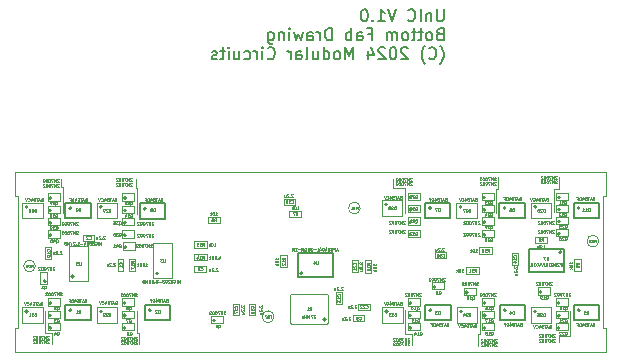
<source format=gbr>
%TF.GenerationSoftware,KiCad,Pcbnew,8.0.1-8.0.1-1~ubuntu22.04.1*%
%TF.CreationDate,2024-05-05T11:37:56-07:00*%
%TF.ProjectId,unic_gw1,756e6963-5f67-4773-912e-6b696361645f,1.0*%
%TF.SameCoordinates,Original*%
%TF.FileFunction,AssemblyDrawing,Bot*%
%FSLAX46Y46*%
G04 Gerber Fmt 4.6, Leading zero omitted, Abs format (unit mm)*
G04 Created by KiCad (PCBNEW 8.0.1-8.0.1-1~ubuntu22.04.1) date 2024-05-05 11:37:56*
%MOMM*%
%LPD*%
G01*
G04 APERTURE LIST*
%ADD10C,0.100000*%
%ADD11C,0.150000*%
%ADD12C,0.040000*%
%ADD13C,0.200000*%
%ADD14C,0.127000*%
G04 APERTURE END LIST*
D10*
X38282500Y-55080000D02*
X88322500Y-55080000D01*
X88322500Y-57110000D02*
X88072500Y-57110000D01*
X84277500Y-56550000D02*
X83877500Y-56550000D01*
X38282500Y-70320000D02*
X38282500Y-68290000D01*
X71877500Y-68850000D02*
X71277500Y-68850000D01*
X48477500Y-55650000D02*
X48477500Y-56450000D01*
X85277500Y-69011200D02*
X85277500Y-66850000D01*
X70277500Y-55650000D02*
X70277500Y-56450000D01*
X38282500Y-68290000D02*
X38532500Y-68290000D01*
X71877500Y-69750000D02*
X71877500Y-68850000D01*
X48777500Y-68750000D02*
X48577500Y-68750000D01*
X78977500Y-56550000D02*
X78977500Y-58550000D01*
X38532500Y-68290000D02*
X38532500Y-57110000D01*
X42277500Y-56350000D02*
X42277500Y-58550000D01*
X38282500Y-57110000D02*
X38282500Y-55080000D01*
X84277500Y-55550000D02*
X84277500Y-56550000D01*
X38532500Y-57110000D02*
X38282500Y-57110000D01*
X41377500Y-68750000D02*
X40777500Y-68750000D01*
X88072500Y-68290000D02*
X88322500Y-68290000D01*
X70277500Y-56450000D02*
X71277500Y-56450000D01*
X79177500Y-55550000D02*
X79177500Y-56550000D01*
X79177500Y-56550000D02*
X78977500Y-56550000D01*
X48577500Y-68750000D02*
X48577500Y-66850000D01*
X77477500Y-68850000D02*
X77577500Y-68850000D01*
X42177500Y-55650000D02*
X42177500Y-56350000D01*
X83877500Y-56550000D02*
X83877500Y-58450000D01*
X88322500Y-68290000D02*
X88322500Y-70320000D01*
X88322500Y-70320000D02*
X38282500Y-70320000D01*
X48577500Y-56450000D02*
X48577500Y-58650000D01*
X88322500Y-55080000D02*
X88322500Y-57110000D01*
X77477500Y-69850000D02*
X77477500Y-68850000D01*
X84277500Y-69011200D02*
X85277500Y-69011200D01*
X42177500Y-56350000D02*
X42277500Y-56350000D01*
X71277500Y-68850000D02*
X71277500Y-66750000D01*
X84277500Y-69450000D02*
X84277500Y-69011200D01*
X88072500Y-57110000D02*
X88072500Y-68290000D01*
X48477500Y-56450000D02*
X48577500Y-56450000D01*
X40777500Y-68750000D02*
X40777500Y-66850000D01*
X41377500Y-69650000D02*
X41377500Y-68750000D01*
X71277500Y-56450000D02*
X71277500Y-58550000D01*
X48777500Y-69650000D02*
X48777500Y-68750000D01*
X77577500Y-68850000D02*
X77577500Y-66850000D01*
D11*
X74535720Y-41319931D02*
X74535720Y-42129454D01*
X74535720Y-42129454D02*
X74488101Y-42224692D01*
X74488101Y-42224692D02*
X74440482Y-42272312D01*
X74440482Y-42272312D02*
X74345244Y-42319931D01*
X74345244Y-42319931D02*
X74154768Y-42319931D01*
X74154768Y-42319931D02*
X74059530Y-42272312D01*
X74059530Y-42272312D02*
X74011911Y-42224692D01*
X74011911Y-42224692D02*
X73964292Y-42129454D01*
X73964292Y-42129454D02*
X73964292Y-41319931D01*
X73488101Y-41653264D02*
X73488101Y-42319931D01*
X73488101Y-41748502D02*
X73440482Y-41700883D01*
X73440482Y-41700883D02*
X73345244Y-41653264D01*
X73345244Y-41653264D02*
X73202387Y-41653264D01*
X73202387Y-41653264D02*
X73107149Y-41700883D01*
X73107149Y-41700883D02*
X73059530Y-41796121D01*
X73059530Y-41796121D02*
X73059530Y-42319931D01*
X72583339Y-42319931D02*
X72583339Y-41319931D01*
X71535721Y-42224692D02*
X71583340Y-42272312D01*
X71583340Y-42272312D02*
X71726197Y-42319931D01*
X71726197Y-42319931D02*
X71821435Y-42319931D01*
X71821435Y-42319931D02*
X71964292Y-42272312D01*
X71964292Y-42272312D02*
X72059530Y-42177073D01*
X72059530Y-42177073D02*
X72107149Y-42081835D01*
X72107149Y-42081835D02*
X72154768Y-41891359D01*
X72154768Y-41891359D02*
X72154768Y-41748502D01*
X72154768Y-41748502D02*
X72107149Y-41558026D01*
X72107149Y-41558026D02*
X72059530Y-41462788D01*
X72059530Y-41462788D02*
X71964292Y-41367550D01*
X71964292Y-41367550D02*
X71821435Y-41319931D01*
X71821435Y-41319931D02*
X71726197Y-41319931D01*
X71726197Y-41319931D02*
X71583340Y-41367550D01*
X71583340Y-41367550D02*
X71535721Y-41415169D01*
X70488101Y-41319931D02*
X70154768Y-42319931D01*
X70154768Y-42319931D02*
X69821435Y-41319931D01*
X68964292Y-42319931D02*
X69535720Y-42319931D01*
X69250006Y-42319931D02*
X69250006Y-41319931D01*
X69250006Y-41319931D02*
X69345244Y-41462788D01*
X69345244Y-41462788D02*
X69440482Y-41558026D01*
X69440482Y-41558026D02*
X69535720Y-41605645D01*
X68535720Y-42224692D02*
X68488101Y-42272312D01*
X68488101Y-42272312D02*
X68535720Y-42319931D01*
X68535720Y-42319931D02*
X68583339Y-42272312D01*
X68583339Y-42272312D02*
X68535720Y-42224692D01*
X68535720Y-42224692D02*
X68535720Y-42319931D01*
X67869054Y-41319931D02*
X67773816Y-41319931D01*
X67773816Y-41319931D02*
X67678578Y-41367550D01*
X67678578Y-41367550D02*
X67630959Y-41415169D01*
X67630959Y-41415169D02*
X67583340Y-41510407D01*
X67583340Y-41510407D02*
X67535721Y-41700883D01*
X67535721Y-41700883D02*
X67535721Y-41938978D01*
X67535721Y-41938978D02*
X67583340Y-42129454D01*
X67583340Y-42129454D02*
X67630959Y-42224692D01*
X67630959Y-42224692D02*
X67678578Y-42272312D01*
X67678578Y-42272312D02*
X67773816Y-42319931D01*
X67773816Y-42319931D02*
X67869054Y-42319931D01*
X67869054Y-42319931D02*
X67964292Y-42272312D01*
X67964292Y-42272312D02*
X68011911Y-42224692D01*
X68011911Y-42224692D02*
X68059530Y-42129454D01*
X68059530Y-42129454D02*
X68107149Y-41938978D01*
X68107149Y-41938978D02*
X68107149Y-41700883D01*
X68107149Y-41700883D02*
X68059530Y-41510407D01*
X68059530Y-41510407D02*
X68011911Y-41415169D01*
X68011911Y-41415169D02*
X67964292Y-41367550D01*
X67964292Y-41367550D02*
X67869054Y-41319931D01*
X74202387Y-43406065D02*
X74059530Y-43453684D01*
X74059530Y-43453684D02*
X74011911Y-43501303D01*
X74011911Y-43501303D02*
X73964292Y-43596541D01*
X73964292Y-43596541D02*
X73964292Y-43739398D01*
X73964292Y-43739398D02*
X74011911Y-43834636D01*
X74011911Y-43834636D02*
X74059530Y-43882256D01*
X74059530Y-43882256D02*
X74154768Y-43929875D01*
X74154768Y-43929875D02*
X74535720Y-43929875D01*
X74535720Y-43929875D02*
X74535720Y-42929875D01*
X74535720Y-42929875D02*
X74202387Y-42929875D01*
X74202387Y-42929875D02*
X74107149Y-42977494D01*
X74107149Y-42977494D02*
X74059530Y-43025113D01*
X74059530Y-43025113D02*
X74011911Y-43120351D01*
X74011911Y-43120351D02*
X74011911Y-43215589D01*
X74011911Y-43215589D02*
X74059530Y-43310827D01*
X74059530Y-43310827D02*
X74107149Y-43358446D01*
X74107149Y-43358446D02*
X74202387Y-43406065D01*
X74202387Y-43406065D02*
X74535720Y-43406065D01*
X73392863Y-43929875D02*
X73488101Y-43882256D01*
X73488101Y-43882256D02*
X73535720Y-43834636D01*
X73535720Y-43834636D02*
X73583339Y-43739398D01*
X73583339Y-43739398D02*
X73583339Y-43453684D01*
X73583339Y-43453684D02*
X73535720Y-43358446D01*
X73535720Y-43358446D02*
X73488101Y-43310827D01*
X73488101Y-43310827D02*
X73392863Y-43263208D01*
X73392863Y-43263208D02*
X73250006Y-43263208D01*
X73250006Y-43263208D02*
X73154768Y-43310827D01*
X73154768Y-43310827D02*
X73107149Y-43358446D01*
X73107149Y-43358446D02*
X73059530Y-43453684D01*
X73059530Y-43453684D02*
X73059530Y-43739398D01*
X73059530Y-43739398D02*
X73107149Y-43834636D01*
X73107149Y-43834636D02*
X73154768Y-43882256D01*
X73154768Y-43882256D02*
X73250006Y-43929875D01*
X73250006Y-43929875D02*
X73392863Y-43929875D01*
X72773815Y-43263208D02*
X72392863Y-43263208D01*
X72630958Y-42929875D02*
X72630958Y-43787017D01*
X72630958Y-43787017D02*
X72583339Y-43882256D01*
X72583339Y-43882256D02*
X72488101Y-43929875D01*
X72488101Y-43929875D02*
X72392863Y-43929875D01*
X72202386Y-43263208D02*
X71821434Y-43263208D01*
X72059529Y-42929875D02*
X72059529Y-43787017D01*
X72059529Y-43787017D02*
X72011910Y-43882256D01*
X72011910Y-43882256D02*
X71916672Y-43929875D01*
X71916672Y-43929875D02*
X71821434Y-43929875D01*
X71345243Y-43929875D02*
X71440481Y-43882256D01*
X71440481Y-43882256D02*
X71488100Y-43834636D01*
X71488100Y-43834636D02*
X71535719Y-43739398D01*
X71535719Y-43739398D02*
X71535719Y-43453684D01*
X71535719Y-43453684D02*
X71488100Y-43358446D01*
X71488100Y-43358446D02*
X71440481Y-43310827D01*
X71440481Y-43310827D02*
X71345243Y-43263208D01*
X71345243Y-43263208D02*
X71202386Y-43263208D01*
X71202386Y-43263208D02*
X71107148Y-43310827D01*
X71107148Y-43310827D02*
X71059529Y-43358446D01*
X71059529Y-43358446D02*
X71011910Y-43453684D01*
X71011910Y-43453684D02*
X71011910Y-43739398D01*
X71011910Y-43739398D02*
X71059529Y-43834636D01*
X71059529Y-43834636D02*
X71107148Y-43882256D01*
X71107148Y-43882256D02*
X71202386Y-43929875D01*
X71202386Y-43929875D02*
X71345243Y-43929875D01*
X70583338Y-43929875D02*
X70583338Y-43263208D01*
X70583338Y-43358446D02*
X70535719Y-43310827D01*
X70535719Y-43310827D02*
X70440481Y-43263208D01*
X70440481Y-43263208D02*
X70297624Y-43263208D01*
X70297624Y-43263208D02*
X70202386Y-43310827D01*
X70202386Y-43310827D02*
X70154767Y-43406065D01*
X70154767Y-43406065D02*
X70154767Y-43929875D01*
X70154767Y-43406065D02*
X70107148Y-43310827D01*
X70107148Y-43310827D02*
X70011910Y-43263208D01*
X70011910Y-43263208D02*
X69869053Y-43263208D01*
X69869053Y-43263208D02*
X69773814Y-43310827D01*
X69773814Y-43310827D02*
X69726195Y-43406065D01*
X69726195Y-43406065D02*
X69726195Y-43929875D01*
X68154767Y-43406065D02*
X68488100Y-43406065D01*
X68488100Y-43929875D02*
X68488100Y-42929875D01*
X68488100Y-42929875D02*
X68011910Y-42929875D01*
X67202386Y-43929875D02*
X67202386Y-43406065D01*
X67202386Y-43406065D02*
X67250005Y-43310827D01*
X67250005Y-43310827D02*
X67345243Y-43263208D01*
X67345243Y-43263208D02*
X67535719Y-43263208D01*
X67535719Y-43263208D02*
X67630957Y-43310827D01*
X67202386Y-43882256D02*
X67297624Y-43929875D01*
X67297624Y-43929875D02*
X67535719Y-43929875D01*
X67535719Y-43929875D02*
X67630957Y-43882256D01*
X67630957Y-43882256D02*
X67678576Y-43787017D01*
X67678576Y-43787017D02*
X67678576Y-43691779D01*
X67678576Y-43691779D02*
X67630957Y-43596541D01*
X67630957Y-43596541D02*
X67535719Y-43548922D01*
X67535719Y-43548922D02*
X67297624Y-43548922D01*
X67297624Y-43548922D02*
X67202386Y-43501303D01*
X66726195Y-43929875D02*
X66726195Y-42929875D01*
X66726195Y-43310827D02*
X66630957Y-43263208D01*
X66630957Y-43263208D02*
X66440481Y-43263208D01*
X66440481Y-43263208D02*
X66345243Y-43310827D01*
X66345243Y-43310827D02*
X66297624Y-43358446D01*
X66297624Y-43358446D02*
X66250005Y-43453684D01*
X66250005Y-43453684D02*
X66250005Y-43739398D01*
X66250005Y-43739398D02*
X66297624Y-43834636D01*
X66297624Y-43834636D02*
X66345243Y-43882256D01*
X66345243Y-43882256D02*
X66440481Y-43929875D01*
X66440481Y-43929875D02*
X66630957Y-43929875D01*
X66630957Y-43929875D02*
X66726195Y-43882256D01*
X65059528Y-43929875D02*
X65059528Y-42929875D01*
X65059528Y-42929875D02*
X64821433Y-42929875D01*
X64821433Y-42929875D02*
X64678576Y-42977494D01*
X64678576Y-42977494D02*
X64583338Y-43072732D01*
X64583338Y-43072732D02*
X64535719Y-43167970D01*
X64535719Y-43167970D02*
X64488100Y-43358446D01*
X64488100Y-43358446D02*
X64488100Y-43501303D01*
X64488100Y-43501303D02*
X64535719Y-43691779D01*
X64535719Y-43691779D02*
X64583338Y-43787017D01*
X64583338Y-43787017D02*
X64678576Y-43882256D01*
X64678576Y-43882256D02*
X64821433Y-43929875D01*
X64821433Y-43929875D02*
X65059528Y-43929875D01*
X64059528Y-43929875D02*
X64059528Y-43263208D01*
X64059528Y-43453684D02*
X64011909Y-43358446D01*
X64011909Y-43358446D02*
X63964290Y-43310827D01*
X63964290Y-43310827D02*
X63869052Y-43263208D01*
X63869052Y-43263208D02*
X63773814Y-43263208D01*
X63011909Y-43929875D02*
X63011909Y-43406065D01*
X63011909Y-43406065D02*
X63059528Y-43310827D01*
X63059528Y-43310827D02*
X63154766Y-43263208D01*
X63154766Y-43263208D02*
X63345242Y-43263208D01*
X63345242Y-43263208D02*
X63440480Y-43310827D01*
X63011909Y-43882256D02*
X63107147Y-43929875D01*
X63107147Y-43929875D02*
X63345242Y-43929875D01*
X63345242Y-43929875D02*
X63440480Y-43882256D01*
X63440480Y-43882256D02*
X63488099Y-43787017D01*
X63488099Y-43787017D02*
X63488099Y-43691779D01*
X63488099Y-43691779D02*
X63440480Y-43596541D01*
X63440480Y-43596541D02*
X63345242Y-43548922D01*
X63345242Y-43548922D02*
X63107147Y-43548922D01*
X63107147Y-43548922D02*
X63011909Y-43501303D01*
X62630956Y-43263208D02*
X62440480Y-43929875D01*
X62440480Y-43929875D02*
X62250004Y-43453684D01*
X62250004Y-43453684D02*
X62059528Y-43929875D01*
X62059528Y-43929875D02*
X61869052Y-43263208D01*
X61488099Y-43929875D02*
X61488099Y-43263208D01*
X61488099Y-42929875D02*
X61535718Y-42977494D01*
X61535718Y-42977494D02*
X61488099Y-43025113D01*
X61488099Y-43025113D02*
X61440480Y-42977494D01*
X61440480Y-42977494D02*
X61488099Y-42929875D01*
X61488099Y-42929875D02*
X61488099Y-43025113D01*
X61011909Y-43263208D02*
X61011909Y-43929875D01*
X61011909Y-43358446D02*
X60964290Y-43310827D01*
X60964290Y-43310827D02*
X60869052Y-43263208D01*
X60869052Y-43263208D02*
X60726195Y-43263208D01*
X60726195Y-43263208D02*
X60630957Y-43310827D01*
X60630957Y-43310827D02*
X60583338Y-43406065D01*
X60583338Y-43406065D02*
X60583338Y-43929875D01*
X59678576Y-43263208D02*
X59678576Y-44072732D01*
X59678576Y-44072732D02*
X59726195Y-44167970D01*
X59726195Y-44167970D02*
X59773814Y-44215589D01*
X59773814Y-44215589D02*
X59869052Y-44263208D01*
X59869052Y-44263208D02*
X60011909Y-44263208D01*
X60011909Y-44263208D02*
X60107147Y-44215589D01*
X59678576Y-43882256D02*
X59773814Y-43929875D01*
X59773814Y-43929875D02*
X59964290Y-43929875D01*
X59964290Y-43929875D02*
X60059528Y-43882256D01*
X60059528Y-43882256D02*
X60107147Y-43834636D01*
X60107147Y-43834636D02*
X60154766Y-43739398D01*
X60154766Y-43739398D02*
X60154766Y-43453684D01*
X60154766Y-43453684D02*
X60107147Y-43358446D01*
X60107147Y-43358446D02*
X60059528Y-43310827D01*
X60059528Y-43310827D02*
X59964290Y-43263208D01*
X59964290Y-43263208D02*
X59773814Y-43263208D01*
X59773814Y-43263208D02*
X59678576Y-43310827D01*
X74250006Y-45920771D02*
X74297625Y-45873152D01*
X74297625Y-45873152D02*
X74392863Y-45730295D01*
X74392863Y-45730295D02*
X74440482Y-45635057D01*
X74440482Y-45635057D02*
X74488101Y-45492200D01*
X74488101Y-45492200D02*
X74535720Y-45254104D01*
X74535720Y-45254104D02*
X74535720Y-45063628D01*
X74535720Y-45063628D02*
X74488101Y-44825533D01*
X74488101Y-44825533D02*
X74440482Y-44682676D01*
X74440482Y-44682676D02*
X74392863Y-44587438D01*
X74392863Y-44587438D02*
X74297625Y-44444580D01*
X74297625Y-44444580D02*
X74250006Y-44396961D01*
X73297625Y-45444580D02*
X73345244Y-45492200D01*
X73345244Y-45492200D02*
X73488101Y-45539819D01*
X73488101Y-45539819D02*
X73583339Y-45539819D01*
X73583339Y-45539819D02*
X73726196Y-45492200D01*
X73726196Y-45492200D02*
X73821434Y-45396961D01*
X73821434Y-45396961D02*
X73869053Y-45301723D01*
X73869053Y-45301723D02*
X73916672Y-45111247D01*
X73916672Y-45111247D02*
X73916672Y-44968390D01*
X73916672Y-44968390D02*
X73869053Y-44777914D01*
X73869053Y-44777914D02*
X73821434Y-44682676D01*
X73821434Y-44682676D02*
X73726196Y-44587438D01*
X73726196Y-44587438D02*
X73583339Y-44539819D01*
X73583339Y-44539819D02*
X73488101Y-44539819D01*
X73488101Y-44539819D02*
X73345244Y-44587438D01*
X73345244Y-44587438D02*
X73297625Y-44635057D01*
X72964291Y-45920771D02*
X72916672Y-45873152D01*
X72916672Y-45873152D02*
X72821434Y-45730295D01*
X72821434Y-45730295D02*
X72773815Y-45635057D01*
X72773815Y-45635057D02*
X72726196Y-45492200D01*
X72726196Y-45492200D02*
X72678577Y-45254104D01*
X72678577Y-45254104D02*
X72678577Y-45063628D01*
X72678577Y-45063628D02*
X72726196Y-44825533D01*
X72726196Y-44825533D02*
X72773815Y-44682676D01*
X72773815Y-44682676D02*
X72821434Y-44587438D01*
X72821434Y-44587438D02*
X72916672Y-44444580D01*
X72916672Y-44444580D02*
X72964291Y-44396961D01*
X71488100Y-44635057D02*
X71440481Y-44587438D01*
X71440481Y-44587438D02*
X71345243Y-44539819D01*
X71345243Y-44539819D02*
X71107148Y-44539819D01*
X71107148Y-44539819D02*
X71011910Y-44587438D01*
X71011910Y-44587438D02*
X70964291Y-44635057D01*
X70964291Y-44635057D02*
X70916672Y-44730295D01*
X70916672Y-44730295D02*
X70916672Y-44825533D01*
X70916672Y-44825533D02*
X70964291Y-44968390D01*
X70964291Y-44968390D02*
X71535719Y-45539819D01*
X71535719Y-45539819D02*
X70916672Y-45539819D01*
X70297624Y-44539819D02*
X70202386Y-44539819D01*
X70202386Y-44539819D02*
X70107148Y-44587438D01*
X70107148Y-44587438D02*
X70059529Y-44635057D01*
X70059529Y-44635057D02*
X70011910Y-44730295D01*
X70011910Y-44730295D02*
X69964291Y-44920771D01*
X69964291Y-44920771D02*
X69964291Y-45158866D01*
X69964291Y-45158866D02*
X70011910Y-45349342D01*
X70011910Y-45349342D02*
X70059529Y-45444580D01*
X70059529Y-45444580D02*
X70107148Y-45492200D01*
X70107148Y-45492200D02*
X70202386Y-45539819D01*
X70202386Y-45539819D02*
X70297624Y-45539819D01*
X70297624Y-45539819D02*
X70392862Y-45492200D01*
X70392862Y-45492200D02*
X70440481Y-45444580D01*
X70440481Y-45444580D02*
X70488100Y-45349342D01*
X70488100Y-45349342D02*
X70535719Y-45158866D01*
X70535719Y-45158866D02*
X70535719Y-44920771D01*
X70535719Y-44920771D02*
X70488100Y-44730295D01*
X70488100Y-44730295D02*
X70440481Y-44635057D01*
X70440481Y-44635057D02*
X70392862Y-44587438D01*
X70392862Y-44587438D02*
X70297624Y-44539819D01*
X69583338Y-44635057D02*
X69535719Y-44587438D01*
X69535719Y-44587438D02*
X69440481Y-44539819D01*
X69440481Y-44539819D02*
X69202386Y-44539819D01*
X69202386Y-44539819D02*
X69107148Y-44587438D01*
X69107148Y-44587438D02*
X69059529Y-44635057D01*
X69059529Y-44635057D02*
X69011910Y-44730295D01*
X69011910Y-44730295D02*
X69011910Y-44825533D01*
X69011910Y-44825533D02*
X69059529Y-44968390D01*
X69059529Y-44968390D02*
X69630957Y-45539819D01*
X69630957Y-45539819D02*
X69011910Y-45539819D01*
X68154767Y-44873152D02*
X68154767Y-45539819D01*
X68392862Y-44492200D02*
X68630957Y-45206485D01*
X68630957Y-45206485D02*
X68011910Y-45206485D01*
X66869052Y-45539819D02*
X66869052Y-44539819D01*
X66869052Y-44539819D02*
X66535719Y-45254104D01*
X66535719Y-45254104D02*
X66202386Y-44539819D01*
X66202386Y-44539819D02*
X66202386Y-45539819D01*
X65583338Y-45539819D02*
X65678576Y-45492200D01*
X65678576Y-45492200D02*
X65726195Y-45444580D01*
X65726195Y-45444580D02*
X65773814Y-45349342D01*
X65773814Y-45349342D02*
X65773814Y-45063628D01*
X65773814Y-45063628D02*
X65726195Y-44968390D01*
X65726195Y-44968390D02*
X65678576Y-44920771D01*
X65678576Y-44920771D02*
X65583338Y-44873152D01*
X65583338Y-44873152D02*
X65440481Y-44873152D01*
X65440481Y-44873152D02*
X65345243Y-44920771D01*
X65345243Y-44920771D02*
X65297624Y-44968390D01*
X65297624Y-44968390D02*
X65250005Y-45063628D01*
X65250005Y-45063628D02*
X65250005Y-45349342D01*
X65250005Y-45349342D02*
X65297624Y-45444580D01*
X65297624Y-45444580D02*
X65345243Y-45492200D01*
X65345243Y-45492200D02*
X65440481Y-45539819D01*
X65440481Y-45539819D02*
X65583338Y-45539819D01*
X64392862Y-45539819D02*
X64392862Y-44539819D01*
X64392862Y-45492200D02*
X64488100Y-45539819D01*
X64488100Y-45539819D02*
X64678576Y-45539819D01*
X64678576Y-45539819D02*
X64773814Y-45492200D01*
X64773814Y-45492200D02*
X64821433Y-45444580D01*
X64821433Y-45444580D02*
X64869052Y-45349342D01*
X64869052Y-45349342D02*
X64869052Y-45063628D01*
X64869052Y-45063628D02*
X64821433Y-44968390D01*
X64821433Y-44968390D02*
X64773814Y-44920771D01*
X64773814Y-44920771D02*
X64678576Y-44873152D01*
X64678576Y-44873152D02*
X64488100Y-44873152D01*
X64488100Y-44873152D02*
X64392862Y-44920771D01*
X63488100Y-44873152D02*
X63488100Y-45539819D01*
X63916671Y-44873152D02*
X63916671Y-45396961D01*
X63916671Y-45396961D02*
X63869052Y-45492200D01*
X63869052Y-45492200D02*
X63773814Y-45539819D01*
X63773814Y-45539819D02*
X63630957Y-45539819D01*
X63630957Y-45539819D02*
X63535719Y-45492200D01*
X63535719Y-45492200D02*
X63488100Y-45444580D01*
X62869052Y-45539819D02*
X62964290Y-45492200D01*
X62964290Y-45492200D02*
X63011909Y-45396961D01*
X63011909Y-45396961D02*
X63011909Y-44539819D01*
X62059528Y-45539819D02*
X62059528Y-45016009D01*
X62059528Y-45016009D02*
X62107147Y-44920771D01*
X62107147Y-44920771D02*
X62202385Y-44873152D01*
X62202385Y-44873152D02*
X62392861Y-44873152D01*
X62392861Y-44873152D02*
X62488099Y-44920771D01*
X62059528Y-45492200D02*
X62154766Y-45539819D01*
X62154766Y-45539819D02*
X62392861Y-45539819D01*
X62392861Y-45539819D02*
X62488099Y-45492200D01*
X62488099Y-45492200D02*
X62535718Y-45396961D01*
X62535718Y-45396961D02*
X62535718Y-45301723D01*
X62535718Y-45301723D02*
X62488099Y-45206485D01*
X62488099Y-45206485D02*
X62392861Y-45158866D01*
X62392861Y-45158866D02*
X62154766Y-45158866D01*
X62154766Y-45158866D02*
X62059528Y-45111247D01*
X61583337Y-45539819D02*
X61583337Y-44873152D01*
X61583337Y-45063628D02*
X61535718Y-44968390D01*
X61535718Y-44968390D02*
X61488099Y-44920771D01*
X61488099Y-44920771D02*
X61392861Y-44873152D01*
X61392861Y-44873152D02*
X61297623Y-44873152D01*
X59630956Y-45444580D02*
X59678575Y-45492200D01*
X59678575Y-45492200D02*
X59821432Y-45539819D01*
X59821432Y-45539819D02*
X59916670Y-45539819D01*
X59916670Y-45539819D02*
X60059527Y-45492200D01*
X60059527Y-45492200D02*
X60154765Y-45396961D01*
X60154765Y-45396961D02*
X60202384Y-45301723D01*
X60202384Y-45301723D02*
X60250003Y-45111247D01*
X60250003Y-45111247D02*
X60250003Y-44968390D01*
X60250003Y-44968390D02*
X60202384Y-44777914D01*
X60202384Y-44777914D02*
X60154765Y-44682676D01*
X60154765Y-44682676D02*
X60059527Y-44587438D01*
X60059527Y-44587438D02*
X59916670Y-44539819D01*
X59916670Y-44539819D02*
X59821432Y-44539819D01*
X59821432Y-44539819D02*
X59678575Y-44587438D01*
X59678575Y-44587438D02*
X59630956Y-44635057D01*
X59202384Y-45539819D02*
X59202384Y-44873152D01*
X59202384Y-44539819D02*
X59250003Y-44587438D01*
X59250003Y-44587438D02*
X59202384Y-44635057D01*
X59202384Y-44635057D02*
X59154765Y-44587438D01*
X59154765Y-44587438D02*
X59202384Y-44539819D01*
X59202384Y-44539819D02*
X59202384Y-44635057D01*
X58726194Y-45539819D02*
X58726194Y-44873152D01*
X58726194Y-45063628D02*
X58678575Y-44968390D01*
X58678575Y-44968390D02*
X58630956Y-44920771D01*
X58630956Y-44920771D02*
X58535718Y-44873152D01*
X58535718Y-44873152D02*
X58440480Y-44873152D01*
X57678575Y-45492200D02*
X57773813Y-45539819D01*
X57773813Y-45539819D02*
X57964289Y-45539819D01*
X57964289Y-45539819D02*
X58059527Y-45492200D01*
X58059527Y-45492200D02*
X58107146Y-45444580D01*
X58107146Y-45444580D02*
X58154765Y-45349342D01*
X58154765Y-45349342D02*
X58154765Y-45063628D01*
X58154765Y-45063628D02*
X58107146Y-44968390D01*
X58107146Y-44968390D02*
X58059527Y-44920771D01*
X58059527Y-44920771D02*
X57964289Y-44873152D01*
X57964289Y-44873152D02*
X57773813Y-44873152D01*
X57773813Y-44873152D02*
X57678575Y-44920771D01*
X56821432Y-44873152D02*
X56821432Y-45539819D01*
X57250003Y-44873152D02*
X57250003Y-45396961D01*
X57250003Y-45396961D02*
X57202384Y-45492200D01*
X57202384Y-45492200D02*
X57107146Y-45539819D01*
X57107146Y-45539819D02*
X56964289Y-45539819D01*
X56964289Y-45539819D02*
X56869051Y-45492200D01*
X56869051Y-45492200D02*
X56821432Y-45444580D01*
X56345241Y-45539819D02*
X56345241Y-44873152D01*
X56345241Y-44539819D02*
X56392860Y-44587438D01*
X56392860Y-44587438D02*
X56345241Y-44635057D01*
X56345241Y-44635057D02*
X56297622Y-44587438D01*
X56297622Y-44587438D02*
X56345241Y-44539819D01*
X56345241Y-44539819D02*
X56345241Y-44635057D01*
X56011908Y-44873152D02*
X55630956Y-44873152D01*
X55869051Y-44539819D02*
X55869051Y-45396961D01*
X55869051Y-45396961D02*
X55821432Y-45492200D01*
X55821432Y-45492200D02*
X55726194Y-45539819D01*
X55726194Y-45539819D02*
X55630956Y-45539819D01*
X55345241Y-45492200D02*
X55250003Y-45539819D01*
X55250003Y-45539819D02*
X55059527Y-45539819D01*
X55059527Y-45539819D02*
X54964289Y-45492200D01*
X54964289Y-45492200D02*
X54916670Y-45396961D01*
X54916670Y-45396961D02*
X54916670Y-45349342D01*
X54916670Y-45349342D02*
X54964289Y-45254104D01*
X54964289Y-45254104D02*
X55059527Y-45206485D01*
X55059527Y-45206485D02*
X55202384Y-45206485D01*
X55202384Y-45206485D02*
X55297622Y-45158866D01*
X55297622Y-45158866D02*
X55345241Y-45063628D01*
X55345241Y-45063628D02*
X55345241Y-45016009D01*
X55345241Y-45016009D02*
X55297622Y-44920771D01*
X55297622Y-44920771D02*
X55202384Y-44873152D01*
X55202384Y-44873152D02*
X55059527Y-44873152D01*
X55059527Y-44873152D02*
X54964289Y-44920771D01*
D12*
X55196308Y-58749574D02*
X55339165Y-58749574D01*
X55267737Y-58749574D02*
X55267737Y-58499574D01*
X55267737Y-58499574D02*
X55291546Y-58535289D01*
X55291546Y-58535289D02*
X55315356Y-58559098D01*
X55315356Y-58559098D02*
X55339165Y-58571003D01*
X55041547Y-58499574D02*
X55017737Y-58499574D01*
X55017737Y-58499574D02*
X54993928Y-58511479D01*
X54993928Y-58511479D02*
X54982023Y-58523384D01*
X54982023Y-58523384D02*
X54970118Y-58547193D01*
X54970118Y-58547193D02*
X54958213Y-58594812D01*
X54958213Y-58594812D02*
X54958213Y-58654336D01*
X54958213Y-58654336D02*
X54970118Y-58701955D01*
X54970118Y-58701955D02*
X54982023Y-58725765D01*
X54982023Y-58725765D02*
X54993928Y-58737670D01*
X54993928Y-58737670D02*
X55017737Y-58749574D01*
X55017737Y-58749574D02*
X55041547Y-58749574D01*
X55041547Y-58749574D02*
X55065356Y-58737670D01*
X55065356Y-58737670D02*
X55077261Y-58725765D01*
X55077261Y-58725765D02*
X55089166Y-58701955D01*
X55089166Y-58701955D02*
X55101070Y-58654336D01*
X55101070Y-58654336D02*
X55101070Y-58594812D01*
X55101070Y-58594812D02*
X55089166Y-58547193D01*
X55089166Y-58547193D02*
X55077261Y-58523384D01*
X55077261Y-58523384D02*
X55065356Y-58511479D01*
X55065356Y-58511479D02*
X55041547Y-58499574D01*
X54851071Y-58749574D02*
X54851071Y-58499574D01*
X54827261Y-58654336D02*
X54755833Y-58749574D01*
X54755833Y-58582908D02*
X54851071Y-58678146D01*
X55119166Y-59263574D02*
X55202499Y-59144527D01*
X55262023Y-59263574D02*
X55262023Y-59013574D01*
X55262023Y-59013574D02*
X55166785Y-59013574D01*
X55166785Y-59013574D02*
X55142975Y-59025479D01*
X55142975Y-59025479D02*
X55131070Y-59037384D01*
X55131070Y-59037384D02*
X55119166Y-59061193D01*
X55119166Y-59061193D02*
X55119166Y-59096908D01*
X55119166Y-59096908D02*
X55131070Y-59120717D01*
X55131070Y-59120717D02*
X55142975Y-59132622D01*
X55142975Y-59132622D02*
X55166785Y-59144527D01*
X55166785Y-59144527D02*
X55262023Y-59144527D01*
X54904880Y-59013574D02*
X54952499Y-59013574D01*
X54952499Y-59013574D02*
X54976308Y-59025479D01*
X54976308Y-59025479D02*
X54988213Y-59037384D01*
X54988213Y-59037384D02*
X55012023Y-59073098D01*
X55012023Y-59073098D02*
X55023927Y-59120717D01*
X55023927Y-59120717D02*
X55023927Y-59215955D01*
X55023927Y-59215955D02*
X55012023Y-59239765D01*
X55012023Y-59239765D02*
X55000118Y-59251670D01*
X55000118Y-59251670D02*
X54976308Y-59263574D01*
X54976308Y-59263574D02*
X54928689Y-59263574D01*
X54928689Y-59263574D02*
X54904880Y-59251670D01*
X54904880Y-59251670D02*
X54892975Y-59239765D01*
X54892975Y-59239765D02*
X54881070Y-59215955D01*
X54881070Y-59215955D02*
X54881070Y-59156431D01*
X54881070Y-59156431D02*
X54892975Y-59132622D01*
X54892975Y-59132622D02*
X54904880Y-59120717D01*
X54904880Y-59120717D02*
X54928689Y-59108812D01*
X54928689Y-59108812D02*
X54976308Y-59108812D01*
X54976308Y-59108812D02*
X55000118Y-59120717D01*
X55000118Y-59120717D02*
X55012023Y-59132622D01*
X55012023Y-59132622D02*
X55023927Y-59156431D01*
X71626470Y-69191384D02*
X71614566Y-69179479D01*
X71614566Y-69179479D02*
X71590756Y-69167574D01*
X71590756Y-69167574D02*
X71531232Y-69167574D01*
X71531232Y-69167574D02*
X71507423Y-69179479D01*
X71507423Y-69179479D02*
X71495518Y-69191384D01*
X71495518Y-69191384D02*
X71483613Y-69215193D01*
X71483613Y-69215193D02*
X71483613Y-69239003D01*
X71483613Y-69239003D02*
X71495518Y-69274717D01*
X71495518Y-69274717D02*
X71638375Y-69417574D01*
X71638375Y-69417574D02*
X71483613Y-69417574D01*
X71376471Y-69417574D02*
X71376471Y-69167574D01*
X71376471Y-69167574D02*
X71233614Y-69417574D01*
X71233614Y-69417574D02*
X71233614Y-69167574D01*
X71138375Y-69167574D02*
X70971709Y-69167574D01*
X70971709Y-69167574D02*
X71078851Y-69417574D01*
X70828852Y-69167574D02*
X70805042Y-69167574D01*
X70805042Y-69167574D02*
X70781233Y-69179479D01*
X70781233Y-69179479D02*
X70769328Y-69191384D01*
X70769328Y-69191384D02*
X70757423Y-69215193D01*
X70757423Y-69215193D02*
X70745518Y-69262812D01*
X70745518Y-69262812D02*
X70745518Y-69322336D01*
X70745518Y-69322336D02*
X70757423Y-69369955D01*
X70757423Y-69369955D02*
X70769328Y-69393765D01*
X70769328Y-69393765D02*
X70781233Y-69405670D01*
X70781233Y-69405670D02*
X70805042Y-69417574D01*
X70805042Y-69417574D02*
X70828852Y-69417574D01*
X70828852Y-69417574D02*
X70852661Y-69405670D01*
X70852661Y-69405670D02*
X70864566Y-69393765D01*
X70864566Y-69393765D02*
X70876471Y-69369955D01*
X70876471Y-69369955D02*
X70888375Y-69322336D01*
X70888375Y-69322336D02*
X70888375Y-69262812D01*
X70888375Y-69262812D02*
X70876471Y-69215193D01*
X70876471Y-69215193D02*
X70864566Y-69191384D01*
X70864566Y-69191384D02*
X70852661Y-69179479D01*
X70852661Y-69179479D02*
X70828852Y-69167574D01*
X70590757Y-69167574D02*
X70566947Y-69167574D01*
X70566947Y-69167574D02*
X70543138Y-69179479D01*
X70543138Y-69179479D02*
X70531233Y-69191384D01*
X70531233Y-69191384D02*
X70519328Y-69215193D01*
X70519328Y-69215193D02*
X70507423Y-69262812D01*
X70507423Y-69262812D02*
X70507423Y-69322336D01*
X70507423Y-69322336D02*
X70519328Y-69369955D01*
X70519328Y-69369955D02*
X70531233Y-69393765D01*
X70531233Y-69393765D02*
X70543138Y-69405670D01*
X70543138Y-69405670D02*
X70566947Y-69417574D01*
X70566947Y-69417574D02*
X70590757Y-69417574D01*
X70590757Y-69417574D02*
X70614566Y-69405670D01*
X70614566Y-69405670D02*
X70626471Y-69393765D01*
X70626471Y-69393765D02*
X70638376Y-69369955D01*
X70638376Y-69369955D02*
X70650280Y-69322336D01*
X70650280Y-69322336D02*
X70650280Y-69262812D01*
X70650280Y-69262812D02*
X70638376Y-69215193D01*
X70638376Y-69215193D02*
X70626471Y-69191384D01*
X70626471Y-69191384D02*
X70614566Y-69179479D01*
X70614566Y-69179479D02*
X70590757Y-69167574D01*
X70412185Y-69191384D02*
X70400281Y-69179479D01*
X70400281Y-69179479D02*
X70376471Y-69167574D01*
X70376471Y-69167574D02*
X70316947Y-69167574D01*
X70316947Y-69167574D02*
X70293138Y-69179479D01*
X70293138Y-69179479D02*
X70281233Y-69191384D01*
X70281233Y-69191384D02*
X70269328Y-69215193D01*
X70269328Y-69215193D02*
X70269328Y-69239003D01*
X70269328Y-69239003D02*
X70281233Y-69274717D01*
X70281233Y-69274717D02*
X70424090Y-69417574D01*
X70424090Y-69417574D02*
X70269328Y-69417574D01*
X72284556Y-67827784D02*
X72308366Y-67815879D01*
X72308366Y-67815879D02*
X72332175Y-67792070D01*
X72332175Y-67792070D02*
X72367889Y-67756355D01*
X72367889Y-67756355D02*
X72391699Y-67744450D01*
X72391699Y-67744450D02*
X72415508Y-67744450D01*
X72403604Y-67803974D02*
X72427413Y-67792070D01*
X72427413Y-67792070D02*
X72451223Y-67768260D01*
X72451223Y-67768260D02*
X72463127Y-67720641D01*
X72463127Y-67720641D02*
X72463127Y-67637308D01*
X72463127Y-67637308D02*
X72451223Y-67589689D01*
X72451223Y-67589689D02*
X72427413Y-67565879D01*
X72427413Y-67565879D02*
X72403604Y-67553974D01*
X72403604Y-67553974D02*
X72355985Y-67553974D01*
X72355985Y-67553974D02*
X72332175Y-67565879D01*
X72332175Y-67565879D02*
X72308366Y-67589689D01*
X72308366Y-67589689D02*
X72296461Y-67637308D01*
X72296461Y-67637308D02*
X72296461Y-67720641D01*
X72296461Y-67720641D02*
X72308366Y-67768260D01*
X72308366Y-67768260D02*
X72332175Y-67792070D01*
X72332175Y-67792070D02*
X72355985Y-67803974D01*
X72355985Y-67803974D02*
X72403604Y-67803974D01*
X72058365Y-67803974D02*
X72201222Y-67803974D01*
X72129794Y-67803974D02*
X72129794Y-67553974D01*
X72129794Y-67553974D02*
X72153603Y-67589689D01*
X72153603Y-67589689D02*
X72177413Y-67613498D01*
X72177413Y-67613498D02*
X72201222Y-67625403D01*
X71975032Y-67553974D02*
X71820270Y-67553974D01*
X71820270Y-67553974D02*
X71903604Y-67649212D01*
X71903604Y-67649212D02*
X71867889Y-67649212D01*
X71867889Y-67649212D02*
X71844080Y-67661117D01*
X71844080Y-67661117D02*
X71832175Y-67673022D01*
X71832175Y-67673022D02*
X71820270Y-67696831D01*
X71820270Y-67696831D02*
X71820270Y-67756355D01*
X71820270Y-67756355D02*
X71832175Y-67780165D01*
X71832175Y-67780165D02*
X71844080Y-67792070D01*
X71844080Y-67792070D02*
X71867889Y-67803974D01*
X71867889Y-67803974D02*
X71939318Y-67803974D01*
X71939318Y-67803974D02*
X71963127Y-67792070D01*
X71963127Y-67792070D02*
X71975032Y-67780165D01*
X67191785Y-58135681D02*
X67258451Y-58135681D01*
X67258451Y-58240443D02*
X67258451Y-58040443D01*
X67258451Y-58040443D02*
X67163213Y-58040443D01*
X67087022Y-58240443D02*
X67087022Y-58040443D01*
X66991784Y-58240443D02*
X66991784Y-58040443D01*
X66991784Y-58040443D02*
X66944165Y-58040443D01*
X66944165Y-58040443D02*
X66915594Y-58049967D01*
X66915594Y-58049967D02*
X66896546Y-58069015D01*
X66896546Y-58069015D02*
X66887023Y-58088062D01*
X66887023Y-58088062D02*
X66877499Y-58126158D01*
X66877499Y-58126158D02*
X66877499Y-58154729D01*
X66877499Y-58154729D02*
X66887023Y-58192824D01*
X66887023Y-58192824D02*
X66896546Y-58211872D01*
X66896546Y-58211872D02*
X66915594Y-58230920D01*
X66915594Y-58230920D02*
X66944165Y-58240443D01*
X66944165Y-58240443D02*
X66991784Y-58240443D01*
X66687023Y-58240443D02*
X66801308Y-58240443D01*
X66744165Y-58240443D02*
X66744165Y-58040443D01*
X66744165Y-58040443D02*
X66763213Y-58069015D01*
X66763213Y-58069015D02*
X66782261Y-58088062D01*
X66782261Y-58088062D02*
X66801308Y-58097586D01*
X46727794Y-62811984D02*
X46715890Y-62800079D01*
X46715890Y-62800079D02*
X46692080Y-62788174D01*
X46692080Y-62788174D02*
X46632556Y-62788174D01*
X46632556Y-62788174D02*
X46608747Y-62800079D01*
X46608747Y-62800079D02*
X46596842Y-62811984D01*
X46596842Y-62811984D02*
X46584937Y-62835793D01*
X46584937Y-62835793D02*
X46584937Y-62859603D01*
X46584937Y-62859603D02*
X46596842Y-62895317D01*
X46596842Y-62895317D02*
X46739699Y-63038174D01*
X46739699Y-63038174D02*
X46584937Y-63038174D01*
X46477795Y-63014365D02*
X46465890Y-63026270D01*
X46465890Y-63026270D02*
X46477795Y-63038174D01*
X46477795Y-63038174D02*
X46489699Y-63026270D01*
X46489699Y-63026270D02*
X46477795Y-63014365D01*
X46477795Y-63014365D02*
X46477795Y-63038174D01*
X46370651Y-62811984D02*
X46358747Y-62800079D01*
X46358747Y-62800079D02*
X46334937Y-62788174D01*
X46334937Y-62788174D02*
X46275413Y-62788174D01*
X46275413Y-62788174D02*
X46251604Y-62800079D01*
X46251604Y-62800079D02*
X46239699Y-62811984D01*
X46239699Y-62811984D02*
X46227794Y-62835793D01*
X46227794Y-62835793D02*
X46227794Y-62859603D01*
X46227794Y-62859603D02*
X46239699Y-62895317D01*
X46239699Y-62895317D02*
X46382556Y-63038174D01*
X46382556Y-63038174D02*
X46227794Y-63038174D01*
X46013509Y-62871508D02*
X46013509Y-63038174D01*
X46120652Y-62871508D02*
X46120652Y-63002460D01*
X46120652Y-63002460D02*
X46108747Y-63026270D01*
X46108747Y-63026270D02*
X46084937Y-63038174D01*
X46084937Y-63038174D02*
X46049223Y-63038174D01*
X46049223Y-63038174D02*
X46025414Y-63026270D01*
X46025414Y-63026270D02*
X46013509Y-63014365D01*
X47267265Y-62908333D02*
X47279170Y-62896429D01*
X47279170Y-62896429D02*
X47291074Y-62860714D01*
X47291074Y-62860714D02*
X47291074Y-62836905D01*
X47291074Y-62836905D02*
X47279170Y-62801191D01*
X47279170Y-62801191D02*
X47255360Y-62777381D01*
X47255360Y-62777381D02*
X47231550Y-62765476D01*
X47231550Y-62765476D02*
X47183931Y-62753572D01*
X47183931Y-62753572D02*
X47148217Y-62753572D01*
X47148217Y-62753572D02*
X47100598Y-62765476D01*
X47100598Y-62765476D02*
X47076789Y-62777381D01*
X47076789Y-62777381D02*
X47052979Y-62801191D01*
X47052979Y-62801191D02*
X47041074Y-62836905D01*
X47041074Y-62836905D02*
X47041074Y-62860714D01*
X47041074Y-62860714D02*
X47052979Y-62896429D01*
X47052979Y-62896429D02*
X47064884Y-62908333D01*
X47291074Y-63146429D02*
X47291074Y-63003572D01*
X47291074Y-63075000D02*
X47041074Y-63075000D01*
X47041074Y-63075000D02*
X47076789Y-63051191D01*
X47076789Y-63051191D02*
X47100598Y-63027381D01*
X47100598Y-63027381D02*
X47112503Y-63003572D01*
X70891461Y-57247022D02*
X70855747Y-57258927D01*
X70855747Y-57258927D02*
X70843842Y-57270831D01*
X70843842Y-57270831D02*
X70831938Y-57294641D01*
X70831938Y-57294641D02*
X70831938Y-57330355D01*
X70831938Y-57330355D02*
X70843842Y-57354165D01*
X70843842Y-57354165D02*
X70855747Y-57366070D01*
X70855747Y-57366070D02*
X70879557Y-57377974D01*
X70879557Y-57377974D02*
X70974795Y-57377974D01*
X70974795Y-57377974D02*
X70974795Y-57127974D01*
X70974795Y-57127974D02*
X70891461Y-57127974D01*
X70891461Y-57127974D02*
X70867652Y-57139879D01*
X70867652Y-57139879D02*
X70855747Y-57151784D01*
X70855747Y-57151784D02*
X70843842Y-57175593D01*
X70843842Y-57175593D02*
X70843842Y-57199403D01*
X70843842Y-57199403D02*
X70855747Y-57223212D01*
X70855747Y-57223212D02*
X70867652Y-57235117D01*
X70867652Y-57235117D02*
X70891461Y-57247022D01*
X70891461Y-57247022D02*
X70974795Y-57247022D01*
X70736699Y-57306546D02*
X70617652Y-57306546D01*
X70760509Y-57377974D02*
X70677176Y-57127974D01*
X70677176Y-57127974D02*
X70593842Y-57377974D01*
X70546223Y-57127974D02*
X70403366Y-57127974D01*
X70474794Y-57377974D02*
X70474794Y-57127974D01*
X70200985Y-57127974D02*
X70320033Y-57127974D01*
X70320033Y-57127974D02*
X70331937Y-57247022D01*
X70331937Y-57247022D02*
X70320033Y-57235117D01*
X70320033Y-57235117D02*
X70296223Y-57223212D01*
X70296223Y-57223212D02*
X70236699Y-57223212D01*
X70236699Y-57223212D02*
X70212890Y-57235117D01*
X70212890Y-57235117D02*
X70200985Y-57247022D01*
X70200985Y-57247022D02*
X70189080Y-57270831D01*
X70189080Y-57270831D02*
X70189080Y-57330355D01*
X70189080Y-57330355D02*
X70200985Y-57354165D01*
X70200985Y-57354165D02*
X70212890Y-57366070D01*
X70212890Y-57366070D02*
X70236699Y-57377974D01*
X70236699Y-57377974D02*
X70296223Y-57377974D01*
X70296223Y-57377974D02*
X70320033Y-57366070D01*
X70320033Y-57366070D02*
X70331937Y-57354165D01*
X69974795Y-57211308D02*
X69974795Y-57377974D01*
X70034319Y-57116070D02*
X70093842Y-57294641D01*
X70093842Y-57294641D02*
X69939081Y-57294641D01*
X69700986Y-57354165D02*
X69712890Y-57366070D01*
X69712890Y-57366070D02*
X69748605Y-57377974D01*
X69748605Y-57377974D02*
X69772414Y-57377974D01*
X69772414Y-57377974D02*
X69808128Y-57366070D01*
X69808128Y-57366070D02*
X69831938Y-57342260D01*
X69831938Y-57342260D02*
X69843843Y-57318450D01*
X69843843Y-57318450D02*
X69855747Y-57270831D01*
X69855747Y-57270831D02*
X69855747Y-57235117D01*
X69855747Y-57235117D02*
X69843843Y-57187498D01*
X69843843Y-57187498D02*
X69831938Y-57163689D01*
X69831938Y-57163689D02*
X69808128Y-57139879D01*
X69808128Y-57139879D02*
X69772414Y-57127974D01*
X69772414Y-57127974D02*
X69748605Y-57127974D01*
X69748605Y-57127974D02*
X69712890Y-57139879D01*
X69712890Y-57139879D02*
X69700986Y-57151784D01*
X69629557Y-57127974D02*
X69546224Y-57377974D01*
X69546224Y-57377974D02*
X69462890Y-57127974D01*
X70481071Y-58263574D02*
X70481071Y-58013574D01*
X70481071Y-58013574D02*
X70421547Y-58013574D01*
X70421547Y-58013574D02*
X70385833Y-58025479D01*
X70385833Y-58025479D02*
X70362023Y-58049289D01*
X70362023Y-58049289D02*
X70350118Y-58073098D01*
X70350118Y-58073098D02*
X70338214Y-58120717D01*
X70338214Y-58120717D02*
X70338214Y-58156431D01*
X70338214Y-58156431D02*
X70350118Y-58204050D01*
X70350118Y-58204050D02*
X70362023Y-58227860D01*
X70362023Y-58227860D02*
X70385833Y-58251670D01*
X70385833Y-58251670D02*
X70421547Y-58263574D01*
X70421547Y-58263574D02*
X70481071Y-58263574D01*
X70242975Y-58037384D02*
X70231071Y-58025479D01*
X70231071Y-58025479D02*
X70207261Y-58013574D01*
X70207261Y-58013574D02*
X70147737Y-58013574D01*
X70147737Y-58013574D02*
X70123928Y-58025479D01*
X70123928Y-58025479D02*
X70112023Y-58037384D01*
X70112023Y-58037384D02*
X70100118Y-58061193D01*
X70100118Y-58061193D02*
X70100118Y-58085003D01*
X70100118Y-58085003D02*
X70112023Y-58120717D01*
X70112023Y-58120717D02*
X70254880Y-58263574D01*
X70254880Y-58263574D02*
X70100118Y-58263574D01*
X69957261Y-58120717D02*
X69981071Y-58108812D01*
X69981071Y-58108812D02*
X69992976Y-58096908D01*
X69992976Y-58096908D02*
X70004880Y-58073098D01*
X70004880Y-58073098D02*
X70004880Y-58061193D01*
X70004880Y-58061193D02*
X69992976Y-58037384D01*
X69992976Y-58037384D02*
X69981071Y-58025479D01*
X69981071Y-58025479D02*
X69957261Y-58013574D01*
X69957261Y-58013574D02*
X69909642Y-58013574D01*
X69909642Y-58013574D02*
X69885833Y-58025479D01*
X69885833Y-58025479D02*
X69873928Y-58037384D01*
X69873928Y-58037384D02*
X69862023Y-58061193D01*
X69862023Y-58061193D02*
X69862023Y-58073098D01*
X69862023Y-58073098D02*
X69873928Y-58096908D01*
X69873928Y-58096908D02*
X69885833Y-58108812D01*
X69885833Y-58108812D02*
X69909642Y-58120717D01*
X69909642Y-58120717D02*
X69957261Y-58120717D01*
X69957261Y-58120717D02*
X69981071Y-58132622D01*
X69981071Y-58132622D02*
X69992976Y-58144527D01*
X69992976Y-58144527D02*
X70004880Y-58168336D01*
X70004880Y-58168336D02*
X70004880Y-58215955D01*
X70004880Y-58215955D02*
X69992976Y-58239765D01*
X69992976Y-58239765D02*
X69981071Y-58251670D01*
X69981071Y-58251670D02*
X69957261Y-58263574D01*
X69957261Y-58263574D02*
X69909642Y-58263574D01*
X69909642Y-58263574D02*
X69885833Y-58251670D01*
X69885833Y-58251670D02*
X69873928Y-58239765D01*
X69873928Y-58239765D02*
X69862023Y-58215955D01*
X69862023Y-58215955D02*
X69862023Y-58168336D01*
X69862023Y-58168336D02*
X69873928Y-58144527D01*
X69873928Y-58144527D02*
X69885833Y-58132622D01*
X69885833Y-58132622D02*
X69909642Y-58120717D01*
X71270870Y-59996584D02*
X71258966Y-59984679D01*
X71258966Y-59984679D02*
X71235156Y-59972774D01*
X71235156Y-59972774D02*
X71175632Y-59972774D01*
X71175632Y-59972774D02*
X71151823Y-59984679D01*
X71151823Y-59984679D02*
X71139918Y-59996584D01*
X71139918Y-59996584D02*
X71128013Y-60020393D01*
X71128013Y-60020393D02*
X71128013Y-60044203D01*
X71128013Y-60044203D02*
X71139918Y-60079917D01*
X71139918Y-60079917D02*
X71282775Y-60222774D01*
X71282775Y-60222774D02*
X71128013Y-60222774D01*
X71020871Y-60222774D02*
X71020871Y-59972774D01*
X71020871Y-59972774D02*
X70878014Y-60222774D01*
X70878014Y-60222774D02*
X70878014Y-59972774D01*
X70782775Y-59972774D02*
X70616109Y-59972774D01*
X70616109Y-59972774D02*
X70723251Y-60222774D01*
X70473252Y-59972774D02*
X70449442Y-59972774D01*
X70449442Y-59972774D02*
X70425633Y-59984679D01*
X70425633Y-59984679D02*
X70413728Y-59996584D01*
X70413728Y-59996584D02*
X70401823Y-60020393D01*
X70401823Y-60020393D02*
X70389918Y-60068012D01*
X70389918Y-60068012D02*
X70389918Y-60127536D01*
X70389918Y-60127536D02*
X70401823Y-60175155D01*
X70401823Y-60175155D02*
X70413728Y-60198965D01*
X70413728Y-60198965D02*
X70425633Y-60210870D01*
X70425633Y-60210870D02*
X70449442Y-60222774D01*
X70449442Y-60222774D02*
X70473252Y-60222774D01*
X70473252Y-60222774D02*
X70497061Y-60210870D01*
X70497061Y-60210870D02*
X70508966Y-60198965D01*
X70508966Y-60198965D02*
X70520871Y-60175155D01*
X70520871Y-60175155D02*
X70532775Y-60127536D01*
X70532775Y-60127536D02*
X70532775Y-60068012D01*
X70532775Y-60068012D02*
X70520871Y-60020393D01*
X70520871Y-60020393D02*
X70508966Y-59996584D01*
X70508966Y-59996584D02*
X70497061Y-59984679D01*
X70497061Y-59984679D02*
X70473252Y-59972774D01*
X70235157Y-59972774D02*
X70211347Y-59972774D01*
X70211347Y-59972774D02*
X70187538Y-59984679D01*
X70187538Y-59984679D02*
X70175633Y-59996584D01*
X70175633Y-59996584D02*
X70163728Y-60020393D01*
X70163728Y-60020393D02*
X70151823Y-60068012D01*
X70151823Y-60068012D02*
X70151823Y-60127536D01*
X70151823Y-60127536D02*
X70163728Y-60175155D01*
X70163728Y-60175155D02*
X70175633Y-60198965D01*
X70175633Y-60198965D02*
X70187538Y-60210870D01*
X70187538Y-60210870D02*
X70211347Y-60222774D01*
X70211347Y-60222774D02*
X70235157Y-60222774D01*
X70235157Y-60222774D02*
X70258966Y-60210870D01*
X70258966Y-60210870D02*
X70270871Y-60198965D01*
X70270871Y-60198965D02*
X70282776Y-60175155D01*
X70282776Y-60175155D02*
X70294680Y-60127536D01*
X70294680Y-60127536D02*
X70294680Y-60068012D01*
X70294680Y-60068012D02*
X70282776Y-60020393D01*
X70282776Y-60020393D02*
X70270871Y-59996584D01*
X70270871Y-59996584D02*
X70258966Y-59984679D01*
X70258966Y-59984679D02*
X70235157Y-59972774D01*
X70056585Y-59996584D02*
X70044681Y-59984679D01*
X70044681Y-59984679D02*
X70020871Y-59972774D01*
X70020871Y-59972774D02*
X69961347Y-59972774D01*
X69961347Y-59972774D02*
X69937538Y-59984679D01*
X69937538Y-59984679D02*
X69925633Y-59996584D01*
X69925633Y-59996584D02*
X69913728Y-60020393D01*
X69913728Y-60020393D02*
X69913728Y-60044203D01*
X69913728Y-60044203D02*
X69925633Y-60079917D01*
X69925633Y-60079917D02*
X70068490Y-60222774D01*
X70068490Y-60222774D02*
X69913728Y-60222774D01*
X72142856Y-60437384D02*
X72166666Y-60425479D01*
X72166666Y-60425479D02*
X72190475Y-60401670D01*
X72190475Y-60401670D02*
X72226189Y-60365955D01*
X72226189Y-60365955D02*
X72249999Y-60354050D01*
X72249999Y-60354050D02*
X72273808Y-60354050D01*
X72261904Y-60413574D02*
X72285713Y-60401670D01*
X72285713Y-60401670D02*
X72309523Y-60377860D01*
X72309523Y-60377860D02*
X72321427Y-60330241D01*
X72321427Y-60330241D02*
X72321427Y-60246908D01*
X72321427Y-60246908D02*
X72309523Y-60199289D01*
X72309523Y-60199289D02*
X72285713Y-60175479D01*
X72285713Y-60175479D02*
X72261904Y-60163574D01*
X72261904Y-60163574D02*
X72214285Y-60163574D01*
X72214285Y-60163574D02*
X72190475Y-60175479D01*
X72190475Y-60175479D02*
X72166666Y-60199289D01*
X72166666Y-60199289D02*
X72154761Y-60246908D01*
X72154761Y-60246908D02*
X72154761Y-60330241D01*
X72154761Y-60330241D02*
X72166666Y-60377860D01*
X72166666Y-60377860D02*
X72190475Y-60401670D01*
X72190475Y-60401670D02*
X72214285Y-60413574D01*
X72214285Y-60413574D02*
X72261904Y-60413574D01*
X72071427Y-60163574D02*
X71916665Y-60163574D01*
X71916665Y-60163574D02*
X71999999Y-60258812D01*
X71999999Y-60258812D02*
X71964284Y-60258812D01*
X71964284Y-60258812D02*
X71940475Y-60270717D01*
X71940475Y-60270717D02*
X71928570Y-60282622D01*
X71928570Y-60282622D02*
X71916665Y-60306431D01*
X71916665Y-60306431D02*
X71916665Y-60365955D01*
X71916665Y-60365955D02*
X71928570Y-60389765D01*
X71928570Y-60389765D02*
X71940475Y-60401670D01*
X71940475Y-60401670D02*
X71964284Y-60413574D01*
X71964284Y-60413574D02*
X72035713Y-60413574D01*
X72035713Y-60413574D02*
X72059522Y-60401670D01*
X72059522Y-60401670D02*
X72071427Y-60389765D01*
X71821427Y-60187384D02*
X71809523Y-60175479D01*
X71809523Y-60175479D02*
X71785713Y-60163574D01*
X71785713Y-60163574D02*
X71726189Y-60163574D01*
X71726189Y-60163574D02*
X71702380Y-60175479D01*
X71702380Y-60175479D02*
X71690475Y-60187384D01*
X71690475Y-60187384D02*
X71678570Y-60211193D01*
X71678570Y-60211193D02*
X71678570Y-60235003D01*
X71678570Y-60235003D02*
X71690475Y-60270717D01*
X71690475Y-60270717D02*
X71833332Y-60413574D01*
X71833332Y-60413574D02*
X71678570Y-60413574D01*
X74843261Y-68005622D02*
X74807547Y-68017527D01*
X74807547Y-68017527D02*
X74795642Y-68029431D01*
X74795642Y-68029431D02*
X74783738Y-68053241D01*
X74783738Y-68053241D02*
X74783738Y-68088955D01*
X74783738Y-68088955D02*
X74795642Y-68112765D01*
X74795642Y-68112765D02*
X74807547Y-68124670D01*
X74807547Y-68124670D02*
X74831357Y-68136574D01*
X74831357Y-68136574D02*
X74926595Y-68136574D01*
X74926595Y-68136574D02*
X74926595Y-67886574D01*
X74926595Y-67886574D02*
X74843261Y-67886574D01*
X74843261Y-67886574D02*
X74819452Y-67898479D01*
X74819452Y-67898479D02*
X74807547Y-67910384D01*
X74807547Y-67910384D02*
X74795642Y-67934193D01*
X74795642Y-67934193D02*
X74795642Y-67958003D01*
X74795642Y-67958003D02*
X74807547Y-67981812D01*
X74807547Y-67981812D02*
X74819452Y-67993717D01*
X74819452Y-67993717D02*
X74843261Y-68005622D01*
X74843261Y-68005622D02*
X74926595Y-68005622D01*
X74688499Y-68065146D02*
X74569452Y-68065146D01*
X74712309Y-68136574D02*
X74628976Y-67886574D01*
X74628976Y-67886574D02*
X74545642Y-68136574D01*
X74498023Y-67886574D02*
X74355166Y-67886574D01*
X74426594Y-68136574D02*
X74426594Y-67886574D01*
X74152785Y-67886574D02*
X74271833Y-67886574D01*
X74271833Y-67886574D02*
X74283737Y-68005622D01*
X74283737Y-68005622D02*
X74271833Y-67993717D01*
X74271833Y-67993717D02*
X74248023Y-67981812D01*
X74248023Y-67981812D02*
X74188499Y-67981812D01*
X74188499Y-67981812D02*
X74164690Y-67993717D01*
X74164690Y-67993717D02*
X74152785Y-68005622D01*
X74152785Y-68005622D02*
X74140880Y-68029431D01*
X74140880Y-68029431D02*
X74140880Y-68088955D01*
X74140880Y-68088955D02*
X74152785Y-68112765D01*
X74152785Y-68112765D02*
X74164690Y-68124670D01*
X74164690Y-68124670D02*
X74188499Y-68136574D01*
X74188499Y-68136574D02*
X74248023Y-68136574D01*
X74248023Y-68136574D02*
X74271833Y-68124670D01*
X74271833Y-68124670D02*
X74283737Y-68112765D01*
X73926595Y-67969908D02*
X73926595Y-68136574D01*
X73986119Y-67874670D02*
X74045642Y-68053241D01*
X74045642Y-68053241D02*
X73890881Y-68053241D01*
X73795643Y-68136574D02*
X73795643Y-67886574D01*
X73795643Y-67886574D02*
X73736119Y-67886574D01*
X73736119Y-67886574D02*
X73700405Y-67898479D01*
X73700405Y-67898479D02*
X73676595Y-67922289D01*
X73676595Y-67922289D02*
X73664690Y-67946098D01*
X73664690Y-67946098D02*
X73652786Y-67993717D01*
X73652786Y-67993717D02*
X73652786Y-68029431D01*
X73652786Y-68029431D02*
X73664690Y-68077050D01*
X73664690Y-68077050D02*
X73676595Y-68100860D01*
X73676595Y-68100860D02*
X73700405Y-68124670D01*
X73700405Y-68124670D02*
X73736119Y-68136574D01*
X73736119Y-68136574D02*
X73795643Y-68136574D01*
X73462309Y-68005622D02*
X73545643Y-68005622D01*
X73545643Y-68136574D02*
X73545643Y-67886574D01*
X73545643Y-67886574D02*
X73426595Y-67886574D01*
X74191661Y-67117324D02*
X74191661Y-66867324D01*
X74191661Y-66867324D02*
X74132137Y-66867324D01*
X74132137Y-66867324D02*
X74096423Y-66879229D01*
X74096423Y-66879229D02*
X74072613Y-66903039D01*
X74072613Y-66903039D02*
X74060708Y-66926848D01*
X74060708Y-66926848D02*
X74048804Y-66974467D01*
X74048804Y-66974467D02*
X74048804Y-67010181D01*
X74048804Y-67010181D02*
X74060708Y-67057800D01*
X74060708Y-67057800D02*
X74072613Y-67081610D01*
X74072613Y-67081610D02*
X74096423Y-67105420D01*
X74096423Y-67105420D02*
X74132137Y-67117324D01*
X74132137Y-67117324D02*
X74191661Y-67117324D01*
X73965470Y-66867324D02*
X73810708Y-66867324D01*
X73810708Y-66867324D02*
X73894042Y-66962562D01*
X73894042Y-66962562D02*
X73858327Y-66962562D01*
X73858327Y-66962562D02*
X73834518Y-66974467D01*
X73834518Y-66974467D02*
X73822613Y-66986372D01*
X73822613Y-66986372D02*
X73810708Y-67010181D01*
X73810708Y-67010181D02*
X73810708Y-67069705D01*
X73810708Y-67069705D02*
X73822613Y-67093515D01*
X73822613Y-67093515D02*
X73834518Y-67105420D01*
X73834518Y-67105420D02*
X73858327Y-67117324D01*
X73858327Y-67117324D02*
X73929756Y-67117324D01*
X73929756Y-67117324D02*
X73953565Y-67105420D01*
X73953565Y-67105420D02*
X73965470Y-67093515D01*
X78941670Y-55576984D02*
X78929766Y-55565079D01*
X78929766Y-55565079D02*
X78905956Y-55553174D01*
X78905956Y-55553174D02*
X78846432Y-55553174D01*
X78846432Y-55553174D02*
X78822623Y-55565079D01*
X78822623Y-55565079D02*
X78810718Y-55576984D01*
X78810718Y-55576984D02*
X78798813Y-55600793D01*
X78798813Y-55600793D02*
X78798813Y-55624603D01*
X78798813Y-55624603D02*
X78810718Y-55660317D01*
X78810718Y-55660317D02*
X78953575Y-55803174D01*
X78953575Y-55803174D02*
X78798813Y-55803174D01*
X78691671Y-55803174D02*
X78691671Y-55553174D01*
X78691671Y-55553174D02*
X78548814Y-55803174D01*
X78548814Y-55803174D02*
X78548814Y-55553174D01*
X78453575Y-55553174D02*
X78286909Y-55553174D01*
X78286909Y-55553174D02*
X78394051Y-55803174D01*
X78144052Y-55553174D02*
X78120242Y-55553174D01*
X78120242Y-55553174D02*
X78096433Y-55565079D01*
X78096433Y-55565079D02*
X78084528Y-55576984D01*
X78084528Y-55576984D02*
X78072623Y-55600793D01*
X78072623Y-55600793D02*
X78060718Y-55648412D01*
X78060718Y-55648412D02*
X78060718Y-55707936D01*
X78060718Y-55707936D02*
X78072623Y-55755555D01*
X78072623Y-55755555D02*
X78084528Y-55779365D01*
X78084528Y-55779365D02*
X78096433Y-55791270D01*
X78096433Y-55791270D02*
X78120242Y-55803174D01*
X78120242Y-55803174D02*
X78144052Y-55803174D01*
X78144052Y-55803174D02*
X78167861Y-55791270D01*
X78167861Y-55791270D02*
X78179766Y-55779365D01*
X78179766Y-55779365D02*
X78191671Y-55755555D01*
X78191671Y-55755555D02*
X78203575Y-55707936D01*
X78203575Y-55707936D02*
X78203575Y-55648412D01*
X78203575Y-55648412D02*
X78191671Y-55600793D01*
X78191671Y-55600793D02*
X78179766Y-55576984D01*
X78179766Y-55576984D02*
X78167861Y-55565079D01*
X78167861Y-55565079D02*
X78144052Y-55553174D01*
X77905957Y-55553174D02*
X77882147Y-55553174D01*
X77882147Y-55553174D02*
X77858338Y-55565079D01*
X77858338Y-55565079D02*
X77846433Y-55576984D01*
X77846433Y-55576984D02*
X77834528Y-55600793D01*
X77834528Y-55600793D02*
X77822623Y-55648412D01*
X77822623Y-55648412D02*
X77822623Y-55707936D01*
X77822623Y-55707936D02*
X77834528Y-55755555D01*
X77834528Y-55755555D02*
X77846433Y-55779365D01*
X77846433Y-55779365D02*
X77858338Y-55791270D01*
X77858338Y-55791270D02*
X77882147Y-55803174D01*
X77882147Y-55803174D02*
X77905957Y-55803174D01*
X77905957Y-55803174D02*
X77929766Y-55791270D01*
X77929766Y-55791270D02*
X77941671Y-55779365D01*
X77941671Y-55779365D02*
X77953576Y-55755555D01*
X77953576Y-55755555D02*
X77965480Y-55707936D01*
X77965480Y-55707936D02*
X77965480Y-55648412D01*
X77965480Y-55648412D02*
X77953576Y-55600793D01*
X77953576Y-55600793D02*
X77941671Y-55576984D01*
X77941671Y-55576984D02*
X77929766Y-55565079D01*
X77929766Y-55565079D02*
X77905957Y-55553174D01*
X77727385Y-55576984D02*
X77715481Y-55565079D01*
X77715481Y-55565079D02*
X77691671Y-55553174D01*
X77691671Y-55553174D02*
X77632147Y-55553174D01*
X77632147Y-55553174D02*
X77608338Y-55565079D01*
X77608338Y-55565079D02*
X77596433Y-55576984D01*
X77596433Y-55576984D02*
X77584528Y-55600793D01*
X77584528Y-55600793D02*
X77584528Y-55624603D01*
X77584528Y-55624603D02*
X77596433Y-55660317D01*
X77596433Y-55660317D02*
X77739290Y-55803174D01*
X77739290Y-55803174D02*
X77584528Y-55803174D01*
X78482156Y-57820184D02*
X78505966Y-57808279D01*
X78505966Y-57808279D02*
X78529775Y-57784470D01*
X78529775Y-57784470D02*
X78565489Y-57748755D01*
X78565489Y-57748755D02*
X78589299Y-57736850D01*
X78589299Y-57736850D02*
X78613108Y-57736850D01*
X78601204Y-57796374D02*
X78625013Y-57784470D01*
X78625013Y-57784470D02*
X78648823Y-57760660D01*
X78648823Y-57760660D02*
X78660727Y-57713041D01*
X78660727Y-57713041D02*
X78660727Y-57629708D01*
X78660727Y-57629708D02*
X78648823Y-57582089D01*
X78648823Y-57582089D02*
X78625013Y-57558279D01*
X78625013Y-57558279D02*
X78601204Y-57546374D01*
X78601204Y-57546374D02*
X78553585Y-57546374D01*
X78553585Y-57546374D02*
X78529775Y-57558279D01*
X78529775Y-57558279D02*
X78505966Y-57582089D01*
X78505966Y-57582089D02*
X78494061Y-57629708D01*
X78494061Y-57629708D02*
X78494061Y-57713041D01*
X78494061Y-57713041D02*
X78505966Y-57760660D01*
X78505966Y-57760660D02*
X78529775Y-57784470D01*
X78529775Y-57784470D02*
X78553585Y-57796374D01*
X78553585Y-57796374D02*
X78601204Y-57796374D01*
X78398822Y-57570184D02*
X78386918Y-57558279D01*
X78386918Y-57558279D02*
X78363108Y-57546374D01*
X78363108Y-57546374D02*
X78303584Y-57546374D01*
X78303584Y-57546374D02*
X78279775Y-57558279D01*
X78279775Y-57558279D02*
X78267870Y-57570184D01*
X78267870Y-57570184D02*
X78255965Y-57593993D01*
X78255965Y-57593993D02*
X78255965Y-57617803D01*
X78255965Y-57617803D02*
X78267870Y-57653517D01*
X78267870Y-57653517D02*
X78410727Y-57796374D01*
X78410727Y-57796374D02*
X78255965Y-57796374D01*
X78172632Y-57546374D02*
X78017870Y-57546374D01*
X78017870Y-57546374D02*
X78101204Y-57641612D01*
X78101204Y-57641612D02*
X78065489Y-57641612D01*
X78065489Y-57641612D02*
X78041680Y-57653517D01*
X78041680Y-57653517D02*
X78029775Y-57665422D01*
X78029775Y-57665422D02*
X78017870Y-57689231D01*
X78017870Y-57689231D02*
X78017870Y-57748755D01*
X78017870Y-57748755D02*
X78029775Y-57772565D01*
X78029775Y-57772565D02*
X78041680Y-57784470D01*
X78041680Y-57784470D02*
X78065489Y-57796374D01*
X78065489Y-57796374D02*
X78136918Y-57796374D01*
X78136918Y-57796374D02*
X78160727Y-57784470D01*
X78160727Y-57784470D02*
X78172632Y-57772565D01*
X41956070Y-56137384D02*
X41944166Y-56125479D01*
X41944166Y-56125479D02*
X41920356Y-56113574D01*
X41920356Y-56113574D02*
X41860832Y-56113574D01*
X41860832Y-56113574D02*
X41837023Y-56125479D01*
X41837023Y-56125479D02*
X41825118Y-56137384D01*
X41825118Y-56137384D02*
X41813213Y-56161193D01*
X41813213Y-56161193D02*
X41813213Y-56185003D01*
X41813213Y-56185003D02*
X41825118Y-56220717D01*
X41825118Y-56220717D02*
X41967975Y-56363574D01*
X41967975Y-56363574D02*
X41813213Y-56363574D01*
X41706071Y-56363574D02*
X41706071Y-56113574D01*
X41706071Y-56113574D02*
X41563214Y-56363574D01*
X41563214Y-56363574D02*
X41563214Y-56113574D01*
X41467975Y-56113574D02*
X41301309Y-56113574D01*
X41301309Y-56113574D02*
X41408451Y-56363574D01*
X41158452Y-56113574D02*
X41134642Y-56113574D01*
X41134642Y-56113574D02*
X41110833Y-56125479D01*
X41110833Y-56125479D02*
X41098928Y-56137384D01*
X41098928Y-56137384D02*
X41087023Y-56161193D01*
X41087023Y-56161193D02*
X41075118Y-56208812D01*
X41075118Y-56208812D02*
X41075118Y-56268336D01*
X41075118Y-56268336D02*
X41087023Y-56315955D01*
X41087023Y-56315955D02*
X41098928Y-56339765D01*
X41098928Y-56339765D02*
X41110833Y-56351670D01*
X41110833Y-56351670D02*
X41134642Y-56363574D01*
X41134642Y-56363574D02*
X41158452Y-56363574D01*
X41158452Y-56363574D02*
X41182261Y-56351670D01*
X41182261Y-56351670D02*
X41194166Y-56339765D01*
X41194166Y-56339765D02*
X41206071Y-56315955D01*
X41206071Y-56315955D02*
X41217975Y-56268336D01*
X41217975Y-56268336D02*
X41217975Y-56208812D01*
X41217975Y-56208812D02*
X41206071Y-56161193D01*
X41206071Y-56161193D02*
X41194166Y-56137384D01*
X41194166Y-56137384D02*
X41182261Y-56125479D01*
X41182261Y-56125479D02*
X41158452Y-56113574D01*
X40920357Y-56113574D02*
X40896547Y-56113574D01*
X40896547Y-56113574D02*
X40872738Y-56125479D01*
X40872738Y-56125479D02*
X40860833Y-56137384D01*
X40860833Y-56137384D02*
X40848928Y-56161193D01*
X40848928Y-56161193D02*
X40837023Y-56208812D01*
X40837023Y-56208812D02*
X40837023Y-56268336D01*
X40837023Y-56268336D02*
X40848928Y-56315955D01*
X40848928Y-56315955D02*
X40860833Y-56339765D01*
X40860833Y-56339765D02*
X40872738Y-56351670D01*
X40872738Y-56351670D02*
X40896547Y-56363574D01*
X40896547Y-56363574D02*
X40920357Y-56363574D01*
X40920357Y-56363574D02*
X40944166Y-56351670D01*
X40944166Y-56351670D02*
X40956071Y-56339765D01*
X40956071Y-56339765D02*
X40967976Y-56315955D01*
X40967976Y-56315955D02*
X40979880Y-56268336D01*
X40979880Y-56268336D02*
X40979880Y-56208812D01*
X40979880Y-56208812D02*
X40967976Y-56161193D01*
X40967976Y-56161193D02*
X40956071Y-56137384D01*
X40956071Y-56137384D02*
X40944166Y-56125479D01*
X40944166Y-56125479D02*
X40920357Y-56113574D01*
X40741785Y-56137384D02*
X40729881Y-56125479D01*
X40729881Y-56125479D02*
X40706071Y-56113574D01*
X40706071Y-56113574D02*
X40646547Y-56113574D01*
X40646547Y-56113574D02*
X40622738Y-56125479D01*
X40622738Y-56125479D02*
X40610833Y-56137384D01*
X40610833Y-56137384D02*
X40598928Y-56161193D01*
X40598928Y-56161193D02*
X40598928Y-56185003D01*
X40598928Y-56185003D02*
X40610833Y-56220717D01*
X40610833Y-56220717D02*
X40753690Y-56363574D01*
X40753690Y-56363574D02*
X40598928Y-56363574D01*
X41652156Y-58937784D02*
X41675966Y-58925879D01*
X41675966Y-58925879D02*
X41699775Y-58902070D01*
X41699775Y-58902070D02*
X41735489Y-58866355D01*
X41735489Y-58866355D02*
X41759299Y-58854450D01*
X41759299Y-58854450D02*
X41783108Y-58854450D01*
X41771204Y-58913974D02*
X41795013Y-58902070D01*
X41795013Y-58902070D02*
X41818823Y-58878260D01*
X41818823Y-58878260D02*
X41830727Y-58830641D01*
X41830727Y-58830641D02*
X41830727Y-58747308D01*
X41830727Y-58747308D02*
X41818823Y-58699689D01*
X41818823Y-58699689D02*
X41795013Y-58675879D01*
X41795013Y-58675879D02*
X41771204Y-58663974D01*
X41771204Y-58663974D02*
X41723585Y-58663974D01*
X41723585Y-58663974D02*
X41699775Y-58675879D01*
X41699775Y-58675879D02*
X41675966Y-58699689D01*
X41675966Y-58699689D02*
X41664061Y-58747308D01*
X41664061Y-58747308D02*
X41664061Y-58830641D01*
X41664061Y-58830641D02*
X41675966Y-58878260D01*
X41675966Y-58878260D02*
X41699775Y-58902070D01*
X41699775Y-58902070D02*
X41723585Y-58913974D01*
X41723585Y-58913974D02*
X41771204Y-58913974D01*
X41580727Y-58663974D02*
X41425965Y-58663974D01*
X41425965Y-58663974D02*
X41509299Y-58759212D01*
X41509299Y-58759212D02*
X41473584Y-58759212D01*
X41473584Y-58759212D02*
X41449775Y-58771117D01*
X41449775Y-58771117D02*
X41437870Y-58783022D01*
X41437870Y-58783022D02*
X41425965Y-58806831D01*
X41425965Y-58806831D02*
X41425965Y-58866355D01*
X41425965Y-58866355D02*
X41437870Y-58890165D01*
X41437870Y-58890165D02*
X41449775Y-58902070D01*
X41449775Y-58902070D02*
X41473584Y-58913974D01*
X41473584Y-58913974D02*
X41545013Y-58913974D01*
X41545013Y-58913974D02*
X41568822Y-58902070D01*
X41568822Y-58902070D02*
X41580727Y-58890165D01*
X41283108Y-58771117D02*
X41306918Y-58759212D01*
X41306918Y-58759212D02*
X41318823Y-58747308D01*
X41318823Y-58747308D02*
X41330727Y-58723498D01*
X41330727Y-58723498D02*
X41330727Y-58711593D01*
X41330727Y-58711593D02*
X41318823Y-58687784D01*
X41318823Y-58687784D02*
X41306918Y-58675879D01*
X41306918Y-58675879D02*
X41283108Y-58663974D01*
X41283108Y-58663974D02*
X41235489Y-58663974D01*
X41235489Y-58663974D02*
X41211680Y-58675879D01*
X41211680Y-58675879D02*
X41199775Y-58687784D01*
X41199775Y-58687784D02*
X41187870Y-58711593D01*
X41187870Y-58711593D02*
X41187870Y-58723498D01*
X41187870Y-58723498D02*
X41199775Y-58747308D01*
X41199775Y-58747308D02*
X41211680Y-58759212D01*
X41211680Y-58759212D02*
X41235489Y-58771117D01*
X41235489Y-58771117D02*
X41283108Y-58771117D01*
X41283108Y-58771117D02*
X41306918Y-58783022D01*
X41306918Y-58783022D02*
X41318823Y-58794927D01*
X41318823Y-58794927D02*
X41330727Y-58818736D01*
X41330727Y-58818736D02*
X41330727Y-58866355D01*
X41330727Y-58866355D02*
X41318823Y-58890165D01*
X41318823Y-58890165D02*
X41306918Y-58902070D01*
X41306918Y-58902070D02*
X41283108Y-58913974D01*
X41283108Y-58913974D02*
X41235489Y-58913974D01*
X41235489Y-58913974D02*
X41211680Y-58902070D01*
X41211680Y-58902070D02*
X41199775Y-58890165D01*
X41199775Y-58890165D02*
X41187870Y-58866355D01*
X41187870Y-58866355D02*
X41187870Y-58818736D01*
X41187870Y-58818736D02*
X41199775Y-58794927D01*
X41199775Y-58794927D02*
X41211680Y-58783022D01*
X41211680Y-58783022D02*
X41235489Y-58771117D01*
X61760594Y-56999384D02*
X61748690Y-56987479D01*
X61748690Y-56987479D02*
X61724880Y-56975574D01*
X61724880Y-56975574D02*
X61665356Y-56975574D01*
X61665356Y-56975574D02*
X61641547Y-56987479D01*
X61641547Y-56987479D02*
X61629642Y-56999384D01*
X61629642Y-56999384D02*
X61617737Y-57023193D01*
X61617737Y-57023193D02*
X61617737Y-57047003D01*
X61617737Y-57047003D02*
X61629642Y-57082717D01*
X61629642Y-57082717D02*
X61772499Y-57225574D01*
X61772499Y-57225574D02*
X61617737Y-57225574D01*
X61510595Y-57201765D02*
X61498690Y-57213670D01*
X61498690Y-57213670D02*
X61510595Y-57225574D01*
X61510595Y-57225574D02*
X61522499Y-57213670D01*
X61522499Y-57213670D02*
X61510595Y-57201765D01*
X61510595Y-57201765D02*
X61510595Y-57225574D01*
X61403451Y-56999384D02*
X61391547Y-56987479D01*
X61391547Y-56987479D02*
X61367737Y-56975574D01*
X61367737Y-56975574D02*
X61308213Y-56975574D01*
X61308213Y-56975574D02*
X61284404Y-56987479D01*
X61284404Y-56987479D02*
X61272499Y-56999384D01*
X61272499Y-56999384D02*
X61260594Y-57023193D01*
X61260594Y-57023193D02*
X61260594Y-57047003D01*
X61260594Y-57047003D02*
X61272499Y-57082717D01*
X61272499Y-57082717D02*
X61415356Y-57225574D01*
X61415356Y-57225574D02*
X61260594Y-57225574D01*
X61046309Y-57058908D02*
X61046309Y-57225574D01*
X61153452Y-57058908D02*
X61153452Y-57189860D01*
X61153452Y-57189860D02*
X61141547Y-57213670D01*
X61141547Y-57213670D02*
X61117737Y-57225574D01*
X61117737Y-57225574D02*
X61082023Y-57225574D01*
X61082023Y-57225574D02*
X61058214Y-57213670D01*
X61058214Y-57213670D02*
X61046309Y-57201765D01*
X61648214Y-57699765D02*
X61660118Y-57711670D01*
X61660118Y-57711670D02*
X61695833Y-57723574D01*
X61695833Y-57723574D02*
X61719642Y-57723574D01*
X61719642Y-57723574D02*
X61755356Y-57711670D01*
X61755356Y-57711670D02*
X61779166Y-57687860D01*
X61779166Y-57687860D02*
X61791071Y-57664050D01*
X61791071Y-57664050D02*
X61802975Y-57616431D01*
X61802975Y-57616431D02*
X61802975Y-57580717D01*
X61802975Y-57580717D02*
X61791071Y-57533098D01*
X61791071Y-57533098D02*
X61779166Y-57509289D01*
X61779166Y-57509289D02*
X61755356Y-57485479D01*
X61755356Y-57485479D02*
X61719642Y-57473574D01*
X61719642Y-57473574D02*
X61695833Y-57473574D01*
X61695833Y-57473574D02*
X61660118Y-57485479D01*
X61660118Y-57485479D02*
X61648214Y-57497384D01*
X61410118Y-57723574D02*
X61552975Y-57723574D01*
X61481547Y-57723574D02*
X61481547Y-57473574D01*
X61481547Y-57473574D02*
X61505356Y-57509289D01*
X61505356Y-57509289D02*
X61529166Y-57533098D01*
X61529166Y-57533098D02*
X61552975Y-57545003D01*
X61291071Y-57723574D02*
X61243452Y-57723574D01*
X61243452Y-57723574D02*
X61219642Y-57711670D01*
X61219642Y-57711670D02*
X61207738Y-57699765D01*
X61207738Y-57699765D02*
X61183928Y-57664050D01*
X61183928Y-57664050D02*
X61172023Y-57616431D01*
X61172023Y-57616431D02*
X61172023Y-57521193D01*
X61172023Y-57521193D02*
X61183928Y-57497384D01*
X61183928Y-57497384D02*
X61195833Y-57485479D01*
X61195833Y-57485479D02*
X61219642Y-57473574D01*
X61219642Y-57473574D02*
X61267261Y-57473574D01*
X61267261Y-57473574D02*
X61291071Y-57485479D01*
X61291071Y-57485479D02*
X61302976Y-57497384D01*
X61302976Y-57497384D02*
X61314880Y-57521193D01*
X61314880Y-57521193D02*
X61314880Y-57580717D01*
X61314880Y-57580717D02*
X61302976Y-57604527D01*
X61302976Y-57604527D02*
X61291071Y-57616431D01*
X61291071Y-57616431D02*
X61267261Y-57628336D01*
X61267261Y-57628336D02*
X61219642Y-57628336D01*
X61219642Y-57628336D02*
X61195833Y-57616431D01*
X61195833Y-57616431D02*
X61183928Y-57604527D01*
X61183928Y-57604527D02*
X61172023Y-57580717D01*
X49284356Y-63067574D02*
X49427213Y-63067574D01*
X49355785Y-63067574D02*
X49355785Y-62817574D01*
X49355785Y-62817574D02*
X49379594Y-62853289D01*
X49379594Y-62853289D02*
X49403404Y-62877098D01*
X49403404Y-62877098D02*
X49427213Y-62889003D01*
X49129595Y-62817574D02*
X49105785Y-62817574D01*
X49105785Y-62817574D02*
X49081976Y-62829479D01*
X49081976Y-62829479D02*
X49070071Y-62841384D01*
X49070071Y-62841384D02*
X49058166Y-62865193D01*
X49058166Y-62865193D02*
X49046261Y-62912812D01*
X49046261Y-62912812D02*
X49046261Y-62972336D01*
X49046261Y-62972336D02*
X49058166Y-63019955D01*
X49058166Y-63019955D02*
X49070071Y-63043765D01*
X49070071Y-63043765D02*
X49081976Y-63055670D01*
X49081976Y-63055670D02*
X49105785Y-63067574D01*
X49105785Y-63067574D02*
X49129595Y-63067574D01*
X49129595Y-63067574D02*
X49153404Y-63055670D01*
X49153404Y-63055670D02*
X49165309Y-63043765D01*
X49165309Y-63043765D02*
X49177214Y-63019955D01*
X49177214Y-63019955D02*
X49189118Y-62972336D01*
X49189118Y-62972336D02*
X49189118Y-62912812D01*
X49189118Y-62912812D02*
X49177214Y-62865193D01*
X49177214Y-62865193D02*
X49165309Y-62841384D01*
X49165309Y-62841384D02*
X49153404Y-62829479D01*
X49153404Y-62829479D02*
X49129595Y-62817574D01*
X48891500Y-62817574D02*
X48867690Y-62817574D01*
X48867690Y-62817574D02*
X48843881Y-62829479D01*
X48843881Y-62829479D02*
X48831976Y-62841384D01*
X48831976Y-62841384D02*
X48820071Y-62865193D01*
X48820071Y-62865193D02*
X48808166Y-62912812D01*
X48808166Y-62912812D02*
X48808166Y-62972336D01*
X48808166Y-62972336D02*
X48820071Y-63019955D01*
X48820071Y-63019955D02*
X48831976Y-63043765D01*
X48831976Y-63043765D02*
X48843881Y-63055670D01*
X48843881Y-63055670D02*
X48867690Y-63067574D01*
X48867690Y-63067574D02*
X48891500Y-63067574D01*
X48891500Y-63067574D02*
X48915309Y-63055670D01*
X48915309Y-63055670D02*
X48927214Y-63043765D01*
X48927214Y-63043765D02*
X48939119Y-63019955D01*
X48939119Y-63019955D02*
X48951023Y-62972336D01*
X48951023Y-62972336D02*
X48951023Y-62912812D01*
X48951023Y-62912812D02*
X48939119Y-62865193D01*
X48939119Y-62865193D02*
X48927214Y-62841384D01*
X48927214Y-62841384D02*
X48915309Y-62829479D01*
X48915309Y-62829479D02*
X48891500Y-62817574D01*
X48701024Y-63067574D02*
X48701024Y-62817574D01*
X48677214Y-62972336D02*
X48605786Y-63067574D01*
X48605786Y-62900908D02*
X48701024Y-62996146D01*
X48291074Y-62793285D02*
X48172027Y-62709952D01*
X48291074Y-62650428D02*
X48041074Y-62650428D01*
X48041074Y-62650428D02*
X48041074Y-62745666D01*
X48041074Y-62745666D02*
X48052979Y-62769476D01*
X48052979Y-62769476D02*
X48064884Y-62781381D01*
X48064884Y-62781381D02*
X48088693Y-62793285D01*
X48088693Y-62793285D02*
X48124408Y-62793285D01*
X48124408Y-62793285D02*
X48148217Y-62781381D01*
X48148217Y-62781381D02*
X48160122Y-62769476D01*
X48160122Y-62769476D02*
X48172027Y-62745666D01*
X48172027Y-62745666D02*
X48172027Y-62650428D01*
X48291074Y-63031381D02*
X48291074Y-62888524D01*
X48291074Y-62959952D02*
X48041074Y-62959952D01*
X48041074Y-62959952D02*
X48076789Y-62936143D01*
X48076789Y-62936143D02*
X48100598Y-62912333D01*
X48100598Y-62912333D02*
X48112503Y-62888524D01*
X48041074Y-63114714D02*
X48041074Y-63281380D01*
X48041074Y-63281380D02*
X48291074Y-63174238D01*
X48588670Y-69445384D02*
X48576766Y-69433479D01*
X48576766Y-69433479D02*
X48552956Y-69421574D01*
X48552956Y-69421574D02*
X48493432Y-69421574D01*
X48493432Y-69421574D02*
X48469623Y-69433479D01*
X48469623Y-69433479D02*
X48457718Y-69445384D01*
X48457718Y-69445384D02*
X48445813Y-69469193D01*
X48445813Y-69469193D02*
X48445813Y-69493003D01*
X48445813Y-69493003D02*
X48457718Y-69528717D01*
X48457718Y-69528717D02*
X48600575Y-69671574D01*
X48600575Y-69671574D02*
X48445813Y-69671574D01*
X48338671Y-69671574D02*
X48338671Y-69421574D01*
X48338671Y-69421574D02*
X48195814Y-69671574D01*
X48195814Y-69671574D02*
X48195814Y-69421574D01*
X48100575Y-69421574D02*
X47933909Y-69421574D01*
X47933909Y-69421574D02*
X48041051Y-69671574D01*
X47791052Y-69421574D02*
X47767242Y-69421574D01*
X47767242Y-69421574D02*
X47743433Y-69433479D01*
X47743433Y-69433479D02*
X47731528Y-69445384D01*
X47731528Y-69445384D02*
X47719623Y-69469193D01*
X47719623Y-69469193D02*
X47707718Y-69516812D01*
X47707718Y-69516812D02*
X47707718Y-69576336D01*
X47707718Y-69576336D02*
X47719623Y-69623955D01*
X47719623Y-69623955D02*
X47731528Y-69647765D01*
X47731528Y-69647765D02*
X47743433Y-69659670D01*
X47743433Y-69659670D02*
X47767242Y-69671574D01*
X47767242Y-69671574D02*
X47791052Y-69671574D01*
X47791052Y-69671574D02*
X47814861Y-69659670D01*
X47814861Y-69659670D02*
X47826766Y-69647765D01*
X47826766Y-69647765D02*
X47838671Y-69623955D01*
X47838671Y-69623955D02*
X47850575Y-69576336D01*
X47850575Y-69576336D02*
X47850575Y-69516812D01*
X47850575Y-69516812D02*
X47838671Y-69469193D01*
X47838671Y-69469193D02*
X47826766Y-69445384D01*
X47826766Y-69445384D02*
X47814861Y-69433479D01*
X47814861Y-69433479D02*
X47791052Y-69421574D01*
X47552957Y-69421574D02*
X47529147Y-69421574D01*
X47529147Y-69421574D02*
X47505338Y-69433479D01*
X47505338Y-69433479D02*
X47493433Y-69445384D01*
X47493433Y-69445384D02*
X47481528Y-69469193D01*
X47481528Y-69469193D02*
X47469623Y-69516812D01*
X47469623Y-69516812D02*
X47469623Y-69576336D01*
X47469623Y-69576336D02*
X47481528Y-69623955D01*
X47481528Y-69623955D02*
X47493433Y-69647765D01*
X47493433Y-69647765D02*
X47505338Y-69659670D01*
X47505338Y-69659670D02*
X47529147Y-69671574D01*
X47529147Y-69671574D02*
X47552957Y-69671574D01*
X47552957Y-69671574D02*
X47576766Y-69659670D01*
X47576766Y-69659670D02*
X47588671Y-69647765D01*
X47588671Y-69647765D02*
X47600576Y-69623955D01*
X47600576Y-69623955D02*
X47612480Y-69576336D01*
X47612480Y-69576336D02*
X47612480Y-69516812D01*
X47612480Y-69516812D02*
X47600576Y-69469193D01*
X47600576Y-69469193D02*
X47588671Y-69445384D01*
X47588671Y-69445384D02*
X47576766Y-69433479D01*
X47576766Y-69433479D02*
X47552957Y-69421574D01*
X47374385Y-69445384D02*
X47362481Y-69433479D01*
X47362481Y-69433479D02*
X47338671Y-69421574D01*
X47338671Y-69421574D02*
X47279147Y-69421574D01*
X47279147Y-69421574D02*
X47255338Y-69433479D01*
X47255338Y-69433479D02*
X47243433Y-69445384D01*
X47243433Y-69445384D02*
X47231528Y-69469193D01*
X47231528Y-69469193D02*
X47231528Y-69493003D01*
X47231528Y-69493003D02*
X47243433Y-69528717D01*
X47243433Y-69528717D02*
X47386290Y-69671574D01*
X47386290Y-69671574D02*
X47231528Y-69671574D01*
X47933909Y-68894584D02*
X47957719Y-68882679D01*
X47957719Y-68882679D02*
X47981528Y-68858870D01*
X47981528Y-68858870D02*
X48017242Y-68823155D01*
X48017242Y-68823155D02*
X48041052Y-68811250D01*
X48041052Y-68811250D02*
X48064861Y-68811250D01*
X48052957Y-68870774D02*
X48076766Y-68858870D01*
X48076766Y-68858870D02*
X48100576Y-68835060D01*
X48100576Y-68835060D02*
X48112480Y-68787441D01*
X48112480Y-68787441D02*
X48112480Y-68704108D01*
X48112480Y-68704108D02*
X48100576Y-68656489D01*
X48100576Y-68656489D02*
X48076766Y-68632679D01*
X48076766Y-68632679D02*
X48052957Y-68620774D01*
X48052957Y-68620774D02*
X48005338Y-68620774D01*
X48005338Y-68620774D02*
X47981528Y-68632679D01*
X47981528Y-68632679D02*
X47957719Y-68656489D01*
X47957719Y-68656489D02*
X47945814Y-68704108D01*
X47945814Y-68704108D02*
X47945814Y-68787441D01*
X47945814Y-68787441D02*
X47957719Y-68835060D01*
X47957719Y-68835060D02*
X47981528Y-68858870D01*
X47981528Y-68858870D02*
X48005338Y-68870774D01*
X48005338Y-68870774D02*
X48052957Y-68870774D01*
X47802956Y-68727917D02*
X47826766Y-68716012D01*
X47826766Y-68716012D02*
X47838671Y-68704108D01*
X47838671Y-68704108D02*
X47850575Y-68680298D01*
X47850575Y-68680298D02*
X47850575Y-68668393D01*
X47850575Y-68668393D02*
X47838671Y-68644584D01*
X47838671Y-68644584D02*
X47826766Y-68632679D01*
X47826766Y-68632679D02*
X47802956Y-68620774D01*
X47802956Y-68620774D02*
X47755337Y-68620774D01*
X47755337Y-68620774D02*
X47731528Y-68632679D01*
X47731528Y-68632679D02*
X47719623Y-68644584D01*
X47719623Y-68644584D02*
X47707718Y-68668393D01*
X47707718Y-68668393D02*
X47707718Y-68680298D01*
X47707718Y-68680298D02*
X47719623Y-68704108D01*
X47719623Y-68704108D02*
X47731528Y-68716012D01*
X47731528Y-68716012D02*
X47755337Y-68727917D01*
X47755337Y-68727917D02*
X47802956Y-68727917D01*
X47802956Y-68727917D02*
X47826766Y-68739822D01*
X47826766Y-68739822D02*
X47838671Y-68751727D01*
X47838671Y-68751727D02*
X47850575Y-68775536D01*
X47850575Y-68775536D02*
X47850575Y-68823155D01*
X47850575Y-68823155D02*
X47838671Y-68846965D01*
X47838671Y-68846965D02*
X47826766Y-68858870D01*
X47826766Y-68858870D02*
X47802956Y-68870774D01*
X47802956Y-68870774D02*
X47755337Y-68870774D01*
X47755337Y-68870774D02*
X47731528Y-68858870D01*
X47731528Y-68858870D02*
X47719623Y-68846965D01*
X47719623Y-68846965D02*
X47707718Y-68823155D01*
X47707718Y-68823155D02*
X47707718Y-68775536D01*
X47707718Y-68775536D02*
X47719623Y-68751727D01*
X47719623Y-68751727D02*
X47731528Y-68739822D01*
X47731528Y-68739822D02*
X47755337Y-68727917D01*
X83869270Y-60047384D02*
X83857366Y-60035479D01*
X83857366Y-60035479D02*
X83833556Y-60023574D01*
X83833556Y-60023574D02*
X83774032Y-60023574D01*
X83774032Y-60023574D02*
X83750223Y-60035479D01*
X83750223Y-60035479D02*
X83738318Y-60047384D01*
X83738318Y-60047384D02*
X83726413Y-60071193D01*
X83726413Y-60071193D02*
X83726413Y-60095003D01*
X83726413Y-60095003D02*
X83738318Y-60130717D01*
X83738318Y-60130717D02*
X83881175Y-60273574D01*
X83881175Y-60273574D02*
X83726413Y-60273574D01*
X83619271Y-60273574D02*
X83619271Y-60023574D01*
X83619271Y-60023574D02*
X83476414Y-60273574D01*
X83476414Y-60273574D02*
X83476414Y-60023574D01*
X83381175Y-60023574D02*
X83214509Y-60023574D01*
X83214509Y-60023574D02*
X83321651Y-60273574D01*
X83071652Y-60023574D02*
X83047842Y-60023574D01*
X83047842Y-60023574D02*
X83024033Y-60035479D01*
X83024033Y-60035479D02*
X83012128Y-60047384D01*
X83012128Y-60047384D02*
X83000223Y-60071193D01*
X83000223Y-60071193D02*
X82988318Y-60118812D01*
X82988318Y-60118812D02*
X82988318Y-60178336D01*
X82988318Y-60178336D02*
X83000223Y-60225955D01*
X83000223Y-60225955D02*
X83012128Y-60249765D01*
X83012128Y-60249765D02*
X83024033Y-60261670D01*
X83024033Y-60261670D02*
X83047842Y-60273574D01*
X83047842Y-60273574D02*
X83071652Y-60273574D01*
X83071652Y-60273574D02*
X83095461Y-60261670D01*
X83095461Y-60261670D02*
X83107366Y-60249765D01*
X83107366Y-60249765D02*
X83119271Y-60225955D01*
X83119271Y-60225955D02*
X83131175Y-60178336D01*
X83131175Y-60178336D02*
X83131175Y-60118812D01*
X83131175Y-60118812D02*
X83119271Y-60071193D01*
X83119271Y-60071193D02*
X83107366Y-60047384D01*
X83107366Y-60047384D02*
X83095461Y-60035479D01*
X83095461Y-60035479D02*
X83071652Y-60023574D01*
X82833557Y-60023574D02*
X82809747Y-60023574D01*
X82809747Y-60023574D02*
X82785938Y-60035479D01*
X82785938Y-60035479D02*
X82774033Y-60047384D01*
X82774033Y-60047384D02*
X82762128Y-60071193D01*
X82762128Y-60071193D02*
X82750223Y-60118812D01*
X82750223Y-60118812D02*
X82750223Y-60178336D01*
X82750223Y-60178336D02*
X82762128Y-60225955D01*
X82762128Y-60225955D02*
X82774033Y-60249765D01*
X82774033Y-60249765D02*
X82785938Y-60261670D01*
X82785938Y-60261670D02*
X82809747Y-60273574D01*
X82809747Y-60273574D02*
X82833557Y-60273574D01*
X82833557Y-60273574D02*
X82857366Y-60261670D01*
X82857366Y-60261670D02*
X82869271Y-60249765D01*
X82869271Y-60249765D02*
X82881176Y-60225955D01*
X82881176Y-60225955D02*
X82893080Y-60178336D01*
X82893080Y-60178336D02*
X82893080Y-60118812D01*
X82893080Y-60118812D02*
X82881176Y-60071193D01*
X82881176Y-60071193D02*
X82869271Y-60047384D01*
X82869271Y-60047384D02*
X82857366Y-60035479D01*
X82857366Y-60035479D02*
X82833557Y-60023574D01*
X82654985Y-60047384D02*
X82643081Y-60035479D01*
X82643081Y-60035479D02*
X82619271Y-60023574D01*
X82619271Y-60023574D02*
X82559747Y-60023574D01*
X82559747Y-60023574D02*
X82535938Y-60035479D01*
X82535938Y-60035479D02*
X82524033Y-60047384D01*
X82524033Y-60047384D02*
X82512128Y-60071193D01*
X82512128Y-60071193D02*
X82512128Y-60095003D01*
X82512128Y-60095003D02*
X82524033Y-60130717D01*
X82524033Y-60130717D02*
X82666890Y-60273574D01*
X82666890Y-60273574D02*
X82512128Y-60273574D01*
X84781356Y-60868184D02*
X84805166Y-60856279D01*
X84805166Y-60856279D02*
X84828975Y-60832470D01*
X84828975Y-60832470D02*
X84864689Y-60796755D01*
X84864689Y-60796755D02*
X84888499Y-60784850D01*
X84888499Y-60784850D02*
X84912308Y-60784850D01*
X84900404Y-60844374D02*
X84924213Y-60832470D01*
X84924213Y-60832470D02*
X84948023Y-60808660D01*
X84948023Y-60808660D02*
X84959927Y-60761041D01*
X84959927Y-60761041D02*
X84959927Y-60677708D01*
X84959927Y-60677708D02*
X84948023Y-60630089D01*
X84948023Y-60630089D02*
X84924213Y-60606279D01*
X84924213Y-60606279D02*
X84900404Y-60594374D01*
X84900404Y-60594374D02*
X84852785Y-60594374D01*
X84852785Y-60594374D02*
X84828975Y-60606279D01*
X84828975Y-60606279D02*
X84805166Y-60630089D01*
X84805166Y-60630089D02*
X84793261Y-60677708D01*
X84793261Y-60677708D02*
X84793261Y-60761041D01*
X84793261Y-60761041D02*
X84805166Y-60808660D01*
X84805166Y-60808660D02*
X84828975Y-60832470D01*
X84828975Y-60832470D02*
X84852785Y-60844374D01*
X84852785Y-60844374D02*
X84900404Y-60844374D01*
X84698022Y-60618184D02*
X84686118Y-60606279D01*
X84686118Y-60606279D02*
X84662308Y-60594374D01*
X84662308Y-60594374D02*
X84602784Y-60594374D01*
X84602784Y-60594374D02*
X84578975Y-60606279D01*
X84578975Y-60606279D02*
X84567070Y-60618184D01*
X84567070Y-60618184D02*
X84555165Y-60641993D01*
X84555165Y-60641993D02*
X84555165Y-60665803D01*
X84555165Y-60665803D02*
X84567070Y-60701517D01*
X84567070Y-60701517D02*
X84709927Y-60844374D01*
X84709927Y-60844374D02*
X84555165Y-60844374D01*
X84340880Y-60594374D02*
X84388499Y-60594374D01*
X84388499Y-60594374D02*
X84412308Y-60606279D01*
X84412308Y-60606279D02*
X84424213Y-60618184D01*
X84424213Y-60618184D02*
X84448023Y-60653898D01*
X84448023Y-60653898D02*
X84459927Y-60701517D01*
X84459927Y-60701517D02*
X84459927Y-60796755D01*
X84459927Y-60796755D02*
X84448023Y-60820565D01*
X84448023Y-60820565D02*
X84436118Y-60832470D01*
X84436118Y-60832470D02*
X84412308Y-60844374D01*
X84412308Y-60844374D02*
X84364689Y-60844374D01*
X84364689Y-60844374D02*
X84340880Y-60832470D01*
X84340880Y-60832470D02*
X84328975Y-60820565D01*
X84328975Y-60820565D02*
X84317070Y-60796755D01*
X84317070Y-60796755D02*
X84317070Y-60737231D01*
X84317070Y-60737231D02*
X84328975Y-60713422D01*
X84328975Y-60713422D02*
X84340880Y-60701517D01*
X84340880Y-60701517D02*
X84364689Y-60689612D01*
X84364689Y-60689612D02*
X84412308Y-60689612D01*
X84412308Y-60689612D02*
X84436118Y-60701517D01*
X84436118Y-60701517D02*
X84448023Y-60713422D01*
X84448023Y-60713422D02*
X84459927Y-60737231D01*
X68781074Y-63011691D02*
X68781074Y-62868834D01*
X68781074Y-62940262D02*
X68531074Y-62940262D01*
X68531074Y-62940262D02*
X68566789Y-62916453D01*
X68566789Y-62916453D02*
X68590598Y-62892643D01*
X68590598Y-62892643D02*
X68602503Y-62868834D01*
X68531074Y-63166452D02*
X68531074Y-63190262D01*
X68531074Y-63190262D02*
X68542979Y-63214071D01*
X68542979Y-63214071D02*
X68554884Y-63225976D01*
X68554884Y-63225976D02*
X68578693Y-63237881D01*
X68578693Y-63237881D02*
X68626312Y-63249786D01*
X68626312Y-63249786D02*
X68685836Y-63249786D01*
X68685836Y-63249786D02*
X68733455Y-63237881D01*
X68733455Y-63237881D02*
X68757265Y-63225976D01*
X68757265Y-63225976D02*
X68769170Y-63214071D01*
X68769170Y-63214071D02*
X68781074Y-63190262D01*
X68781074Y-63190262D02*
X68781074Y-63166452D01*
X68781074Y-63166452D02*
X68769170Y-63142643D01*
X68769170Y-63142643D02*
X68757265Y-63130738D01*
X68757265Y-63130738D02*
X68733455Y-63118833D01*
X68733455Y-63118833D02*
X68685836Y-63106929D01*
X68685836Y-63106929D02*
X68626312Y-63106929D01*
X68626312Y-63106929D02*
X68578693Y-63118833D01*
X68578693Y-63118833D02*
X68554884Y-63130738D01*
X68554884Y-63130738D02*
X68542979Y-63142643D01*
X68542979Y-63142643D02*
X68531074Y-63166452D01*
X68781074Y-63356928D02*
X68531074Y-63356928D01*
X68685836Y-63380738D02*
X68781074Y-63452166D01*
X68614408Y-63452166D02*
X68709646Y-63356928D01*
X68271074Y-62949285D02*
X68152027Y-62865952D01*
X68271074Y-62806428D02*
X68021074Y-62806428D01*
X68021074Y-62806428D02*
X68021074Y-62901666D01*
X68021074Y-62901666D02*
X68032979Y-62925476D01*
X68032979Y-62925476D02*
X68044884Y-62937381D01*
X68044884Y-62937381D02*
X68068693Y-62949285D01*
X68068693Y-62949285D02*
X68104408Y-62949285D01*
X68104408Y-62949285D02*
X68128217Y-62937381D01*
X68128217Y-62937381D02*
X68140122Y-62925476D01*
X68140122Y-62925476D02*
X68152027Y-62901666D01*
X68152027Y-62901666D02*
X68152027Y-62806428D01*
X68271074Y-63187381D02*
X68271074Y-63044524D01*
X68271074Y-63115952D02*
X68021074Y-63115952D01*
X68021074Y-63115952D02*
X68056789Y-63092143D01*
X68056789Y-63092143D02*
X68080598Y-63068333D01*
X68080598Y-63068333D02*
X68092503Y-63044524D01*
X68021074Y-63270714D02*
X68021074Y-63425476D01*
X68021074Y-63425476D02*
X68116312Y-63342142D01*
X68116312Y-63342142D02*
X68116312Y-63377857D01*
X68116312Y-63377857D02*
X68128217Y-63401666D01*
X68128217Y-63401666D02*
X68140122Y-63413571D01*
X68140122Y-63413571D02*
X68163931Y-63425476D01*
X68163931Y-63425476D02*
X68223455Y-63425476D01*
X68223455Y-63425476D02*
X68247265Y-63413571D01*
X68247265Y-63413571D02*
X68259170Y-63401666D01*
X68259170Y-63401666D02*
X68271074Y-63377857D01*
X68271074Y-63377857D02*
X68271074Y-63306428D01*
X68271074Y-63306428D02*
X68259170Y-63282619D01*
X68259170Y-63282619D02*
X68247265Y-63270714D01*
X48588670Y-69064384D02*
X48576766Y-69052479D01*
X48576766Y-69052479D02*
X48552956Y-69040574D01*
X48552956Y-69040574D02*
X48493432Y-69040574D01*
X48493432Y-69040574D02*
X48469623Y-69052479D01*
X48469623Y-69052479D02*
X48457718Y-69064384D01*
X48457718Y-69064384D02*
X48445813Y-69088193D01*
X48445813Y-69088193D02*
X48445813Y-69112003D01*
X48445813Y-69112003D02*
X48457718Y-69147717D01*
X48457718Y-69147717D02*
X48600575Y-69290574D01*
X48600575Y-69290574D02*
X48445813Y-69290574D01*
X48338671Y-69290574D02*
X48338671Y-69040574D01*
X48338671Y-69040574D02*
X48195814Y-69290574D01*
X48195814Y-69290574D02*
X48195814Y-69040574D01*
X48100575Y-69040574D02*
X47933909Y-69040574D01*
X47933909Y-69040574D02*
X48041051Y-69290574D01*
X47791052Y-69040574D02*
X47767242Y-69040574D01*
X47767242Y-69040574D02*
X47743433Y-69052479D01*
X47743433Y-69052479D02*
X47731528Y-69064384D01*
X47731528Y-69064384D02*
X47719623Y-69088193D01*
X47719623Y-69088193D02*
X47707718Y-69135812D01*
X47707718Y-69135812D02*
X47707718Y-69195336D01*
X47707718Y-69195336D02*
X47719623Y-69242955D01*
X47719623Y-69242955D02*
X47731528Y-69266765D01*
X47731528Y-69266765D02*
X47743433Y-69278670D01*
X47743433Y-69278670D02*
X47767242Y-69290574D01*
X47767242Y-69290574D02*
X47791052Y-69290574D01*
X47791052Y-69290574D02*
X47814861Y-69278670D01*
X47814861Y-69278670D02*
X47826766Y-69266765D01*
X47826766Y-69266765D02*
X47838671Y-69242955D01*
X47838671Y-69242955D02*
X47850575Y-69195336D01*
X47850575Y-69195336D02*
X47850575Y-69135812D01*
X47850575Y-69135812D02*
X47838671Y-69088193D01*
X47838671Y-69088193D02*
X47826766Y-69064384D01*
X47826766Y-69064384D02*
X47814861Y-69052479D01*
X47814861Y-69052479D02*
X47791052Y-69040574D01*
X47552957Y-69040574D02*
X47529147Y-69040574D01*
X47529147Y-69040574D02*
X47505338Y-69052479D01*
X47505338Y-69052479D02*
X47493433Y-69064384D01*
X47493433Y-69064384D02*
X47481528Y-69088193D01*
X47481528Y-69088193D02*
X47469623Y-69135812D01*
X47469623Y-69135812D02*
X47469623Y-69195336D01*
X47469623Y-69195336D02*
X47481528Y-69242955D01*
X47481528Y-69242955D02*
X47493433Y-69266765D01*
X47493433Y-69266765D02*
X47505338Y-69278670D01*
X47505338Y-69278670D02*
X47529147Y-69290574D01*
X47529147Y-69290574D02*
X47552957Y-69290574D01*
X47552957Y-69290574D02*
X47576766Y-69278670D01*
X47576766Y-69278670D02*
X47588671Y-69266765D01*
X47588671Y-69266765D02*
X47600576Y-69242955D01*
X47600576Y-69242955D02*
X47612480Y-69195336D01*
X47612480Y-69195336D02*
X47612480Y-69135812D01*
X47612480Y-69135812D02*
X47600576Y-69088193D01*
X47600576Y-69088193D02*
X47588671Y-69064384D01*
X47588671Y-69064384D02*
X47576766Y-69052479D01*
X47576766Y-69052479D02*
X47552957Y-69040574D01*
X47374385Y-69064384D02*
X47362481Y-69052479D01*
X47362481Y-69052479D02*
X47338671Y-69040574D01*
X47338671Y-69040574D02*
X47279147Y-69040574D01*
X47279147Y-69040574D02*
X47255338Y-69052479D01*
X47255338Y-69052479D02*
X47243433Y-69064384D01*
X47243433Y-69064384D02*
X47231528Y-69088193D01*
X47231528Y-69088193D02*
X47231528Y-69112003D01*
X47231528Y-69112003D02*
X47243433Y-69147717D01*
X47243433Y-69147717D02*
X47386290Y-69290574D01*
X47386290Y-69290574D02*
X47231528Y-69290574D01*
X47883109Y-67827784D02*
X47906919Y-67815879D01*
X47906919Y-67815879D02*
X47930728Y-67792070D01*
X47930728Y-67792070D02*
X47966442Y-67756355D01*
X47966442Y-67756355D02*
X47990252Y-67744450D01*
X47990252Y-67744450D02*
X48014061Y-67744450D01*
X48002157Y-67803974D02*
X48025966Y-67792070D01*
X48025966Y-67792070D02*
X48049776Y-67768260D01*
X48049776Y-67768260D02*
X48061680Y-67720641D01*
X48061680Y-67720641D02*
X48061680Y-67637308D01*
X48061680Y-67637308D02*
X48049776Y-67589689D01*
X48049776Y-67589689D02*
X48025966Y-67565879D01*
X48025966Y-67565879D02*
X48002157Y-67553974D01*
X48002157Y-67553974D02*
X47954538Y-67553974D01*
X47954538Y-67553974D02*
X47930728Y-67565879D01*
X47930728Y-67565879D02*
X47906919Y-67589689D01*
X47906919Y-67589689D02*
X47895014Y-67637308D01*
X47895014Y-67637308D02*
X47895014Y-67720641D01*
X47895014Y-67720641D02*
X47906919Y-67768260D01*
X47906919Y-67768260D02*
X47930728Y-67792070D01*
X47930728Y-67792070D02*
X47954538Y-67803974D01*
X47954538Y-67803974D02*
X48002157Y-67803974D01*
X47811680Y-67553974D02*
X47645014Y-67553974D01*
X47645014Y-67553974D02*
X47752156Y-67803974D01*
X45834794Y-60516584D02*
X45822890Y-60504679D01*
X45822890Y-60504679D02*
X45799080Y-60492774D01*
X45799080Y-60492774D02*
X45739556Y-60492774D01*
X45739556Y-60492774D02*
X45715747Y-60504679D01*
X45715747Y-60504679D02*
X45703842Y-60516584D01*
X45703842Y-60516584D02*
X45691937Y-60540393D01*
X45691937Y-60540393D02*
X45691937Y-60564203D01*
X45691937Y-60564203D02*
X45703842Y-60599917D01*
X45703842Y-60599917D02*
X45846699Y-60742774D01*
X45846699Y-60742774D02*
X45691937Y-60742774D01*
X45584795Y-60718965D02*
X45572890Y-60730870D01*
X45572890Y-60730870D02*
X45584795Y-60742774D01*
X45584795Y-60742774D02*
X45596699Y-60730870D01*
X45596699Y-60730870D02*
X45584795Y-60718965D01*
X45584795Y-60718965D02*
X45584795Y-60742774D01*
X45477651Y-60516584D02*
X45465747Y-60504679D01*
X45465747Y-60504679D02*
X45441937Y-60492774D01*
X45441937Y-60492774D02*
X45382413Y-60492774D01*
X45382413Y-60492774D02*
X45358604Y-60504679D01*
X45358604Y-60504679D02*
X45346699Y-60516584D01*
X45346699Y-60516584D02*
X45334794Y-60540393D01*
X45334794Y-60540393D02*
X45334794Y-60564203D01*
X45334794Y-60564203D02*
X45346699Y-60599917D01*
X45346699Y-60599917D02*
X45489556Y-60742774D01*
X45489556Y-60742774D02*
X45334794Y-60742774D01*
X45120509Y-60576108D02*
X45120509Y-60742774D01*
X45227652Y-60576108D02*
X45227652Y-60707060D01*
X45227652Y-60707060D02*
X45215747Y-60730870D01*
X45215747Y-60730870D02*
X45191937Y-60742774D01*
X45191937Y-60742774D02*
X45156223Y-60742774D01*
X45156223Y-60742774D02*
X45132414Y-60730870D01*
X45132414Y-60730870D02*
X45120509Y-60718965D01*
X44519166Y-60739765D02*
X44531070Y-60751670D01*
X44531070Y-60751670D02*
X44566785Y-60763574D01*
X44566785Y-60763574D02*
X44590594Y-60763574D01*
X44590594Y-60763574D02*
X44626308Y-60751670D01*
X44626308Y-60751670D02*
X44650118Y-60727860D01*
X44650118Y-60727860D02*
X44662023Y-60704050D01*
X44662023Y-60704050D02*
X44673927Y-60656431D01*
X44673927Y-60656431D02*
X44673927Y-60620717D01*
X44673927Y-60620717D02*
X44662023Y-60573098D01*
X44662023Y-60573098D02*
X44650118Y-60549289D01*
X44650118Y-60549289D02*
X44626308Y-60525479D01*
X44626308Y-60525479D02*
X44590594Y-60513574D01*
X44590594Y-60513574D02*
X44566785Y-60513574D01*
X44566785Y-60513574D02*
X44531070Y-60525479D01*
X44531070Y-60525479D02*
X44519166Y-60537384D01*
X44423927Y-60537384D02*
X44412023Y-60525479D01*
X44412023Y-60525479D02*
X44388213Y-60513574D01*
X44388213Y-60513574D02*
X44328689Y-60513574D01*
X44328689Y-60513574D02*
X44304880Y-60525479D01*
X44304880Y-60525479D02*
X44292975Y-60537384D01*
X44292975Y-60537384D02*
X44281070Y-60561193D01*
X44281070Y-60561193D02*
X44281070Y-60585003D01*
X44281070Y-60585003D02*
X44292975Y-60620717D01*
X44292975Y-60620717D02*
X44435832Y-60763574D01*
X44435832Y-60763574D02*
X44281070Y-60763574D01*
X87198261Y-68016622D02*
X87162547Y-68028527D01*
X87162547Y-68028527D02*
X87150642Y-68040431D01*
X87150642Y-68040431D02*
X87138738Y-68064241D01*
X87138738Y-68064241D02*
X87138738Y-68099955D01*
X87138738Y-68099955D02*
X87150642Y-68123765D01*
X87150642Y-68123765D02*
X87162547Y-68135670D01*
X87162547Y-68135670D02*
X87186357Y-68147574D01*
X87186357Y-68147574D02*
X87281595Y-68147574D01*
X87281595Y-68147574D02*
X87281595Y-67897574D01*
X87281595Y-67897574D02*
X87198261Y-67897574D01*
X87198261Y-67897574D02*
X87174452Y-67909479D01*
X87174452Y-67909479D02*
X87162547Y-67921384D01*
X87162547Y-67921384D02*
X87150642Y-67945193D01*
X87150642Y-67945193D02*
X87150642Y-67969003D01*
X87150642Y-67969003D02*
X87162547Y-67992812D01*
X87162547Y-67992812D02*
X87174452Y-68004717D01*
X87174452Y-68004717D02*
X87198261Y-68016622D01*
X87198261Y-68016622D02*
X87281595Y-68016622D01*
X87043499Y-68076146D02*
X86924452Y-68076146D01*
X87067309Y-68147574D02*
X86983976Y-67897574D01*
X86983976Y-67897574D02*
X86900642Y-68147574D01*
X86853023Y-67897574D02*
X86710166Y-67897574D01*
X86781594Y-68147574D02*
X86781594Y-67897574D01*
X86507785Y-67897574D02*
X86626833Y-67897574D01*
X86626833Y-67897574D02*
X86638737Y-68016622D01*
X86638737Y-68016622D02*
X86626833Y-68004717D01*
X86626833Y-68004717D02*
X86603023Y-67992812D01*
X86603023Y-67992812D02*
X86543499Y-67992812D01*
X86543499Y-67992812D02*
X86519690Y-68004717D01*
X86519690Y-68004717D02*
X86507785Y-68016622D01*
X86507785Y-68016622D02*
X86495880Y-68040431D01*
X86495880Y-68040431D02*
X86495880Y-68099955D01*
X86495880Y-68099955D02*
X86507785Y-68123765D01*
X86507785Y-68123765D02*
X86519690Y-68135670D01*
X86519690Y-68135670D02*
X86543499Y-68147574D01*
X86543499Y-68147574D02*
X86603023Y-68147574D01*
X86603023Y-68147574D02*
X86626833Y-68135670D01*
X86626833Y-68135670D02*
X86638737Y-68123765D01*
X86281595Y-67980908D02*
X86281595Y-68147574D01*
X86341119Y-67885670D02*
X86400642Y-68064241D01*
X86400642Y-68064241D02*
X86245881Y-68064241D01*
X86150643Y-68147574D02*
X86150643Y-67897574D01*
X86150643Y-67897574D02*
X86091119Y-67897574D01*
X86091119Y-67897574D02*
X86055405Y-67909479D01*
X86055405Y-67909479D02*
X86031595Y-67933289D01*
X86031595Y-67933289D02*
X86019690Y-67957098D01*
X86019690Y-67957098D02*
X86007786Y-68004717D01*
X86007786Y-68004717D02*
X86007786Y-68040431D01*
X86007786Y-68040431D02*
X86019690Y-68088050D01*
X86019690Y-68088050D02*
X86031595Y-68111860D01*
X86031595Y-68111860D02*
X86055405Y-68135670D01*
X86055405Y-68135670D02*
X86091119Y-68147574D01*
X86091119Y-68147574D02*
X86150643Y-68147574D01*
X85817309Y-68016622D02*
X85900643Y-68016622D01*
X85900643Y-68147574D02*
X85900643Y-67897574D01*
X85900643Y-67897574D02*
X85781595Y-67897574D01*
X86791661Y-67117324D02*
X86791661Y-66867324D01*
X86791661Y-66867324D02*
X86732137Y-66867324D01*
X86732137Y-66867324D02*
X86696423Y-66879229D01*
X86696423Y-66879229D02*
X86672613Y-66903039D01*
X86672613Y-66903039D02*
X86660708Y-66926848D01*
X86660708Y-66926848D02*
X86648804Y-66974467D01*
X86648804Y-66974467D02*
X86648804Y-67010181D01*
X86648804Y-67010181D02*
X86660708Y-67057800D01*
X86660708Y-67057800D02*
X86672613Y-67081610D01*
X86672613Y-67081610D02*
X86696423Y-67105420D01*
X86696423Y-67105420D02*
X86732137Y-67117324D01*
X86732137Y-67117324D02*
X86791661Y-67117324D01*
X86422613Y-66867324D02*
X86541661Y-66867324D01*
X86541661Y-66867324D02*
X86553565Y-66986372D01*
X86553565Y-66986372D02*
X86541661Y-66974467D01*
X86541661Y-66974467D02*
X86517851Y-66962562D01*
X86517851Y-66962562D02*
X86458327Y-66962562D01*
X86458327Y-66962562D02*
X86434518Y-66974467D01*
X86434518Y-66974467D02*
X86422613Y-66986372D01*
X86422613Y-66986372D02*
X86410708Y-67010181D01*
X86410708Y-67010181D02*
X86410708Y-67069705D01*
X86410708Y-67069705D02*
X86422613Y-67093515D01*
X86422613Y-67093515D02*
X86434518Y-67105420D01*
X86434518Y-67105420D02*
X86458327Y-67117324D01*
X86458327Y-67117324D02*
X86517851Y-67117324D01*
X86517851Y-67117324D02*
X86541661Y-67105420D01*
X86541661Y-67105420D02*
X86553565Y-67093515D01*
X55077308Y-61363574D02*
X55220165Y-61363574D01*
X55148737Y-61363574D02*
X55148737Y-61113574D01*
X55148737Y-61113574D02*
X55172546Y-61149289D01*
X55172546Y-61149289D02*
X55196356Y-61173098D01*
X55196356Y-61173098D02*
X55220165Y-61185003D01*
X54922547Y-61113574D02*
X54898737Y-61113574D01*
X54898737Y-61113574D02*
X54874928Y-61125479D01*
X54874928Y-61125479D02*
X54863023Y-61137384D01*
X54863023Y-61137384D02*
X54851118Y-61161193D01*
X54851118Y-61161193D02*
X54839213Y-61208812D01*
X54839213Y-61208812D02*
X54839213Y-61268336D01*
X54839213Y-61268336D02*
X54851118Y-61315955D01*
X54851118Y-61315955D02*
X54863023Y-61339765D01*
X54863023Y-61339765D02*
X54874928Y-61351670D01*
X54874928Y-61351670D02*
X54898737Y-61363574D01*
X54898737Y-61363574D02*
X54922547Y-61363574D01*
X54922547Y-61363574D02*
X54946356Y-61351670D01*
X54946356Y-61351670D02*
X54958261Y-61339765D01*
X54958261Y-61339765D02*
X54970166Y-61315955D01*
X54970166Y-61315955D02*
X54982070Y-61268336D01*
X54982070Y-61268336D02*
X54982070Y-61208812D01*
X54982070Y-61208812D02*
X54970166Y-61161193D01*
X54970166Y-61161193D02*
X54958261Y-61137384D01*
X54958261Y-61137384D02*
X54946356Y-61125479D01*
X54946356Y-61125479D02*
X54922547Y-61113574D01*
X54732071Y-61363574D02*
X54732071Y-61113574D01*
X54708261Y-61268336D02*
X54636833Y-61363574D01*
X54636833Y-61196908D02*
X54732071Y-61292146D01*
X54109214Y-61343574D02*
X54192547Y-61224527D01*
X54252071Y-61343574D02*
X54252071Y-61093574D01*
X54252071Y-61093574D02*
X54156833Y-61093574D01*
X54156833Y-61093574D02*
X54133023Y-61105479D01*
X54133023Y-61105479D02*
X54121118Y-61117384D01*
X54121118Y-61117384D02*
X54109214Y-61141193D01*
X54109214Y-61141193D02*
X54109214Y-61176908D01*
X54109214Y-61176908D02*
X54121118Y-61200717D01*
X54121118Y-61200717D02*
X54133023Y-61212622D01*
X54133023Y-61212622D02*
X54156833Y-61224527D01*
X54156833Y-61224527D02*
X54252071Y-61224527D01*
X53871118Y-61343574D02*
X54013975Y-61343574D01*
X53942547Y-61343574D02*
X53942547Y-61093574D01*
X53942547Y-61093574D02*
X53966356Y-61129289D01*
X53966356Y-61129289D02*
X53990166Y-61153098D01*
X53990166Y-61153098D02*
X54013975Y-61165003D01*
X53644928Y-61093574D02*
X53763976Y-61093574D01*
X53763976Y-61093574D02*
X53775880Y-61212622D01*
X53775880Y-61212622D02*
X53763976Y-61200717D01*
X53763976Y-61200717D02*
X53740166Y-61188812D01*
X53740166Y-61188812D02*
X53680642Y-61188812D01*
X53680642Y-61188812D02*
X53656833Y-61200717D01*
X53656833Y-61200717D02*
X53644928Y-61212622D01*
X53644928Y-61212622D02*
X53633023Y-61236431D01*
X53633023Y-61236431D02*
X53633023Y-61295955D01*
X53633023Y-61295955D02*
X53644928Y-61319765D01*
X53644928Y-61319765D02*
X53656833Y-61331670D01*
X53656833Y-61331670D02*
X53680642Y-61343574D01*
X53680642Y-61343574D02*
X53740166Y-61343574D01*
X53740166Y-61343574D02*
X53763976Y-61331670D01*
X53763976Y-61331670D02*
X53775880Y-61319765D01*
X84123270Y-55830984D02*
X84111366Y-55819079D01*
X84111366Y-55819079D02*
X84087556Y-55807174D01*
X84087556Y-55807174D02*
X84028032Y-55807174D01*
X84028032Y-55807174D02*
X84004223Y-55819079D01*
X84004223Y-55819079D02*
X83992318Y-55830984D01*
X83992318Y-55830984D02*
X83980413Y-55854793D01*
X83980413Y-55854793D02*
X83980413Y-55878603D01*
X83980413Y-55878603D02*
X83992318Y-55914317D01*
X83992318Y-55914317D02*
X84135175Y-56057174D01*
X84135175Y-56057174D02*
X83980413Y-56057174D01*
X83873271Y-56057174D02*
X83873271Y-55807174D01*
X83873271Y-55807174D02*
X83730414Y-56057174D01*
X83730414Y-56057174D02*
X83730414Y-55807174D01*
X83635175Y-55807174D02*
X83468509Y-55807174D01*
X83468509Y-55807174D02*
X83575651Y-56057174D01*
X83325652Y-55807174D02*
X83301842Y-55807174D01*
X83301842Y-55807174D02*
X83278033Y-55819079D01*
X83278033Y-55819079D02*
X83266128Y-55830984D01*
X83266128Y-55830984D02*
X83254223Y-55854793D01*
X83254223Y-55854793D02*
X83242318Y-55902412D01*
X83242318Y-55902412D02*
X83242318Y-55961936D01*
X83242318Y-55961936D02*
X83254223Y-56009555D01*
X83254223Y-56009555D02*
X83266128Y-56033365D01*
X83266128Y-56033365D02*
X83278033Y-56045270D01*
X83278033Y-56045270D02*
X83301842Y-56057174D01*
X83301842Y-56057174D02*
X83325652Y-56057174D01*
X83325652Y-56057174D02*
X83349461Y-56045270D01*
X83349461Y-56045270D02*
X83361366Y-56033365D01*
X83361366Y-56033365D02*
X83373271Y-56009555D01*
X83373271Y-56009555D02*
X83385175Y-55961936D01*
X83385175Y-55961936D02*
X83385175Y-55902412D01*
X83385175Y-55902412D02*
X83373271Y-55854793D01*
X83373271Y-55854793D02*
X83361366Y-55830984D01*
X83361366Y-55830984D02*
X83349461Y-55819079D01*
X83349461Y-55819079D02*
X83325652Y-55807174D01*
X83087557Y-55807174D02*
X83063747Y-55807174D01*
X83063747Y-55807174D02*
X83039938Y-55819079D01*
X83039938Y-55819079D02*
X83028033Y-55830984D01*
X83028033Y-55830984D02*
X83016128Y-55854793D01*
X83016128Y-55854793D02*
X83004223Y-55902412D01*
X83004223Y-55902412D02*
X83004223Y-55961936D01*
X83004223Y-55961936D02*
X83016128Y-56009555D01*
X83016128Y-56009555D02*
X83028033Y-56033365D01*
X83028033Y-56033365D02*
X83039938Y-56045270D01*
X83039938Y-56045270D02*
X83063747Y-56057174D01*
X83063747Y-56057174D02*
X83087557Y-56057174D01*
X83087557Y-56057174D02*
X83111366Y-56045270D01*
X83111366Y-56045270D02*
X83123271Y-56033365D01*
X83123271Y-56033365D02*
X83135176Y-56009555D01*
X83135176Y-56009555D02*
X83147080Y-55961936D01*
X83147080Y-55961936D02*
X83147080Y-55902412D01*
X83147080Y-55902412D02*
X83135176Y-55854793D01*
X83135176Y-55854793D02*
X83123271Y-55830984D01*
X83123271Y-55830984D02*
X83111366Y-55819079D01*
X83111366Y-55819079D02*
X83087557Y-55807174D01*
X82908985Y-55830984D02*
X82897081Y-55819079D01*
X82897081Y-55819079D02*
X82873271Y-55807174D01*
X82873271Y-55807174D02*
X82813747Y-55807174D01*
X82813747Y-55807174D02*
X82789938Y-55819079D01*
X82789938Y-55819079D02*
X82778033Y-55830984D01*
X82778033Y-55830984D02*
X82766128Y-55854793D01*
X82766128Y-55854793D02*
X82766128Y-55878603D01*
X82766128Y-55878603D02*
X82778033Y-55914317D01*
X82778033Y-55914317D02*
X82920890Y-56057174D01*
X82920890Y-56057174D02*
X82766128Y-56057174D01*
X84742856Y-58836184D02*
X84766666Y-58824279D01*
X84766666Y-58824279D02*
X84790475Y-58800470D01*
X84790475Y-58800470D02*
X84826189Y-58764755D01*
X84826189Y-58764755D02*
X84849999Y-58752850D01*
X84849999Y-58752850D02*
X84873808Y-58752850D01*
X84861904Y-58812374D02*
X84885713Y-58800470D01*
X84885713Y-58800470D02*
X84909523Y-58776660D01*
X84909523Y-58776660D02*
X84921427Y-58729041D01*
X84921427Y-58729041D02*
X84921427Y-58645708D01*
X84921427Y-58645708D02*
X84909523Y-58598089D01*
X84909523Y-58598089D02*
X84885713Y-58574279D01*
X84885713Y-58574279D02*
X84861904Y-58562374D01*
X84861904Y-58562374D02*
X84814285Y-58562374D01*
X84814285Y-58562374D02*
X84790475Y-58574279D01*
X84790475Y-58574279D02*
X84766666Y-58598089D01*
X84766666Y-58598089D02*
X84754761Y-58645708D01*
X84754761Y-58645708D02*
X84754761Y-58729041D01*
X84754761Y-58729041D02*
X84766666Y-58776660D01*
X84766666Y-58776660D02*
X84790475Y-58800470D01*
X84790475Y-58800470D02*
X84814285Y-58812374D01*
X84814285Y-58812374D02*
X84861904Y-58812374D01*
X84516665Y-58812374D02*
X84659522Y-58812374D01*
X84588094Y-58812374D02*
X84588094Y-58562374D01*
X84588094Y-58562374D02*
X84611903Y-58598089D01*
X84611903Y-58598089D02*
X84635713Y-58621898D01*
X84635713Y-58621898D02*
X84659522Y-58633803D01*
X84421427Y-58586184D02*
X84409523Y-58574279D01*
X84409523Y-58574279D02*
X84385713Y-58562374D01*
X84385713Y-58562374D02*
X84326189Y-58562374D01*
X84326189Y-58562374D02*
X84302380Y-58574279D01*
X84302380Y-58574279D02*
X84290475Y-58586184D01*
X84290475Y-58586184D02*
X84278570Y-58609993D01*
X84278570Y-58609993D02*
X84278570Y-58633803D01*
X84278570Y-58633803D02*
X84290475Y-58669517D01*
X84290475Y-58669517D02*
X84433332Y-58812374D01*
X84433332Y-58812374D02*
X84278570Y-58812374D01*
X82926308Y-61497974D02*
X83069165Y-61497974D01*
X82997737Y-61497974D02*
X82997737Y-61247974D01*
X82997737Y-61247974D02*
X83021546Y-61283689D01*
X83021546Y-61283689D02*
X83045356Y-61307498D01*
X83045356Y-61307498D02*
X83069165Y-61319403D01*
X82771547Y-61247974D02*
X82747737Y-61247974D01*
X82747737Y-61247974D02*
X82723928Y-61259879D01*
X82723928Y-61259879D02*
X82712023Y-61271784D01*
X82712023Y-61271784D02*
X82700118Y-61295593D01*
X82700118Y-61295593D02*
X82688213Y-61343212D01*
X82688213Y-61343212D02*
X82688213Y-61402736D01*
X82688213Y-61402736D02*
X82700118Y-61450355D01*
X82700118Y-61450355D02*
X82712023Y-61474165D01*
X82712023Y-61474165D02*
X82723928Y-61486070D01*
X82723928Y-61486070D02*
X82747737Y-61497974D01*
X82747737Y-61497974D02*
X82771547Y-61497974D01*
X82771547Y-61497974D02*
X82795356Y-61486070D01*
X82795356Y-61486070D02*
X82807261Y-61474165D01*
X82807261Y-61474165D02*
X82819166Y-61450355D01*
X82819166Y-61450355D02*
X82831070Y-61402736D01*
X82831070Y-61402736D02*
X82831070Y-61343212D01*
X82831070Y-61343212D02*
X82819166Y-61295593D01*
X82819166Y-61295593D02*
X82807261Y-61271784D01*
X82807261Y-61271784D02*
X82795356Y-61259879D01*
X82795356Y-61259879D02*
X82771547Y-61247974D01*
X82581071Y-61497974D02*
X82581071Y-61247974D01*
X82557261Y-61402736D02*
X82485833Y-61497974D01*
X82485833Y-61331308D02*
X82581071Y-61426546D01*
X82819166Y-60963574D02*
X82902499Y-60844527D01*
X82962023Y-60963574D02*
X82962023Y-60713574D01*
X82962023Y-60713574D02*
X82866785Y-60713574D01*
X82866785Y-60713574D02*
X82842975Y-60725479D01*
X82842975Y-60725479D02*
X82831070Y-60737384D01*
X82831070Y-60737384D02*
X82819166Y-60761193D01*
X82819166Y-60761193D02*
X82819166Y-60796908D01*
X82819166Y-60796908D02*
X82831070Y-60820717D01*
X82831070Y-60820717D02*
X82842975Y-60832622D01*
X82842975Y-60832622D02*
X82866785Y-60844527D01*
X82866785Y-60844527D02*
X82962023Y-60844527D01*
X82676308Y-60820717D02*
X82700118Y-60808812D01*
X82700118Y-60808812D02*
X82712023Y-60796908D01*
X82712023Y-60796908D02*
X82723927Y-60773098D01*
X82723927Y-60773098D02*
X82723927Y-60761193D01*
X82723927Y-60761193D02*
X82712023Y-60737384D01*
X82712023Y-60737384D02*
X82700118Y-60725479D01*
X82700118Y-60725479D02*
X82676308Y-60713574D01*
X82676308Y-60713574D02*
X82628689Y-60713574D01*
X82628689Y-60713574D02*
X82604880Y-60725479D01*
X82604880Y-60725479D02*
X82592975Y-60737384D01*
X82592975Y-60737384D02*
X82581070Y-60761193D01*
X82581070Y-60761193D02*
X82581070Y-60773098D01*
X82581070Y-60773098D02*
X82592975Y-60796908D01*
X82592975Y-60796908D02*
X82604880Y-60808812D01*
X82604880Y-60808812D02*
X82628689Y-60820717D01*
X82628689Y-60820717D02*
X82676308Y-60820717D01*
X82676308Y-60820717D02*
X82700118Y-60832622D01*
X82700118Y-60832622D02*
X82712023Y-60844527D01*
X82712023Y-60844527D02*
X82723927Y-60868336D01*
X82723927Y-60868336D02*
X82723927Y-60915955D01*
X82723927Y-60915955D02*
X82712023Y-60939765D01*
X82712023Y-60939765D02*
X82700118Y-60951670D01*
X82700118Y-60951670D02*
X82676308Y-60963574D01*
X82676308Y-60963574D02*
X82628689Y-60963574D01*
X82628689Y-60963574D02*
X82604880Y-60951670D01*
X82604880Y-60951670D02*
X82592975Y-60939765D01*
X82592975Y-60939765D02*
X82581070Y-60915955D01*
X82581070Y-60915955D02*
X82581070Y-60868336D01*
X82581070Y-60868336D02*
X82592975Y-60844527D01*
X82592975Y-60844527D02*
X82604880Y-60832622D01*
X82604880Y-60832622D02*
X82628689Y-60820717D01*
X66637394Y-67362584D02*
X66625490Y-67350679D01*
X66625490Y-67350679D02*
X66601680Y-67338774D01*
X66601680Y-67338774D02*
X66542156Y-67338774D01*
X66542156Y-67338774D02*
X66518347Y-67350679D01*
X66518347Y-67350679D02*
X66506442Y-67362584D01*
X66506442Y-67362584D02*
X66494537Y-67386393D01*
X66494537Y-67386393D02*
X66494537Y-67410203D01*
X66494537Y-67410203D02*
X66506442Y-67445917D01*
X66506442Y-67445917D02*
X66649299Y-67588774D01*
X66649299Y-67588774D02*
X66494537Y-67588774D01*
X66387395Y-67564965D02*
X66375490Y-67576870D01*
X66375490Y-67576870D02*
X66387395Y-67588774D01*
X66387395Y-67588774D02*
X66399299Y-67576870D01*
X66399299Y-67576870D02*
X66387395Y-67564965D01*
X66387395Y-67564965D02*
X66387395Y-67588774D01*
X66280251Y-67362584D02*
X66268347Y-67350679D01*
X66268347Y-67350679D02*
X66244537Y-67338774D01*
X66244537Y-67338774D02*
X66185013Y-67338774D01*
X66185013Y-67338774D02*
X66161204Y-67350679D01*
X66161204Y-67350679D02*
X66149299Y-67362584D01*
X66149299Y-67362584D02*
X66137394Y-67386393D01*
X66137394Y-67386393D02*
X66137394Y-67410203D01*
X66137394Y-67410203D02*
X66149299Y-67445917D01*
X66149299Y-67445917D02*
X66292156Y-67588774D01*
X66292156Y-67588774D02*
X66137394Y-67588774D01*
X65923109Y-67422108D02*
X65923109Y-67588774D01*
X66030252Y-67422108D02*
X66030252Y-67553060D01*
X66030252Y-67553060D02*
X66018347Y-67576870D01*
X66018347Y-67576870D02*
X65994537Y-67588774D01*
X65994537Y-67588774D02*
X65958823Y-67588774D01*
X65958823Y-67588774D02*
X65935014Y-67576870D01*
X65935014Y-67576870D02*
X65923109Y-67564965D01*
X67379166Y-67569765D02*
X67391070Y-67581670D01*
X67391070Y-67581670D02*
X67426785Y-67593574D01*
X67426785Y-67593574D02*
X67450594Y-67593574D01*
X67450594Y-67593574D02*
X67486308Y-67581670D01*
X67486308Y-67581670D02*
X67510118Y-67557860D01*
X67510118Y-67557860D02*
X67522023Y-67534050D01*
X67522023Y-67534050D02*
X67533927Y-67486431D01*
X67533927Y-67486431D02*
X67533927Y-67450717D01*
X67533927Y-67450717D02*
X67522023Y-67403098D01*
X67522023Y-67403098D02*
X67510118Y-67379289D01*
X67510118Y-67379289D02*
X67486308Y-67355479D01*
X67486308Y-67355479D02*
X67450594Y-67343574D01*
X67450594Y-67343574D02*
X67426785Y-67343574D01*
X67426785Y-67343574D02*
X67391070Y-67355479D01*
X67391070Y-67355479D02*
X67379166Y-67367384D01*
X67260118Y-67593574D02*
X67212499Y-67593574D01*
X67212499Y-67593574D02*
X67188689Y-67581670D01*
X67188689Y-67581670D02*
X67176785Y-67569765D01*
X67176785Y-67569765D02*
X67152975Y-67534050D01*
X67152975Y-67534050D02*
X67141070Y-67486431D01*
X67141070Y-67486431D02*
X67141070Y-67391193D01*
X67141070Y-67391193D02*
X67152975Y-67367384D01*
X67152975Y-67367384D02*
X67164880Y-67355479D01*
X67164880Y-67355479D02*
X67188689Y-67343574D01*
X67188689Y-67343574D02*
X67236308Y-67343574D01*
X67236308Y-67343574D02*
X67260118Y-67355479D01*
X67260118Y-67355479D02*
X67272023Y-67367384D01*
X67272023Y-67367384D02*
X67283927Y-67391193D01*
X67283927Y-67391193D02*
X67283927Y-67450717D01*
X67283927Y-67450717D02*
X67272023Y-67474527D01*
X67272023Y-67474527D02*
X67260118Y-67486431D01*
X67260118Y-67486431D02*
X67236308Y-67498336D01*
X67236308Y-67498336D02*
X67188689Y-67498336D01*
X67188689Y-67498336D02*
X67164880Y-67486431D01*
X67164880Y-67486431D02*
X67152975Y-67474527D01*
X67152975Y-67474527D02*
X67141070Y-67450717D01*
X59891785Y-67335681D02*
X59958451Y-67335681D01*
X59958451Y-67440443D02*
X59958451Y-67240443D01*
X59958451Y-67240443D02*
X59863213Y-67240443D01*
X59787022Y-67440443D02*
X59787022Y-67240443D01*
X59691784Y-67440443D02*
X59691784Y-67240443D01*
X59691784Y-67240443D02*
X59644165Y-67240443D01*
X59644165Y-67240443D02*
X59615594Y-67249967D01*
X59615594Y-67249967D02*
X59596546Y-67269015D01*
X59596546Y-67269015D02*
X59587023Y-67288062D01*
X59587023Y-67288062D02*
X59577499Y-67326158D01*
X59577499Y-67326158D02*
X59577499Y-67354729D01*
X59577499Y-67354729D02*
X59587023Y-67392824D01*
X59587023Y-67392824D02*
X59596546Y-67411872D01*
X59596546Y-67411872D02*
X59615594Y-67430920D01*
X59615594Y-67430920D02*
X59644165Y-67440443D01*
X59644165Y-67440443D02*
X59691784Y-67440443D01*
X59510832Y-67240443D02*
X59377499Y-67240443D01*
X59377499Y-67240443D02*
X59463213Y-67440443D01*
X63667975Y-67242884D02*
X63656071Y-67230979D01*
X63656071Y-67230979D02*
X63632261Y-67219074D01*
X63632261Y-67219074D02*
X63572737Y-67219074D01*
X63572737Y-67219074D02*
X63548928Y-67230979D01*
X63548928Y-67230979D02*
X63537023Y-67242884D01*
X63537023Y-67242884D02*
X63525118Y-67266693D01*
X63525118Y-67266693D02*
X63525118Y-67290503D01*
X63525118Y-67290503D02*
X63537023Y-67326217D01*
X63537023Y-67326217D02*
X63679880Y-67469074D01*
X63679880Y-67469074D02*
X63525118Y-67469074D01*
X63441785Y-67219074D02*
X63275119Y-67219074D01*
X63275119Y-67219074D02*
X63382261Y-67469074D01*
X63179881Y-67469074D02*
X63179881Y-67219074D01*
X63179881Y-67219074D02*
X63096547Y-67397646D01*
X63096547Y-67397646D02*
X63013214Y-67219074D01*
X63013214Y-67219074D02*
X63013214Y-67469074D01*
X62894167Y-67469074D02*
X62894167Y-67219074D01*
X62894167Y-67338122D02*
X62751310Y-67338122D01*
X62751310Y-67469074D02*
X62751310Y-67219074D01*
X62656071Y-67302408D02*
X62525119Y-67302408D01*
X62525119Y-67302408D02*
X62656071Y-67469074D01*
X62656071Y-67469074D02*
X62525119Y-67469074D01*
X63349880Y-66543574D02*
X63183214Y-66793574D01*
X63183214Y-66543574D02*
X63349880Y-66793574D01*
X62957023Y-66793574D02*
X63099880Y-66793574D01*
X63028452Y-66793574D02*
X63028452Y-66543574D01*
X63028452Y-66543574D02*
X63052261Y-66579289D01*
X63052261Y-66579289D02*
X63076071Y-66603098D01*
X63076071Y-66603098D02*
X63099880Y-66615003D01*
X85256070Y-65330584D02*
X85244166Y-65318679D01*
X85244166Y-65318679D02*
X85220356Y-65306774D01*
X85220356Y-65306774D02*
X85160832Y-65306774D01*
X85160832Y-65306774D02*
X85137023Y-65318679D01*
X85137023Y-65318679D02*
X85125118Y-65330584D01*
X85125118Y-65330584D02*
X85113213Y-65354393D01*
X85113213Y-65354393D02*
X85113213Y-65378203D01*
X85113213Y-65378203D02*
X85125118Y-65413917D01*
X85125118Y-65413917D02*
X85267975Y-65556774D01*
X85267975Y-65556774D02*
X85113213Y-65556774D01*
X85006071Y-65556774D02*
X85006071Y-65306774D01*
X85006071Y-65306774D02*
X84863214Y-65556774D01*
X84863214Y-65556774D02*
X84863214Y-65306774D01*
X84767975Y-65306774D02*
X84601309Y-65306774D01*
X84601309Y-65306774D02*
X84708451Y-65556774D01*
X84458452Y-65306774D02*
X84434642Y-65306774D01*
X84434642Y-65306774D02*
X84410833Y-65318679D01*
X84410833Y-65318679D02*
X84398928Y-65330584D01*
X84398928Y-65330584D02*
X84387023Y-65354393D01*
X84387023Y-65354393D02*
X84375118Y-65402012D01*
X84375118Y-65402012D02*
X84375118Y-65461536D01*
X84375118Y-65461536D02*
X84387023Y-65509155D01*
X84387023Y-65509155D02*
X84398928Y-65532965D01*
X84398928Y-65532965D02*
X84410833Y-65544870D01*
X84410833Y-65544870D02*
X84434642Y-65556774D01*
X84434642Y-65556774D02*
X84458452Y-65556774D01*
X84458452Y-65556774D02*
X84482261Y-65544870D01*
X84482261Y-65544870D02*
X84494166Y-65532965D01*
X84494166Y-65532965D02*
X84506071Y-65509155D01*
X84506071Y-65509155D02*
X84517975Y-65461536D01*
X84517975Y-65461536D02*
X84517975Y-65402012D01*
X84517975Y-65402012D02*
X84506071Y-65354393D01*
X84506071Y-65354393D02*
X84494166Y-65330584D01*
X84494166Y-65330584D02*
X84482261Y-65318679D01*
X84482261Y-65318679D02*
X84458452Y-65306774D01*
X84220357Y-65306774D02*
X84196547Y-65306774D01*
X84196547Y-65306774D02*
X84172738Y-65318679D01*
X84172738Y-65318679D02*
X84160833Y-65330584D01*
X84160833Y-65330584D02*
X84148928Y-65354393D01*
X84148928Y-65354393D02*
X84137023Y-65402012D01*
X84137023Y-65402012D02*
X84137023Y-65461536D01*
X84137023Y-65461536D02*
X84148928Y-65509155D01*
X84148928Y-65509155D02*
X84160833Y-65532965D01*
X84160833Y-65532965D02*
X84172738Y-65544870D01*
X84172738Y-65544870D02*
X84196547Y-65556774D01*
X84196547Y-65556774D02*
X84220357Y-65556774D01*
X84220357Y-65556774D02*
X84244166Y-65544870D01*
X84244166Y-65544870D02*
X84256071Y-65532965D01*
X84256071Y-65532965D02*
X84267976Y-65509155D01*
X84267976Y-65509155D02*
X84279880Y-65461536D01*
X84279880Y-65461536D02*
X84279880Y-65402012D01*
X84279880Y-65402012D02*
X84267976Y-65354393D01*
X84267976Y-65354393D02*
X84256071Y-65330584D01*
X84256071Y-65330584D02*
X84244166Y-65318679D01*
X84244166Y-65318679D02*
X84220357Y-65306774D01*
X84041785Y-65330584D02*
X84029881Y-65318679D01*
X84029881Y-65318679D02*
X84006071Y-65306774D01*
X84006071Y-65306774D02*
X83946547Y-65306774D01*
X83946547Y-65306774D02*
X83922738Y-65318679D01*
X83922738Y-65318679D02*
X83910833Y-65330584D01*
X83910833Y-65330584D02*
X83898928Y-65354393D01*
X83898928Y-65354393D02*
X83898928Y-65378203D01*
X83898928Y-65378203D02*
X83910833Y-65413917D01*
X83910833Y-65413917D02*
X84053690Y-65556774D01*
X84053690Y-65556774D02*
X83898928Y-65556774D01*
X84832156Y-66760984D02*
X84855966Y-66749079D01*
X84855966Y-66749079D02*
X84879775Y-66725270D01*
X84879775Y-66725270D02*
X84915489Y-66689555D01*
X84915489Y-66689555D02*
X84939299Y-66677650D01*
X84939299Y-66677650D02*
X84963108Y-66677650D01*
X84951204Y-66737174D02*
X84975013Y-66725270D01*
X84975013Y-66725270D02*
X84998823Y-66701460D01*
X84998823Y-66701460D02*
X85010727Y-66653841D01*
X85010727Y-66653841D02*
X85010727Y-66570508D01*
X85010727Y-66570508D02*
X84998823Y-66522889D01*
X84998823Y-66522889D02*
X84975013Y-66499079D01*
X84975013Y-66499079D02*
X84951204Y-66487174D01*
X84951204Y-66487174D02*
X84903585Y-66487174D01*
X84903585Y-66487174D02*
X84879775Y-66499079D01*
X84879775Y-66499079D02*
X84855966Y-66522889D01*
X84855966Y-66522889D02*
X84844061Y-66570508D01*
X84844061Y-66570508D02*
X84844061Y-66653841D01*
X84844061Y-66653841D02*
X84855966Y-66701460D01*
X84855966Y-66701460D02*
X84879775Y-66725270D01*
X84879775Y-66725270D02*
X84903585Y-66737174D01*
X84903585Y-66737174D02*
X84951204Y-66737174D01*
X84748822Y-66510984D02*
X84736918Y-66499079D01*
X84736918Y-66499079D02*
X84713108Y-66487174D01*
X84713108Y-66487174D02*
X84653584Y-66487174D01*
X84653584Y-66487174D02*
X84629775Y-66499079D01*
X84629775Y-66499079D02*
X84617870Y-66510984D01*
X84617870Y-66510984D02*
X84605965Y-66534793D01*
X84605965Y-66534793D02*
X84605965Y-66558603D01*
X84605965Y-66558603D02*
X84617870Y-66594317D01*
X84617870Y-66594317D02*
X84760727Y-66737174D01*
X84760727Y-66737174D02*
X84605965Y-66737174D01*
X84451204Y-66487174D02*
X84427394Y-66487174D01*
X84427394Y-66487174D02*
X84403585Y-66499079D01*
X84403585Y-66499079D02*
X84391680Y-66510984D01*
X84391680Y-66510984D02*
X84379775Y-66534793D01*
X84379775Y-66534793D02*
X84367870Y-66582412D01*
X84367870Y-66582412D02*
X84367870Y-66641936D01*
X84367870Y-66641936D02*
X84379775Y-66689555D01*
X84379775Y-66689555D02*
X84391680Y-66713365D01*
X84391680Y-66713365D02*
X84403585Y-66725270D01*
X84403585Y-66725270D02*
X84427394Y-66737174D01*
X84427394Y-66737174D02*
X84451204Y-66737174D01*
X84451204Y-66737174D02*
X84475013Y-66725270D01*
X84475013Y-66725270D02*
X84486918Y-66713365D01*
X84486918Y-66713365D02*
X84498823Y-66689555D01*
X84498823Y-66689555D02*
X84510727Y-66641936D01*
X84510727Y-66641936D02*
X84510727Y-66582412D01*
X84510727Y-66582412D02*
X84498823Y-66534793D01*
X84498823Y-66534793D02*
X84486918Y-66510984D01*
X84486918Y-66510984D02*
X84475013Y-66499079D01*
X84475013Y-66499079D02*
X84451204Y-66487174D01*
X52211832Y-64463574D02*
X52211832Y-64213574D01*
X52211832Y-64213574D02*
X52128498Y-64392146D01*
X52128498Y-64392146D02*
X52045165Y-64213574D01*
X52045165Y-64213574D02*
X52045165Y-64463574D01*
X51926118Y-64463574D02*
X51926118Y-64213574D01*
X51664213Y-64439765D02*
X51676117Y-64451670D01*
X51676117Y-64451670D02*
X51711832Y-64463574D01*
X51711832Y-64463574D02*
X51735641Y-64463574D01*
X51735641Y-64463574D02*
X51771355Y-64451670D01*
X51771355Y-64451670D02*
X51795165Y-64427860D01*
X51795165Y-64427860D02*
X51807070Y-64404050D01*
X51807070Y-64404050D02*
X51818974Y-64356431D01*
X51818974Y-64356431D02*
X51818974Y-64320717D01*
X51818974Y-64320717D02*
X51807070Y-64273098D01*
X51807070Y-64273098D02*
X51795165Y-64249289D01*
X51795165Y-64249289D02*
X51771355Y-64225479D01*
X51771355Y-64225479D02*
X51735641Y-64213574D01*
X51735641Y-64213574D02*
X51711832Y-64213574D01*
X51711832Y-64213574D02*
X51676117Y-64225479D01*
X51676117Y-64225479D02*
X51664213Y-64237384D01*
X51438022Y-64213574D02*
X51557070Y-64213574D01*
X51557070Y-64213574D02*
X51568974Y-64332622D01*
X51568974Y-64332622D02*
X51557070Y-64320717D01*
X51557070Y-64320717D02*
X51533260Y-64308812D01*
X51533260Y-64308812D02*
X51473736Y-64308812D01*
X51473736Y-64308812D02*
X51449927Y-64320717D01*
X51449927Y-64320717D02*
X51438022Y-64332622D01*
X51438022Y-64332622D02*
X51426117Y-64356431D01*
X51426117Y-64356431D02*
X51426117Y-64415955D01*
X51426117Y-64415955D02*
X51438022Y-64439765D01*
X51438022Y-64439765D02*
X51449927Y-64451670D01*
X51449927Y-64451670D02*
X51473736Y-64463574D01*
X51473736Y-64463574D02*
X51533260Y-64463574D01*
X51533260Y-64463574D02*
X51557070Y-64451670D01*
X51557070Y-64451670D02*
X51568974Y-64439765D01*
X51330879Y-64237384D02*
X51318975Y-64225479D01*
X51318975Y-64225479D02*
X51295165Y-64213574D01*
X51295165Y-64213574D02*
X51235641Y-64213574D01*
X51235641Y-64213574D02*
X51211832Y-64225479D01*
X51211832Y-64225479D02*
X51199927Y-64237384D01*
X51199927Y-64237384D02*
X51188022Y-64261193D01*
X51188022Y-64261193D02*
X51188022Y-64285003D01*
X51188022Y-64285003D02*
X51199927Y-64320717D01*
X51199927Y-64320717D02*
X51342784Y-64463574D01*
X51342784Y-64463574D02*
X51188022Y-64463574D01*
X51033261Y-64213574D02*
X51009451Y-64213574D01*
X51009451Y-64213574D02*
X50985642Y-64225479D01*
X50985642Y-64225479D02*
X50973737Y-64237384D01*
X50973737Y-64237384D02*
X50961832Y-64261193D01*
X50961832Y-64261193D02*
X50949927Y-64308812D01*
X50949927Y-64308812D02*
X50949927Y-64368336D01*
X50949927Y-64368336D02*
X50961832Y-64415955D01*
X50961832Y-64415955D02*
X50973737Y-64439765D01*
X50973737Y-64439765D02*
X50985642Y-64451670D01*
X50985642Y-64451670D02*
X51009451Y-64463574D01*
X51009451Y-64463574D02*
X51033261Y-64463574D01*
X51033261Y-64463574D02*
X51057070Y-64451670D01*
X51057070Y-64451670D02*
X51068975Y-64439765D01*
X51068975Y-64439765D02*
X51080880Y-64415955D01*
X51080880Y-64415955D02*
X51092784Y-64368336D01*
X51092784Y-64368336D02*
X51092784Y-64308812D01*
X51092784Y-64308812D02*
X51080880Y-64261193D01*
X51080880Y-64261193D02*
X51068975Y-64237384D01*
X51068975Y-64237384D02*
X51057070Y-64225479D01*
X51057070Y-64225479D02*
X51033261Y-64213574D01*
X50866594Y-64213574D02*
X50711832Y-64213574D01*
X50711832Y-64213574D02*
X50795166Y-64308812D01*
X50795166Y-64308812D02*
X50759451Y-64308812D01*
X50759451Y-64308812D02*
X50735642Y-64320717D01*
X50735642Y-64320717D02*
X50723737Y-64332622D01*
X50723737Y-64332622D02*
X50711832Y-64356431D01*
X50711832Y-64356431D02*
X50711832Y-64415955D01*
X50711832Y-64415955D02*
X50723737Y-64439765D01*
X50723737Y-64439765D02*
X50735642Y-64451670D01*
X50735642Y-64451670D02*
X50759451Y-64463574D01*
X50759451Y-64463574D02*
X50830880Y-64463574D01*
X50830880Y-64463574D02*
X50854689Y-64451670D01*
X50854689Y-64451670D02*
X50866594Y-64439765D01*
X50604690Y-64368336D02*
X50414214Y-64368336D01*
X50318975Y-64213574D02*
X50164213Y-64213574D01*
X50164213Y-64213574D02*
X50247547Y-64308812D01*
X50247547Y-64308812D02*
X50211832Y-64308812D01*
X50211832Y-64308812D02*
X50188023Y-64320717D01*
X50188023Y-64320717D02*
X50176118Y-64332622D01*
X50176118Y-64332622D02*
X50164213Y-64356431D01*
X50164213Y-64356431D02*
X50164213Y-64415955D01*
X50164213Y-64415955D02*
X50176118Y-64439765D01*
X50176118Y-64439765D02*
X50188023Y-64451670D01*
X50188023Y-64451670D02*
X50211832Y-64463574D01*
X50211832Y-64463574D02*
X50283261Y-64463574D01*
X50283261Y-64463574D02*
X50307070Y-64451670D01*
X50307070Y-64451670D02*
X50318975Y-64439765D01*
X50057071Y-64439765D02*
X50045166Y-64451670D01*
X50045166Y-64451670D02*
X50057071Y-64463574D01*
X50057071Y-64463574D02*
X50068975Y-64451670D01*
X50068975Y-64451670D02*
X50057071Y-64439765D01*
X50057071Y-64439765D02*
X50057071Y-64463574D01*
X49961832Y-64213574D02*
X49807070Y-64213574D01*
X49807070Y-64213574D02*
X49890404Y-64308812D01*
X49890404Y-64308812D02*
X49854689Y-64308812D01*
X49854689Y-64308812D02*
X49830880Y-64320717D01*
X49830880Y-64320717D02*
X49818975Y-64332622D01*
X49818975Y-64332622D02*
X49807070Y-64356431D01*
X49807070Y-64356431D02*
X49807070Y-64415955D01*
X49807070Y-64415955D02*
X49818975Y-64439765D01*
X49818975Y-64439765D02*
X49830880Y-64451670D01*
X49830880Y-64451670D02*
X49854689Y-64463574D01*
X49854689Y-64463574D02*
X49926118Y-64463574D01*
X49926118Y-64463574D02*
X49949927Y-64451670D01*
X49949927Y-64451670D02*
X49961832Y-64439765D01*
X49616594Y-64332622D02*
X49580880Y-64344527D01*
X49580880Y-64344527D02*
X49568975Y-64356431D01*
X49568975Y-64356431D02*
X49557071Y-64380241D01*
X49557071Y-64380241D02*
X49557071Y-64415955D01*
X49557071Y-64415955D02*
X49568975Y-64439765D01*
X49568975Y-64439765D02*
X49580880Y-64451670D01*
X49580880Y-64451670D02*
X49604690Y-64463574D01*
X49604690Y-64463574D02*
X49699928Y-64463574D01*
X49699928Y-64463574D02*
X49699928Y-64213574D01*
X49699928Y-64213574D02*
X49616594Y-64213574D01*
X49616594Y-64213574D02*
X49592785Y-64225479D01*
X49592785Y-64225479D02*
X49580880Y-64237384D01*
X49580880Y-64237384D02*
X49568975Y-64261193D01*
X49568975Y-64261193D02*
X49568975Y-64285003D01*
X49568975Y-64285003D02*
X49580880Y-64308812D01*
X49580880Y-64308812D02*
X49592785Y-64320717D01*
X49592785Y-64320717D02*
X49616594Y-64332622D01*
X49616594Y-64332622D02*
X49699928Y-64332622D01*
X49449928Y-64463574D02*
X49449928Y-64213574D01*
X49449928Y-64213574D02*
X49366594Y-64392146D01*
X49366594Y-64392146D02*
X49283261Y-64213574D01*
X49283261Y-64213574D02*
X49283261Y-64463574D01*
X49045166Y-64213574D02*
X49164214Y-64213574D01*
X49164214Y-64213574D02*
X49176118Y-64332622D01*
X49176118Y-64332622D02*
X49164214Y-64320717D01*
X49164214Y-64320717D02*
X49140404Y-64308812D01*
X49140404Y-64308812D02*
X49080880Y-64308812D01*
X49080880Y-64308812D02*
X49057071Y-64320717D01*
X49057071Y-64320717D02*
X49045166Y-64332622D01*
X49045166Y-64332622D02*
X49033261Y-64356431D01*
X49033261Y-64356431D02*
X49033261Y-64415955D01*
X49033261Y-64415955D02*
X49045166Y-64439765D01*
X49045166Y-64439765D02*
X49057071Y-64451670D01*
X49057071Y-64451670D02*
X49080880Y-64463574D01*
X49080880Y-64463574D02*
X49140404Y-64463574D01*
X49140404Y-64463574D02*
X49164214Y-64451670D01*
X49164214Y-64451670D02*
X49176118Y-64439765D01*
X50948976Y-62453574D02*
X50948976Y-62655955D01*
X50948976Y-62655955D02*
X50937071Y-62679765D01*
X50937071Y-62679765D02*
X50925166Y-62691670D01*
X50925166Y-62691670D02*
X50901357Y-62703574D01*
X50901357Y-62703574D02*
X50853738Y-62703574D01*
X50853738Y-62703574D02*
X50829928Y-62691670D01*
X50829928Y-62691670D02*
X50818023Y-62679765D01*
X50818023Y-62679765D02*
X50806119Y-62655955D01*
X50806119Y-62655955D02*
X50806119Y-62453574D01*
X50710880Y-62453574D02*
X50556118Y-62453574D01*
X50556118Y-62453574D02*
X50639452Y-62548812D01*
X50639452Y-62548812D02*
X50603737Y-62548812D01*
X50603737Y-62548812D02*
X50579928Y-62560717D01*
X50579928Y-62560717D02*
X50568023Y-62572622D01*
X50568023Y-62572622D02*
X50556118Y-62596431D01*
X50556118Y-62596431D02*
X50556118Y-62655955D01*
X50556118Y-62655955D02*
X50568023Y-62679765D01*
X50568023Y-62679765D02*
X50579928Y-62691670D01*
X50579928Y-62691670D02*
X50603737Y-62703574D01*
X50603737Y-62703574D02*
X50675166Y-62703574D01*
X50675166Y-62703574D02*
X50698975Y-62691670D01*
X50698975Y-62691670D02*
X50710880Y-62679765D01*
X77241461Y-57399422D02*
X77205747Y-57411327D01*
X77205747Y-57411327D02*
X77193842Y-57423231D01*
X77193842Y-57423231D02*
X77181938Y-57447041D01*
X77181938Y-57447041D02*
X77181938Y-57482755D01*
X77181938Y-57482755D02*
X77193842Y-57506565D01*
X77193842Y-57506565D02*
X77205747Y-57518470D01*
X77205747Y-57518470D02*
X77229557Y-57530374D01*
X77229557Y-57530374D02*
X77324795Y-57530374D01*
X77324795Y-57530374D02*
X77324795Y-57280374D01*
X77324795Y-57280374D02*
X77241461Y-57280374D01*
X77241461Y-57280374D02*
X77217652Y-57292279D01*
X77217652Y-57292279D02*
X77205747Y-57304184D01*
X77205747Y-57304184D02*
X77193842Y-57327993D01*
X77193842Y-57327993D02*
X77193842Y-57351803D01*
X77193842Y-57351803D02*
X77205747Y-57375612D01*
X77205747Y-57375612D02*
X77217652Y-57387517D01*
X77217652Y-57387517D02*
X77241461Y-57399422D01*
X77241461Y-57399422D02*
X77324795Y-57399422D01*
X77086699Y-57458946D02*
X76967652Y-57458946D01*
X77110509Y-57530374D02*
X77027176Y-57280374D01*
X77027176Y-57280374D02*
X76943842Y-57530374D01*
X76896223Y-57280374D02*
X76753366Y-57280374D01*
X76824794Y-57530374D02*
X76824794Y-57280374D01*
X76550985Y-57280374D02*
X76670033Y-57280374D01*
X76670033Y-57280374D02*
X76681937Y-57399422D01*
X76681937Y-57399422D02*
X76670033Y-57387517D01*
X76670033Y-57387517D02*
X76646223Y-57375612D01*
X76646223Y-57375612D02*
X76586699Y-57375612D01*
X76586699Y-57375612D02*
X76562890Y-57387517D01*
X76562890Y-57387517D02*
X76550985Y-57399422D01*
X76550985Y-57399422D02*
X76539080Y-57423231D01*
X76539080Y-57423231D02*
X76539080Y-57482755D01*
X76539080Y-57482755D02*
X76550985Y-57506565D01*
X76550985Y-57506565D02*
X76562890Y-57518470D01*
X76562890Y-57518470D02*
X76586699Y-57530374D01*
X76586699Y-57530374D02*
X76646223Y-57530374D01*
X76646223Y-57530374D02*
X76670033Y-57518470D01*
X76670033Y-57518470D02*
X76681937Y-57506565D01*
X76324795Y-57363708D02*
X76324795Y-57530374D01*
X76384319Y-57268470D02*
X76443842Y-57447041D01*
X76443842Y-57447041D02*
X76289081Y-57447041D01*
X76050986Y-57506565D02*
X76062890Y-57518470D01*
X76062890Y-57518470D02*
X76098605Y-57530374D01*
X76098605Y-57530374D02*
X76122414Y-57530374D01*
X76122414Y-57530374D02*
X76158128Y-57518470D01*
X76158128Y-57518470D02*
X76181938Y-57494660D01*
X76181938Y-57494660D02*
X76193843Y-57470850D01*
X76193843Y-57470850D02*
X76205747Y-57423231D01*
X76205747Y-57423231D02*
X76205747Y-57387517D01*
X76205747Y-57387517D02*
X76193843Y-57339898D01*
X76193843Y-57339898D02*
X76181938Y-57316089D01*
X76181938Y-57316089D02*
X76158128Y-57292279D01*
X76158128Y-57292279D02*
X76122414Y-57280374D01*
X76122414Y-57280374D02*
X76098605Y-57280374D01*
X76098605Y-57280374D02*
X76062890Y-57292279D01*
X76062890Y-57292279D02*
X76050986Y-57304184D01*
X75979557Y-57280374D02*
X75896224Y-57530374D01*
X75896224Y-57530374D02*
X75812890Y-57280374D01*
X76781071Y-58463574D02*
X76781071Y-58213574D01*
X76781071Y-58213574D02*
X76721547Y-58213574D01*
X76721547Y-58213574D02*
X76685833Y-58225479D01*
X76685833Y-58225479D02*
X76662023Y-58249289D01*
X76662023Y-58249289D02*
X76650118Y-58273098D01*
X76650118Y-58273098D02*
X76638214Y-58320717D01*
X76638214Y-58320717D02*
X76638214Y-58356431D01*
X76638214Y-58356431D02*
X76650118Y-58404050D01*
X76650118Y-58404050D02*
X76662023Y-58427860D01*
X76662023Y-58427860D02*
X76685833Y-58451670D01*
X76685833Y-58451670D02*
X76721547Y-58463574D01*
X76721547Y-58463574D02*
X76781071Y-58463574D01*
X76542975Y-58237384D02*
X76531071Y-58225479D01*
X76531071Y-58225479D02*
X76507261Y-58213574D01*
X76507261Y-58213574D02*
X76447737Y-58213574D01*
X76447737Y-58213574D02*
X76423928Y-58225479D01*
X76423928Y-58225479D02*
X76412023Y-58237384D01*
X76412023Y-58237384D02*
X76400118Y-58261193D01*
X76400118Y-58261193D02*
X76400118Y-58285003D01*
X76400118Y-58285003D02*
X76412023Y-58320717D01*
X76412023Y-58320717D02*
X76554880Y-58463574D01*
X76554880Y-58463574D02*
X76400118Y-58463574D01*
X76316785Y-58213574D02*
X76150119Y-58213574D01*
X76150119Y-58213574D02*
X76257261Y-58463574D01*
X83970870Y-69242184D02*
X83958966Y-69230279D01*
X83958966Y-69230279D02*
X83935156Y-69218374D01*
X83935156Y-69218374D02*
X83875632Y-69218374D01*
X83875632Y-69218374D02*
X83851823Y-69230279D01*
X83851823Y-69230279D02*
X83839918Y-69242184D01*
X83839918Y-69242184D02*
X83828013Y-69265993D01*
X83828013Y-69265993D02*
X83828013Y-69289803D01*
X83828013Y-69289803D02*
X83839918Y-69325517D01*
X83839918Y-69325517D02*
X83982775Y-69468374D01*
X83982775Y-69468374D02*
X83828013Y-69468374D01*
X83720871Y-69468374D02*
X83720871Y-69218374D01*
X83720871Y-69218374D02*
X83578014Y-69468374D01*
X83578014Y-69468374D02*
X83578014Y-69218374D01*
X83482775Y-69218374D02*
X83316109Y-69218374D01*
X83316109Y-69218374D02*
X83423251Y-69468374D01*
X83173252Y-69218374D02*
X83149442Y-69218374D01*
X83149442Y-69218374D02*
X83125633Y-69230279D01*
X83125633Y-69230279D02*
X83113728Y-69242184D01*
X83113728Y-69242184D02*
X83101823Y-69265993D01*
X83101823Y-69265993D02*
X83089918Y-69313612D01*
X83089918Y-69313612D02*
X83089918Y-69373136D01*
X83089918Y-69373136D02*
X83101823Y-69420755D01*
X83101823Y-69420755D02*
X83113728Y-69444565D01*
X83113728Y-69444565D02*
X83125633Y-69456470D01*
X83125633Y-69456470D02*
X83149442Y-69468374D01*
X83149442Y-69468374D02*
X83173252Y-69468374D01*
X83173252Y-69468374D02*
X83197061Y-69456470D01*
X83197061Y-69456470D02*
X83208966Y-69444565D01*
X83208966Y-69444565D02*
X83220871Y-69420755D01*
X83220871Y-69420755D02*
X83232775Y-69373136D01*
X83232775Y-69373136D02*
X83232775Y-69313612D01*
X83232775Y-69313612D02*
X83220871Y-69265993D01*
X83220871Y-69265993D02*
X83208966Y-69242184D01*
X83208966Y-69242184D02*
X83197061Y-69230279D01*
X83197061Y-69230279D02*
X83173252Y-69218374D01*
X82935157Y-69218374D02*
X82911347Y-69218374D01*
X82911347Y-69218374D02*
X82887538Y-69230279D01*
X82887538Y-69230279D02*
X82875633Y-69242184D01*
X82875633Y-69242184D02*
X82863728Y-69265993D01*
X82863728Y-69265993D02*
X82851823Y-69313612D01*
X82851823Y-69313612D02*
X82851823Y-69373136D01*
X82851823Y-69373136D02*
X82863728Y-69420755D01*
X82863728Y-69420755D02*
X82875633Y-69444565D01*
X82875633Y-69444565D02*
X82887538Y-69456470D01*
X82887538Y-69456470D02*
X82911347Y-69468374D01*
X82911347Y-69468374D02*
X82935157Y-69468374D01*
X82935157Y-69468374D02*
X82958966Y-69456470D01*
X82958966Y-69456470D02*
X82970871Y-69444565D01*
X82970871Y-69444565D02*
X82982776Y-69420755D01*
X82982776Y-69420755D02*
X82994680Y-69373136D01*
X82994680Y-69373136D02*
X82994680Y-69313612D01*
X82994680Y-69313612D02*
X82982776Y-69265993D01*
X82982776Y-69265993D02*
X82970871Y-69242184D01*
X82970871Y-69242184D02*
X82958966Y-69230279D01*
X82958966Y-69230279D02*
X82935157Y-69218374D01*
X82756585Y-69242184D02*
X82744681Y-69230279D01*
X82744681Y-69230279D02*
X82720871Y-69218374D01*
X82720871Y-69218374D02*
X82661347Y-69218374D01*
X82661347Y-69218374D02*
X82637538Y-69230279D01*
X82637538Y-69230279D02*
X82625633Y-69242184D01*
X82625633Y-69242184D02*
X82613728Y-69265993D01*
X82613728Y-69265993D02*
X82613728Y-69289803D01*
X82613728Y-69289803D02*
X82625633Y-69325517D01*
X82625633Y-69325517D02*
X82768490Y-69468374D01*
X82768490Y-69468374D02*
X82613728Y-69468374D01*
X84781356Y-68894584D02*
X84805166Y-68882679D01*
X84805166Y-68882679D02*
X84828975Y-68858870D01*
X84828975Y-68858870D02*
X84864689Y-68823155D01*
X84864689Y-68823155D02*
X84888499Y-68811250D01*
X84888499Y-68811250D02*
X84912308Y-68811250D01*
X84900404Y-68870774D02*
X84924213Y-68858870D01*
X84924213Y-68858870D02*
X84948023Y-68835060D01*
X84948023Y-68835060D02*
X84959927Y-68787441D01*
X84959927Y-68787441D02*
X84959927Y-68704108D01*
X84959927Y-68704108D02*
X84948023Y-68656489D01*
X84948023Y-68656489D02*
X84924213Y-68632679D01*
X84924213Y-68632679D02*
X84900404Y-68620774D01*
X84900404Y-68620774D02*
X84852785Y-68620774D01*
X84852785Y-68620774D02*
X84828975Y-68632679D01*
X84828975Y-68632679D02*
X84805166Y-68656489D01*
X84805166Y-68656489D02*
X84793261Y-68704108D01*
X84793261Y-68704108D02*
X84793261Y-68787441D01*
X84793261Y-68787441D02*
X84805166Y-68835060D01*
X84805166Y-68835060D02*
X84828975Y-68858870D01*
X84828975Y-68858870D02*
X84852785Y-68870774D01*
X84852785Y-68870774D02*
X84900404Y-68870774D01*
X84698022Y-68644584D02*
X84686118Y-68632679D01*
X84686118Y-68632679D02*
X84662308Y-68620774D01*
X84662308Y-68620774D02*
X84602784Y-68620774D01*
X84602784Y-68620774D02*
X84578975Y-68632679D01*
X84578975Y-68632679D02*
X84567070Y-68644584D01*
X84567070Y-68644584D02*
X84555165Y-68668393D01*
X84555165Y-68668393D02*
X84555165Y-68692203D01*
X84555165Y-68692203D02*
X84567070Y-68727917D01*
X84567070Y-68727917D02*
X84709927Y-68870774D01*
X84709927Y-68870774D02*
X84555165Y-68870774D01*
X84459927Y-68644584D02*
X84448023Y-68632679D01*
X84448023Y-68632679D02*
X84424213Y-68620774D01*
X84424213Y-68620774D02*
X84364689Y-68620774D01*
X84364689Y-68620774D02*
X84340880Y-68632679D01*
X84340880Y-68632679D02*
X84328975Y-68644584D01*
X84328975Y-68644584D02*
X84317070Y-68668393D01*
X84317070Y-68668393D02*
X84317070Y-68692203D01*
X84317070Y-68692203D02*
X84328975Y-68727917D01*
X84328975Y-68727917D02*
X84471832Y-68870774D01*
X84471832Y-68870774D02*
X84317070Y-68870774D01*
X80486084Y-63096105D02*
X80474179Y-63108009D01*
X80474179Y-63108009D02*
X80462274Y-63131819D01*
X80462274Y-63131819D02*
X80462274Y-63191343D01*
X80462274Y-63191343D02*
X80474179Y-63215152D01*
X80474179Y-63215152D02*
X80486084Y-63227057D01*
X80486084Y-63227057D02*
X80509893Y-63238962D01*
X80509893Y-63238962D02*
X80533703Y-63238962D01*
X80533703Y-63238962D02*
X80569417Y-63227057D01*
X80569417Y-63227057D02*
X80712274Y-63084200D01*
X80712274Y-63084200D02*
X80712274Y-63238962D01*
X80688465Y-63346104D02*
X80700370Y-63358009D01*
X80700370Y-63358009D02*
X80712274Y-63346104D01*
X80712274Y-63346104D02*
X80700370Y-63334200D01*
X80700370Y-63334200D02*
X80688465Y-63346104D01*
X80688465Y-63346104D02*
X80712274Y-63346104D01*
X80486084Y-63453248D02*
X80474179Y-63465152D01*
X80474179Y-63465152D02*
X80462274Y-63488962D01*
X80462274Y-63488962D02*
X80462274Y-63548486D01*
X80462274Y-63548486D02*
X80474179Y-63572295D01*
X80474179Y-63572295D02*
X80486084Y-63584200D01*
X80486084Y-63584200D02*
X80509893Y-63596105D01*
X80509893Y-63596105D02*
X80533703Y-63596105D01*
X80533703Y-63596105D02*
X80569417Y-63584200D01*
X80569417Y-63584200D02*
X80712274Y-63441343D01*
X80712274Y-63441343D02*
X80712274Y-63596105D01*
X80545608Y-63810390D02*
X80712274Y-63810390D01*
X80545608Y-63703247D02*
X80676560Y-63703247D01*
X80676560Y-63703247D02*
X80700370Y-63715152D01*
X80700370Y-63715152D02*
X80712274Y-63738962D01*
X80712274Y-63738962D02*
X80712274Y-63774676D01*
X80712274Y-63774676D02*
X80700370Y-63798485D01*
X80700370Y-63798485D02*
X80688465Y-63810390D01*
X80667265Y-62289285D02*
X80679170Y-62277381D01*
X80679170Y-62277381D02*
X80691074Y-62241666D01*
X80691074Y-62241666D02*
X80691074Y-62217857D01*
X80691074Y-62217857D02*
X80679170Y-62182143D01*
X80679170Y-62182143D02*
X80655360Y-62158333D01*
X80655360Y-62158333D02*
X80631550Y-62146428D01*
X80631550Y-62146428D02*
X80583931Y-62134524D01*
X80583931Y-62134524D02*
X80548217Y-62134524D01*
X80548217Y-62134524D02*
X80500598Y-62146428D01*
X80500598Y-62146428D02*
X80476789Y-62158333D01*
X80476789Y-62158333D02*
X80452979Y-62182143D01*
X80452979Y-62182143D02*
X80441074Y-62217857D01*
X80441074Y-62217857D02*
X80441074Y-62241666D01*
X80441074Y-62241666D02*
X80452979Y-62277381D01*
X80452979Y-62277381D02*
X80464884Y-62289285D01*
X80691074Y-62527381D02*
X80691074Y-62384524D01*
X80691074Y-62455952D02*
X80441074Y-62455952D01*
X80441074Y-62455952D02*
X80476789Y-62432143D01*
X80476789Y-62432143D02*
X80500598Y-62408333D01*
X80500598Y-62408333D02*
X80512503Y-62384524D01*
X80524408Y-62741666D02*
X80691074Y-62741666D01*
X80429170Y-62682142D02*
X80607741Y-62622619D01*
X80607741Y-62622619D02*
X80607741Y-62777380D01*
X67431684Y-62743305D02*
X67419779Y-62755209D01*
X67419779Y-62755209D02*
X67407874Y-62779019D01*
X67407874Y-62779019D02*
X67407874Y-62838543D01*
X67407874Y-62838543D02*
X67419779Y-62862352D01*
X67419779Y-62862352D02*
X67431684Y-62874257D01*
X67431684Y-62874257D02*
X67455493Y-62886162D01*
X67455493Y-62886162D02*
X67479303Y-62886162D01*
X67479303Y-62886162D02*
X67515017Y-62874257D01*
X67515017Y-62874257D02*
X67657874Y-62731400D01*
X67657874Y-62731400D02*
X67657874Y-62886162D01*
X67634065Y-62993304D02*
X67645970Y-63005209D01*
X67645970Y-63005209D02*
X67657874Y-62993304D01*
X67657874Y-62993304D02*
X67645970Y-62981400D01*
X67645970Y-62981400D02*
X67634065Y-62993304D01*
X67634065Y-62993304D02*
X67657874Y-62993304D01*
X67431684Y-63100448D02*
X67419779Y-63112352D01*
X67419779Y-63112352D02*
X67407874Y-63136162D01*
X67407874Y-63136162D02*
X67407874Y-63195686D01*
X67407874Y-63195686D02*
X67419779Y-63219495D01*
X67419779Y-63219495D02*
X67431684Y-63231400D01*
X67431684Y-63231400D02*
X67455493Y-63243305D01*
X67455493Y-63243305D02*
X67479303Y-63243305D01*
X67479303Y-63243305D02*
X67515017Y-63231400D01*
X67515017Y-63231400D02*
X67657874Y-63088543D01*
X67657874Y-63088543D02*
X67657874Y-63243305D01*
X67491208Y-63457590D02*
X67657874Y-63457590D01*
X67491208Y-63350447D02*
X67622160Y-63350447D01*
X67622160Y-63350447D02*
X67645970Y-63362352D01*
X67645970Y-63362352D02*
X67657874Y-63386162D01*
X67657874Y-63386162D02*
X67657874Y-63421876D01*
X67657874Y-63421876D02*
X67645970Y-63445685D01*
X67645970Y-63445685D02*
X67634065Y-63457590D01*
X67087265Y-62926785D02*
X67099170Y-62914881D01*
X67099170Y-62914881D02*
X67111074Y-62879166D01*
X67111074Y-62879166D02*
X67111074Y-62855357D01*
X67111074Y-62855357D02*
X67099170Y-62819643D01*
X67099170Y-62819643D02*
X67075360Y-62795833D01*
X67075360Y-62795833D02*
X67051550Y-62783928D01*
X67051550Y-62783928D02*
X67003931Y-62772024D01*
X67003931Y-62772024D02*
X66968217Y-62772024D01*
X66968217Y-62772024D02*
X66920598Y-62783928D01*
X66920598Y-62783928D02*
X66896789Y-62795833D01*
X66896789Y-62795833D02*
X66872979Y-62819643D01*
X66872979Y-62819643D02*
X66861074Y-62855357D01*
X66861074Y-62855357D02*
X66861074Y-62879166D01*
X66861074Y-62879166D02*
X66872979Y-62914881D01*
X66872979Y-62914881D02*
X66884884Y-62926785D01*
X66884884Y-63022024D02*
X66872979Y-63033928D01*
X66872979Y-63033928D02*
X66861074Y-63057738D01*
X66861074Y-63057738D02*
X66861074Y-63117262D01*
X66861074Y-63117262D02*
X66872979Y-63141071D01*
X66872979Y-63141071D02*
X66884884Y-63152976D01*
X66884884Y-63152976D02*
X66908693Y-63164881D01*
X66908693Y-63164881D02*
X66932503Y-63164881D01*
X66932503Y-63164881D02*
X66968217Y-63152976D01*
X66968217Y-63152976D02*
X67111074Y-63010119D01*
X67111074Y-63010119D02*
X67111074Y-63164881D01*
X67111074Y-63402976D02*
X67111074Y-63260119D01*
X67111074Y-63331547D02*
X66861074Y-63331547D01*
X66861074Y-63331547D02*
X66896789Y-63307738D01*
X66896789Y-63307738D02*
X66920598Y-63283928D01*
X66920598Y-63283928D02*
X66932503Y-63260119D01*
X77570070Y-59285384D02*
X77558166Y-59273479D01*
X77558166Y-59273479D02*
X77534356Y-59261574D01*
X77534356Y-59261574D02*
X77474832Y-59261574D01*
X77474832Y-59261574D02*
X77451023Y-59273479D01*
X77451023Y-59273479D02*
X77439118Y-59285384D01*
X77439118Y-59285384D02*
X77427213Y-59309193D01*
X77427213Y-59309193D02*
X77427213Y-59333003D01*
X77427213Y-59333003D02*
X77439118Y-59368717D01*
X77439118Y-59368717D02*
X77581975Y-59511574D01*
X77581975Y-59511574D02*
X77427213Y-59511574D01*
X77320071Y-59511574D02*
X77320071Y-59261574D01*
X77320071Y-59261574D02*
X77177214Y-59511574D01*
X77177214Y-59511574D02*
X77177214Y-59261574D01*
X77081975Y-59261574D02*
X76915309Y-59261574D01*
X76915309Y-59261574D02*
X77022451Y-59511574D01*
X76772452Y-59261574D02*
X76748642Y-59261574D01*
X76748642Y-59261574D02*
X76724833Y-59273479D01*
X76724833Y-59273479D02*
X76712928Y-59285384D01*
X76712928Y-59285384D02*
X76701023Y-59309193D01*
X76701023Y-59309193D02*
X76689118Y-59356812D01*
X76689118Y-59356812D02*
X76689118Y-59416336D01*
X76689118Y-59416336D02*
X76701023Y-59463955D01*
X76701023Y-59463955D02*
X76712928Y-59487765D01*
X76712928Y-59487765D02*
X76724833Y-59499670D01*
X76724833Y-59499670D02*
X76748642Y-59511574D01*
X76748642Y-59511574D02*
X76772452Y-59511574D01*
X76772452Y-59511574D02*
X76796261Y-59499670D01*
X76796261Y-59499670D02*
X76808166Y-59487765D01*
X76808166Y-59487765D02*
X76820071Y-59463955D01*
X76820071Y-59463955D02*
X76831975Y-59416336D01*
X76831975Y-59416336D02*
X76831975Y-59356812D01*
X76831975Y-59356812D02*
X76820071Y-59309193D01*
X76820071Y-59309193D02*
X76808166Y-59285384D01*
X76808166Y-59285384D02*
X76796261Y-59273479D01*
X76796261Y-59273479D02*
X76772452Y-59261574D01*
X76534357Y-59261574D02*
X76510547Y-59261574D01*
X76510547Y-59261574D02*
X76486738Y-59273479D01*
X76486738Y-59273479D02*
X76474833Y-59285384D01*
X76474833Y-59285384D02*
X76462928Y-59309193D01*
X76462928Y-59309193D02*
X76451023Y-59356812D01*
X76451023Y-59356812D02*
X76451023Y-59416336D01*
X76451023Y-59416336D02*
X76462928Y-59463955D01*
X76462928Y-59463955D02*
X76474833Y-59487765D01*
X76474833Y-59487765D02*
X76486738Y-59499670D01*
X76486738Y-59499670D02*
X76510547Y-59511574D01*
X76510547Y-59511574D02*
X76534357Y-59511574D01*
X76534357Y-59511574D02*
X76558166Y-59499670D01*
X76558166Y-59499670D02*
X76570071Y-59487765D01*
X76570071Y-59487765D02*
X76581976Y-59463955D01*
X76581976Y-59463955D02*
X76593880Y-59416336D01*
X76593880Y-59416336D02*
X76593880Y-59356812D01*
X76593880Y-59356812D02*
X76581976Y-59309193D01*
X76581976Y-59309193D02*
X76570071Y-59285384D01*
X76570071Y-59285384D02*
X76558166Y-59273479D01*
X76558166Y-59273479D02*
X76534357Y-59261574D01*
X76355785Y-59285384D02*
X76343881Y-59273479D01*
X76343881Y-59273479D02*
X76320071Y-59261574D01*
X76320071Y-59261574D02*
X76260547Y-59261574D01*
X76260547Y-59261574D02*
X76236738Y-59273479D01*
X76236738Y-59273479D02*
X76224833Y-59285384D01*
X76224833Y-59285384D02*
X76212928Y-59309193D01*
X76212928Y-59309193D02*
X76212928Y-59333003D01*
X76212928Y-59333003D02*
X76224833Y-59368717D01*
X76224833Y-59368717D02*
X76367690Y-59511574D01*
X76367690Y-59511574D02*
X76212928Y-59511574D01*
X78482156Y-59902984D02*
X78505966Y-59891079D01*
X78505966Y-59891079D02*
X78529775Y-59867270D01*
X78529775Y-59867270D02*
X78565489Y-59831555D01*
X78565489Y-59831555D02*
X78589299Y-59819650D01*
X78589299Y-59819650D02*
X78613108Y-59819650D01*
X78601204Y-59879174D02*
X78625013Y-59867270D01*
X78625013Y-59867270D02*
X78648823Y-59843460D01*
X78648823Y-59843460D02*
X78660727Y-59795841D01*
X78660727Y-59795841D02*
X78660727Y-59712508D01*
X78660727Y-59712508D02*
X78648823Y-59664889D01*
X78648823Y-59664889D02*
X78625013Y-59641079D01*
X78625013Y-59641079D02*
X78601204Y-59629174D01*
X78601204Y-59629174D02*
X78553585Y-59629174D01*
X78553585Y-59629174D02*
X78529775Y-59641079D01*
X78529775Y-59641079D02*
X78505966Y-59664889D01*
X78505966Y-59664889D02*
X78494061Y-59712508D01*
X78494061Y-59712508D02*
X78494061Y-59795841D01*
X78494061Y-59795841D02*
X78505966Y-59843460D01*
X78505966Y-59843460D02*
X78529775Y-59867270D01*
X78529775Y-59867270D02*
X78553585Y-59879174D01*
X78553585Y-59879174D02*
X78601204Y-59879174D01*
X78398822Y-59652984D02*
X78386918Y-59641079D01*
X78386918Y-59641079D02*
X78363108Y-59629174D01*
X78363108Y-59629174D02*
X78303584Y-59629174D01*
X78303584Y-59629174D02*
X78279775Y-59641079D01*
X78279775Y-59641079D02*
X78267870Y-59652984D01*
X78267870Y-59652984D02*
X78255965Y-59676793D01*
X78255965Y-59676793D02*
X78255965Y-59700603D01*
X78255965Y-59700603D02*
X78267870Y-59736317D01*
X78267870Y-59736317D02*
X78410727Y-59879174D01*
X78410727Y-59879174D02*
X78255965Y-59879174D01*
X78172632Y-59629174D02*
X78005966Y-59629174D01*
X78005966Y-59629174D02*
X78113108Y-59879174D01*
X46786861Y-66162422D02*
X46751147Y-66174327D01*
X46751147Y-66174327D02*
X46739242Y-66186231D01*
X46739242Y-66186231D02*
X46727338Y-66210041D01*
X46727338Y-66210041D02*
X46727338Y-66245755D01*
X46727338Y-66245755D02*
X46739242Y-66269565D01*
X46739242Y-66269565D02*
X46751147Y-66281470D01*
X46751147Y-66281470D02*
X46774957Y-66293374D01*
X46774957Y-66293374D02*
X46870195Y-66293374D01*
X46870195Y-66293374D02*
X46870195Y-66043374D01*
X46870195Y-66043374D02*
X46786861Y-66043374D01*
X46786861Y-66043374D02*
X46763052Y-66055279D01*
X46763052Y-66055279D02*
X46751147Y-66067184D01*
X46751147Y-66067184D02*
X46739242Y-66090993D01*
X46739242Y-66090993D02*
X46739242Y-66114803D01*
X46739242Y-66114803D02*
X46751147Y-66138612D01*
X46751147Y-66138612D02*
X46763052Y-66150517D01*
X46763052Y-66150517D02*
X46786861Y-66162422D01*
X46786861Y-66162422D02*
X46870195Y-66162422D01*
X46632099Y-66221946D02*
X46513052Y-66221946D01*
X46655909Y-66293374D02*
X46572576Y-66043374D01*
X46572576Y-66043374D02*
X46489242Y-66293374D01*
X46441623Y-66043374D02*
X46298766Y-66043374D01*
X46370194Y-66293374D02*
X46370194Y-66043374D01*
X46096385Y-66043374D02*
X46215433Y-66043374D01*
X46215433Y-66043374D02*
X46227337Y-66162422D01*
X46227337Y-66162422D02*
X46215433Y-66150517D01*
X46215433Y-66150517D02*
X46191623Y-66138612D01*
X46191623Y-66138612D02*
X46132099Y-66138612D01*
X46132099Y-66138612D02*
X46108290Y-66150517D01*
X46108290Y-66150517D02*
X46096385Y-66162422D01*
X46096385Y-66162422D02*
X46084480Y-66186231D01*
X46084480Y-66186231D02*
X46084480Y-66245755D01*
X46084480Y-66245755D02*
X46096385Y-66269565D01*
X46096385Y-66269565D02*
X46108290Y-66281470D01*
X46108290Y-66281470D02*
X46132099Y-66293374D01*
X46132099Y-66293374D02*
X46191623Y-66293374D01*
X46191623Y-66293374D02*
X46215433Y-66281470D01*
X46215433Y-66281470D02*
X46227337Y-66269565D01*
X45870195Y-66126708D02*
X45870195Y-66293374D01*
X45929719Y-66031470D02*
X45989242Y-66210041D01*
X45989242Y-66210041D02*
X45834481Y-66210041D01*
X45596386Y-66269565D02*
X45608290Y-66281470D01*
X45608290Y-66281470D02*
X45644005Y-66293374D01*
X45644005Y-66293374D02*
X45667814Y-66293374D01*
X45667814Y-66293374D02*
X45703528Y-66281470D01*
X45703528Y-66281470D02*
X45727338Y-66257660D01*
X45727338Y-66257660D02*
X45739243Y-66233850D01*
X45739243Y-66233850D02*
X45751147Y-66186231D01*
X45751147Y-66186231D02*
X45751147Y-66150517D01*
X45751147Y-66150517D02*
X45739243Y-66102898D01*
X45739243Y-66102898D02*
X45727338Y-66079089D01*
X45727338Y-66079089D02*
X45703528Y-66055279D01*
X45703528Y-66055279D02*
X45667814Y-66043374D01*
X45667814Y-66043374D02*
X45644005Y-66043374D01*
X45644005Y-66043374D02*
X45608290Y-66055279D01*
X45608290Y-66055279D02*
X45596386Y-66067184D01*
X45524957Y-66043374D02*
X45441624Y-66293374D01*
X45441624Y-66293374D02*
X45358290Y-66043374D01*
X46331071Y-67313574D02*
X46331071Y-67063574D01*
X46331071Y-67063574D02*
X46271547Y-67063574D01*
X46271547Y-67063574D02*
X46235833Y-67075479D01*
X46235833Y-67075479D02*
X46212023Y-67099289D01*
X46212023Y-67099289D02*
X46200118Y-67123098D01*
X46200118Y-67123098D02*
X46188214Y-67170717D01*
X46188214Y-67170717D02*
X46188214Y-67206431D01*
X46188214Y-67206431D02*
X46200118Y-67254050D01*
X46200118Y-67254050D02*
X46212023Y-67277860D01*
X46212023Y-67277860D02*
X46235833Y-67301670D01*
X46235833Y-67301670D02*
X46271547Y-67313574D01*
X46271547Y-67313574D02*
X46331071Y-67313574D01*
X46092975Y-67087384D02*
X46081071Y-67075479D01*
X46081071Y-67075479D02*
X46057261Y-67063574D01*
X46057261Y-67063574D02*
X45997737Y-67063574D01*
X45997737Y-67063574D02*
X45973928Y-67075479D01*
X45973928Y-67075479D02*
X45962023Y-67087384D01*
X45962023Y-67087384D02*
X45950118Y-67111193D01*
X45950118Y-67111193D02*
X45950118Y-67135003D01*
X45950118Y-67135003D02*
X45962023Y-67170717D01*
X45962023Y-67170717D02*
X46104880Y-67313574D01*
X46104880Y-67313574D02*
X45950118Y-67313574D01*
X45854880Y-67087384D02*
X45842976Y-67075479D01*
X45842976Y-67075479D02*
X45819166Y-67063574D01*
X45819166Y-67063574D02*
X45759642Y-67063574D01*
X45759642Y-67063574D02*
X45735833Y-67075479D01*
X45735833Y-67075479D02*
X45723928Y-67087384D01*
X45723928Y-67087384D02*
X45712023Y-67111193D01*
X45712023Y-67111193D02*
X45712023Y-67135003D01*
X45712023Y-67135003D02*
X45723928Y-67170717D01*
X45723928Y-67170717D02*
X45866785Y-67313574D01*
X45866785Y-67313574D02*
X45712023Y-67313574D01*
X50632261Y-57432622D02*
X50596547Y-57444527D01*
X50596547Y-57444527D02*
X50584642Y-57456431D01*
X50584642Y-57456431D02*
X50572738Y-57480241D01*
X50572738Y-57480241D02*
X50572738Y-57515955D01*
X50572738Y-57515955D02*
X50584642Y-57539765D01*
X50584642Y-57539765D02*
X50596547Y-57551670D01*
X50596547Y-57551670D02*
X50620357Y-57563574D01*
X50620357Y-57563574D02*
X50715595Y-57563574D01*
X50715595Y-57563574D02*
X50715595Y-57313574D01*
X50715595Y-57313574D02*
X50632261Y-57313574D01*
X50632261Y-57313574D02*
X50608452Y-57325479D01*
X50608452Y-57325479D02*
X50596547Y-57337384D01*
X50596547Y-57337384D02*
X50584642Y-57361193D01*
X50584642Y-57361193D02*
X50584642Y-57385003D01*
X50584642Y-57385003D02*
X50596547Y-57408812D01*
X50596547Y-57408812D02*
X50608452Y-57420717D01*
X50608452Y-57420717D02*
X50632261Y-57432622D01*
X50632261Y-57432622D02*
X50715595Y-57432622D01*
X50477499Y-57492146D02*
X50358452Y-57492146D01*
X50501309Y-57563574D02*
X50417976Y-57313574D01*
X50417976Y-57313574D02*
X50334642Y-57563574D01*
X50287023Y-57313574D02*
X50144166Y-57313574D01*
X50215594Y-57563574D02*
X50215594Y-57313574D01*
X49941785Y-57313574D02*
X50060833Y-57313574D01*
X50060833Y-57313574D02*
X50072737Y-57432622D01*
X50072737Y-57432622D02*
X50060833Y-57420717D01*
X50060833Y-57420717D02*
X50037023Y-57408812D01*
X50037023Y-57408812D02*
X49977499Y-57408812D01*
X49977499Y-57408812D02*
X49953690Y-57420717D01*
X49953690Y-57420717D02*
X49941785Y-57432622D01*
X49941785Y-57432622D02*
X49929880Y-57456431D01*
X49929880Y-57456431D02*
X49929880Y-57515955D01*
X49929880Y-57515955D02*
X49941785Y-57539765D01*
X49941785Y-57539765D02*
X49953690Y-57551670D01*
X49953690Y-57551670D02*
X49977499Y-57563574D01*
X49977499Y-57563574D02*
X50037023Y-57563574D01*
X50037023Y-57563574D02*
X50060833Y-57551670D01*
X50060833Y-57551670D02*
X50072737Y-57539765D01*
X49715595Y-57396908D02*
X49715595Y-57563574D01*
X49775119Y-57301670D02*
X49834642Y-57480241D01*
X49834642Y-57480241D02*
X49679881Y-57480241D01*
X49584643Y-57563574D02*
X49584643Y-57313574D01*
X49584643Y-57313574D02*
X49525119Y-57313574D01*
X49525119Y-57313574D02*
X49489405Y-57325479D01*
X49489405Y-57325479D02*
X49465595Y-57349289D01*
X49465595Y-57349289D02*
X49453690Y-57373098D01*
X49453690Y-57373098D02*
X49441786Y-57420717D01*
X49441786Y-57420717D02*
X49441786Y-57456431D01*
X49441786Y-57456431D02*
X49453690Y-57504050D01*
X49453690Y-57504050D02*
X49465595Y-57527860D01*
X49465595Y-57527860D02*
X49489405Y-57551670D01*
X49489405Y-57551670D02*
X49525119Y-57563574D01*
X49525119Y-57563574D02*
X49584643Y-57563574D01*
X49251309Y-57432622D02*
X49334643Y-57432622D01*
X49334643Y-57563574D02*
X49334643Y-57313574D01*
X49334643Y-57313574D02*
X49215595Y-57313574D01*
X50091661Y-58417324D02*
X50091661Y-58167324D01*
X50091661Y-58167324D02*
X50032137Y-58167324D01*
X50032137Y-58167324D02*
X49996423Y-58179229D01*
X49996423Y-58179229D02*
X49972613Y-58203039D01*
X49972613Y-58203039D02*
X49960708Y-58226848D01*
X49960708Y-58226848D02*
X49948804Y-58274467D01*
X49948804Y-58274467D02*
X49948804Y-58310181D01*
X49948804Y-58310181D02*
X49960708Y-58357800D01*
X49960708Y-58357800D02*
X49972613Y-58381610D01*
X49972613Y-58381610D02*
X49996423Y-58405420D01*
X49996423Y-58405420D02*
X50032137Y-58417324D01*
X50032137Y-58417324D02*
X50091661Y-58417324D01*
X49805946Y-58274467D02*
X49829756Y-58262562D01*
X49829756Y-58262562D02*
X49841661Y-58250658D01*
X49841661Y-58250658D02*
X49853565Y-58226848D01*
X49853565Y-58226848D02*
X49853565Y-58214943D01*
X49853565Y-58214943D02*
X49841661Y-58191134D01*
X49841661Y-58191134D02*
X49829756Y-58179229D01*
X49829756Y-58179229D02*
X49805946Y-58167324D01*
X49805946Y-58167324D02*
X49758327Y-58167324D01*
X49758327Y-58167324D02*
X49734518Y-58179229D01*
X49734518Y-58179229D02*
X49722613Y-58191134D01*
X49722613Y-58191134D02*
X49710708Y-58214943D01*
X49710708Y-58214943D02*
X49710708Y-58226848D01*
X49710708Y-58226848D02*
X49722613Y-58250658D01*
X49722613Y-58250658D02*
X49734518Y-58262562D01*
X49734518Y-58262562D02*
X49758327Y-58274467D01*
X49758327Y-58274467D02*
X49805946Y-58274467D01*
X49805946Y-58274467D02*
X49829756Y-58286372D01*
X49829756Y-58286372D02*
X49841661Y-58298277D01*
X49841661Y-58298277D02*
X49853565Y-58322086D01*
X49853565Y-58322086D02*
X49853565Y-58369705D01*
X49853565Y-58369705D02*
X49841661Y-58393515D01*
X49841661Y-58393515D02*
X49829756Y-58405420D01*
X49829756Y-58405420D02*
X49805946Y-58417324D01*
X49805946Y-58417324D02*
X49758327Y-58417324D01*
X49758327Y-58417324D02*
X49734518Y-58405420D01*
X49734518Y-58405420D02*
X49722613Y-58393515D01*
X49722613Y-58393515D02*
X49710708Y-58369705D01*
X49710708Y-58369705D02*
X49710708Y-58322086D01*
X49710708Y-58322086D02*
X49722613Y-58298277D01*
X49722613Y-58298277D02*
X49734518Y-58286372D01*
X49734518Y-58286372D02*
X49758327Y-58274467D01*
X46732261Y-57432622D02*
X46696547Y-57444527D01*
X46696547Y-57444527D02*
X46684642Y-57456431D01*
X46684642Y-57456431D02*
X46672738Y-57480241D01*
X46672738Y-57480241D02*
X46672738Y-57515955D01*
X46672738Y-57515955D02*
X46684642Y-57539765D01*
X46684642Y-57539765D02*
X46696547Y-57551670D01*
X46696547Y-57551670D02*
X46720357Y-57563574D01*
X46720357Y-57563574D02*
X46815595Y-57563574D01*
X46815595Y-57563574D02*
X46815595Y-57313574D01*
X46815595Y-57313574D02*
X46732261Y-57313574D01*
X46732261Y-57313574D02*
X46708452Y-57325479D01*
X46708452Y-57325479D02*
X46696547Y-57337384D01*
X46696547Y-57337384D02*
X46684642Y-57361193D01*
X46684642Y-57361193D02*
X46684642Y-57385003D01*
X46684642Y-57385003D02*
X46696547Y-57408812D01*
X46696547Y-57408812D02*
X46708452Y-57420717D01*
X46708452Y-57420717D02*
X46732261Y-57432622D01*
X46732261Y-57432622D02*
X46815595Y-57432622D01*
X46577499Y-57492146D02*
X46458452Y-57492146D01*
X46601309Y-57563574D02*
X46517976Y-57313574D01*
X46517976Y-57313574D02*
X46434642Y-57563574D01*
X46387023Y-57313574D02*
X46244166Y-57313574D01*
X46315594Y-57563574D02*
X46315594Y-57313574D01*
X46041785Y-57313574D02*
X46160833Y-57313574D01*
X46160833Y-57313574D02*
X46172737Y-57432622D01*
X46172737Y-57432622D02*
X46160833Y-57420717D01*
X46160833Y-57420717D02*
X46137023Y-57408812D01*
X46137023Y-57408812D02*
X46077499Y-57408812D01*
X46077499Y-57408812D02*
X46053690Y-57420717D01*
X46053690Y-57420717D02*
X46041785Y-57432622D01*
X46041785Y-57432622D02*
X46029880Y-57456431D01*
X46029880Y-57456431D02*
X46029880Y-57515955D01*
X46029880Y-57515955D02*
X46041785Y-57539765D01*
X46041785Y-57539765D02*
X46053690Y-57551670D01*
X46053690Y-57551670D02*
X46077499Y-57563574D01*
X46077499Y-57563574D02*
X46137023Y-57563574D01*
X46137023Y-57563574D02*
X46160833Y-57551670D01*
X46160833Y-57551670D02*
X46172737Y-57539765D01*
X45815595Y-57396908D02*
X45815595Y-57563574D01*
X45875119Y-57301670D02*
X45934642Y-57480241D01*
X45934642Y-57480241D02*
X45779881Y-57480241D01*
X45541786Y-57539765D02*
X45553690Y-57551670D01*
X45553690Y-57551670D02*
X45589405Y-57563574D01*
X45589405Y-57563574D02*
X45613214Y-57563574D01*
X45613214Y-57563574D02*
X45648928Y-57551670D01*
X45648928Y-57551670D02*
X45672738Y-57527860D01*
X45672738Y-57527860D02*
X45684643Y-57504050D01*
X45684643Y-57504050D02*
X45696547Y-57456431D01*
X45696547Y-57456431D02*
X45696547Y-57420717D01*
X45696547Y-57420717D02*
X45684643Y-57373098D01*
X45684643Y-57373098D02*
X45672738Y-57349289D01*
X45672738Y-57349289D02*
X45648928Y-57325479D01*
X45648928Y-57325479D02*
X45613214Y-57313574D01*
X45613214Y-57313574D02*
X45589405Y-57313574D01*
X45589405Y-57313574D02*
X45553690Y-57325479D01*
X45553690Y-57325479D02*
X45541786Y-57337384D01*
X45470357Y-57313574D02*
X45387024Y-57563574D01*
X45387024Y-57563574D02*
X45303690Y-57313574D01*
X46321071Y-58463574D02*
X46321071Y-58213574D01*
X46321071Y-58213574D02*
X46261547Y-58213574D01*
X46261547Y-58213574D02*
X46225833Y-58225479D01*
X46225833Y-58225479D02*
X46202023Y-58249289D01*
X46202023Y-58249289D02*
X46190118Y-58273098D01*
X46190118Y-58273098D02*
X46178214Y-58320717D01*
X46178214Y-58320717D02*
X46178214Y-58356431D01*
X46178214Y-58356431D02*
X46190118Y-58404050D01*
X46190118Y-58404050D02*
X46202023Y-58427860D01*
X46202023Y-58427860D02*
X46225833Y-58451670D01*
X46225833Y-58451670D02*
X46261547Y-58463574D01*
X46261547Y-58463574D02*
X46321071Y-58463574D01*
X46082975Y-58237384D02*
X46071071Y-58225479D01*
X46071071Y-58225479D02*
X46047261Y-58213574D01*
X46047261Y-58213574D02*
X45987737Y-58213574D01*
X45987737Y-58213574D02*
X45963928Y-58225479D01*
X45963928Y-58225479D02*
X45952023Y-58237384D01*
X45952023Y-58237384D02*
X45940118Y-58261193D01*
X45940118Y-58261193D02*
X45940118Y-58285003D01*
X45940118Y-58285003D02*
X45952023Y-58320717D01*
X45952023Y-58320717D02*
X46094880Y-58463574D01*
X46094880Y-58463574D02*
X45940118Y-58463574D01*
X45821071Y-58463574D02*
X45773452Y-58463574D01*
X45773452Y-58463574D02*
X45749642Y-58451670D01*
X45749642Y-58451670D02*
X45737738Y-58439765D01*
X45737738Y-58439765D02*
X45713928Y-58404050D01*
X45713928Y-58404050D02*
X45702023Y-58356431D01*
X45702023Y-58356431D02*
X45702023Y-58261193D01*
X45702023Y-58261193D02*
X45713928Y-58237384D01*
X45713928Y-58237384D02*
X45725833Y-58225479D01*
X45725833Y-58225479D02*
X45749642Y-58213574D01*
X45749642Y-58213574D02*
X45797261Y-58213574D01*
X45797261Y-58213574D02*
X45821071Y-58225479D01*
X45821071Y-58225479D02*
X45832976Y-58237384D01*
X45832976Y-58237384D02*
X45844880Y-58261193D01*
X45844880Y-58261193D02*
X45844880Y-58320717D01*
X45844880Y-58320717D02*
X45832976Y-58344527D01*
X45832976Y-58344527D02*
X45821071Y-58356431D01*
X45821071Y-58356431D02*
X45797261Y-58368336D01*
X45797261Y-58368336D02*
X45749642Y-58368336D01*
X45749642Y-58368336D02*
X45725833Y-58356431D01*
X45725833Y-58356431D02*
X45713928Y-58344527D01*
X45713928Y-58344527D02*
X45702023Y-58320717D01*
X87198261Y-57348622D02*
X87162547Y-57360527D01*
X87162547Y-57360527D02*
X87150642Y-57372431D01*
X87150642Y-57372431D02*
X87138738Y-57396241D01*
X87138738Y-57396241D02*
X87138738Y-57431955D01*
X87138738Y-57431955D02*
X87150642Y-57455765D01*
X87150642Y-57455765D02*
X87162547Y-57467670D01*
X87162547Y-57467670D02*
X87186357Y-57479574D01*
X87186357Y-57479574D02*
X87281595Y-57479574D01*
X87281595Y-57479574D02*
X87281595Y-57229574D01*
X87281595Y-57229574D02*
X87198261Y-57229574D01*
X87198261Y-57229574D02*
X87174452Y-57241479D01*
X87174452Y-57241479D02*
X87162547Y-57253384D01*
X87162547Y-57253384D02*
X87150642Y-57277193D01*
X87150642Y-57277193D02*
X87150642Y-57301003D01*
X87150642Y-57301003D02*
X87162547Y-57324812D01*
X87162547Y-57324812D02*
X87174452Y-57336717D01*
X87174452Y-57336717D02*
X87198261Y-57348622D01*
X87198261Y-57348622D02*
X87281595Y-57348622D01*
X87043499Y-57408146D02*
X86924452Y-57408146D01*
X87067309Y-57479574D02*
X86983976Y-57229574D01*
X86983976Y-57229574D02*
X86900642Y-57479574D01*
X86853023Y-57229574D02*
X86710166Y-57229574D01*
X86781594Y-57479574D02*
X86781594Y-57229574D01*
X86507785Y-57229574D02*
X86626833Y-57229574D01*
X86626833Y-57229574D02*
X86638737Y-57348622D01*
X86638737Y-57348622D02*
X86626833Y-57336717D01*
X86626833Y-57336717D02*
X86603023Y-57324812D01*
X86603023Y-57324812D02*
X86543499Y-57324812D01*
X86543499Y-57324812D02*
X86519690Y-57336717D01*
X86519690Y-57336717D02*
X86507785Y-57348622D01*
X86507785Y-57348622D02*
X86495880Y-57372431D01*
X86495880Y-57372431D02*
X86495880Y-57431955D01*
X86495880Y-57431955D02*
X86507785Y-57455765D01*
X86507785Y-57455765D02*
X86519690Y-57467670D01*
X86519690Y-57467670D02*
X86543499Y-57479574D01*
X86543499Y-57479574D02*
X86603023Y-57479574D01*
X86603023Y-57479574D02*
X86626833Y-57467670D01*
X86626833Y-57467670D02*
X86638737Y-57455765D01*
X86281595Y-57312908D02*
X86281595Y-57479574D01*
X86341119Y-57217670D02*
X86400642Y-57396241D01*
X86400642Y-57396241D02*
X86245881Y-57396241D01*
X86150643Y-57479574D02*
X86150643Y-57229574D01*
X86150643Y-57229574D02*
X86091119Y-57229574D01*
X86091119Y-57229574D02*
X86055405Y-57241479D01*
X86055405Y-57241479D02*
X86031595Y-57265289D01*
X86031595Y-57265289D02*
X86019690Y-57289098D01*
X86019690Y-57289098D02*
X86007786Y-57336717D01*
X86007786Y-57336717D02*
X86007786Y-57372431D01*
X86007786Y-57372431D02*
X86019690Y-57420050D01*
X86019690Y-57420050D02*
X86031595Y-57443860D01*
X86031595Y-57443860D02*
X86055405Y-57467670D01*
X86055405Y-57467670D02*
X86091119Y-57479574D01*
X86091119Y-57479574D02*
X86150643Y-57479574D01*
X85817309Y-57348622D02*
X85900643Y-57348622D01*
X85900643Y-57479574D02*
X85900643Y-57229574D01*
X85900643Y-57229574D02*
X85781595Y-57229574D01*
X86891661Y-58417324D02*
X86891661Y-58167324D01*
X86891661Y-58167324D02*
X86832137Y-58167324D01*
X86832137Y-58167324D02*
X86796423Y-58179229D01*
X86796423Y-58179229D02*
X86772613Y-58203039D01*
X86772613Y-58203039D02*
X86760708Y-58226848D01*
X86760708Y-58226848D02*
X86748804Y-58274467D01*
X86748804Y-58274467D02*
X86748804Y-58310181D01*
X86748804Y-58310181D02*
X86760708Y-58357800D01*
X86760708Y-58357800D02*
X86772613Y-58381610D01*
X86772613Y-58381610D02*
X86796423Y-58405420D01*
X86796423Y-58405420D02*
X86832137Y-58417324D01*
X86832137Y-58417324D02*
X86891661Y-58417324D01*
X86510708Y-58417324D02*
X86653565Y-58417324D01*
X86582137Y-58417324D02*
X86582137Y-58167324D01*
X86582137Y-58167324D02*
X86605946Y-58203039D01*
X86605946Y-58203039D02*
X86629756Y-58226848D01*
X86629756Y-58226848D02*
X86653565Y-58238753D01*
X86272613Y-58417324D02*
X86415470Y-58417324D01*
X86344042Y-58417324D02*
X86344042Y-58167324D01*
X86344042Y-58167324D02*
X86367851Y-58203039D01*
X86367851Y-58203039D02*
X86391661Y-58226848D01*
X86391661Y-58226848D02*
X86415470Y-58238753D01*
X44196061Y-66010022D02*
X44160347Y-66021927D01*
X44160347Y-66021927D02*
X44148442Y-66033831D01*
X44148442Y-66033831D02*
X44136538Y-66057641D01*
X44136538Y-66057641D02*
X44136538Y-66093355D01*
X44136538Y-66093355D02*
X44148442Y-66117165D01*
X44148442Y-66117165D02*
X44160347Y-66129070D01*
X44160347Y-66129070D02*
X44184157Y-66140974D01*
X44184157Y-66140974D02*
X44279395Y-66140974D01*
X44279395Y-66140974D02*
X44279395Y-65890974D01*
X44279395Y-65890974D02*
X44196061Y-65890974D01*
X44196061Y-65890974D02*
X44172252Y-65902879D01*
X44172252Y-65902879D02*
X44160347Y-65914784D01*
X44160347Y-65914784D02*
X44148442Y-65938593D01*
X44148442Y-65938593D02*
X44148442Y-65962403D01*
X44148442Y-65962403D02*
X44160347Y-65986212D01*
X44160347Y-65986212D02*
X44172252Y-65998117D01*
X44172252Y-65998117D02*
X44196061Y-66010022D01*
X44196061Y-66010022D02*
X44279395Y-66010022D01*
X44041299Y-66069546D02*
X43922252Y-66069546D01*
X44065109Y-66140974D02*
X43981776Y-65890974D01*
X43981776Y-65890974D02*
X43898442Y-66140974D01*
X43850823Y-65890974D02*
X43707966Y-65890974D01*
X43779394Y-66140974D02*
X43779394Y-65890974D01*
X43505585Y-65890974D02*
X43624633Y-65890974D01*
X43624633Y-65890974D02*
X43636537Y-66010022D01*
X43636537Y-66010022D02*
X43624633Y-65998117D01*
X43624633Y-65998117D02*
X43600823Y-65986212D01*
X43600823Y-65986212D02*
X43541299Y-65986212D01*
X43541299Y-65986212D02*
X43517490Y-65998117D01*
X43517490Y-65998117D02*
X43505585Y-66010022D01*
X43505585Y-66010022D02*
X43493680Y-66033831D01*
X43493680Y-66033831D02*
X43493680Y-66093355D01*
X43493680Y-66093355D02*
X43505585Y-66117165D01*
X43505585Y-66117165D02*
X43517490Y-66129070D01*
X43517490Y-66129070D02*
X43541299Y-66140974D01*
X43541299Y-66140974D02*
X43600823Y-66140974D01*
X43600823Y-66140974D02*
X43624633Y-66129070D01*
X43624633Y-66129070D02*
X43636537Y-66117165D01*
X43279395Y-65974308D02*
X43279395Y-66140974D01*
X43338919Y-65879070D02*
X43398442Y-66057641D01*
X43398442Y-66057641D02*
X43243681Y-66057641D01*
X43148443Y-66140974D02*
X43148443Y-65890974D01*
X43148443Y-65890974D02*
X43088919Y-65890974D01*
X43088919Y-65890974D02*
X43053205Y-65902879D01*
X43053205Y-65902879D02*
X43029395Y-65926689D01*
X43029395Y-65926689D02*
X43017490Y-65950498D01*
X43017490Y-65950498D02*
X43005586Y-65998117D01*
X43005586Y-65998117D02*
X43005586Y-66033831D01*
X43005586Y-66033831D02*
X43017490Y-66081450D01*
X43017490Y-66081450D02*
X43029395Y-66105260D01*
X43029395Y-66105260D02*
X43053205Y-66129070D01*
X43053205Y-66129070D02*
X43088919Y-66140974D01*
X43088919Y-66140974D02*
X43148443Y-66140974D01*
X42815109Y-66010022D02*
X42898443Y-66010022D01*
X42898443Y-66140974D02*
X42898443Y-65890974D01*
X42898443Y-65890974D02*
X42779395Y-65890974D01*
X43791661Y-67017324D02*
X43791661Y-66767324D01*
X43791661Y-66767324D02*
X43732137Y-66767324D01*
X43732137Y-66767324D02*
X43696423Y-66779229D01*
X43696423Y-66779229D02*
X43672613Y-66803039D01*
X43672613Y-66803039D02*
X43660708Y-66826848D01*
X43660708Y-66826848D02*
X43648804Y-66874467D01*
X43648804Y-66874467D02*
X43648804Y-66910181D01*
X43648804Y-66910181D02*
X43660708Y-66957800D01*
X43660708Y-66957800D02*
X43672613Y-66981610D01*
X43672613Y-66981610D02*
X43696423Y-67005420D01*
X43696423Y-67005420D02*
X43732137Y-67017324D01*
X43732137Y-67017324D02*
X43791661Y-67017324D01*
X43410708Y-67017324D02*
X43553565Y-67017324D01*
X43482137Y-67017324D02*
X43482137Y-66767324D01*
X43482137Y-66767324D02*
X43505946Y-66803039D01*
X43505946Y-66803039D02*
X43529756Y-66826848D01*
X43529756Y-66826848D02*
X43553565Y-66838753D01*
X74623670Y-64060584D02*
X74611766Y-64048679D01*
X74611766Y-64048679D02*
X74587956Y-64036774D01*
X74587956Y-64036774D02*
X74528432Y-64036774D01*
X74528432Y-64036774D02*
X74504623Y-64048679D01*
X74504623Y-64048679D02*
X74492718Y-64060584D01*
X74492718Y-64060584D02*
X74480813Y-64084393D01*
X74480813Y-64084393D02*
X74480813Y-64108203D01*
X74480813Y-64108203D02*
X74492718Y-64143917D01*
X74492718Y-64143917D02*
X74635575Y-64286774D01*
X74635575Y-64286774D02*
X74480813Y-64286774D01*
X74373671Y-64286774D02*
X74373671Y-64036774D01*
X74373671Y-64036774D02*
X74230814Y-64286774D01*
X74230814Y-64286774D02*
X74230814Y-64036774D01*
X74135575Y-64036774D02*
X73968909Y-64036774D01*
X73968909Y-64036774D02*
X74076051Y-64286774D01*
X73826052Y-64036774D02*
X73802242Y-64036774D01*
X73802242Y-64036774D02*
X73778433Y-64048679D01*
X73778433Y-64048679D02*
X73766528Y-64060584D01*
X73766528Y-64060584D02*
X73754623Y-64084393D01*
X73754623Y-64084393D02*
X73742718Y-64132012D01*
X73742718Y-64132012D02*
X73742718Y-64191536D01*
X73742718Y-64191536D02*
X73754623Y-64239155D01*
X73754623Y-64239155D02*
X73766528Y-64262965D01*
X73766528Y-64262965D02*
X73778433Y-64274870D01*
X73778433Y-64274870D02*
X73802242Y-64286774D01*
X73802242Y-64286774D02*
X73826052Y-64286774D01*
X73826052Y-64286774D02*
X73849861Y-64274870D01*
X73849861Y-64274870D02*
X73861766Y-64262965D01*
X73861766Y-64262965D02*
X73873671Y-64239155D01*
X73873671Y-64239155D02*
X73885575Y-64191536D01*
X73885575Y-64191536D02*
X73885575Y-64132012D01*
X73885575Y-64132012D02*
X73873671Y-64084393D01*
X73873671Y-64084393D02*
X73861766Y-64060584D01*
X73861766Y-64060584D02*
X73849861Y-64048679D01*
X73849861Y-64048679D02*
X73826052Y-64036774D01*
X73587957Y-64036774D02*
X73564147Y-64036774D01*
X73564147Y-64036774D02*
X73540338Y-64048679D01*
X73540338Y-64048679D02*
X73528433Y-64060584D01*
X73528433Y-64060584D02*
X73516528Y-64084393D01*
X73516528Y-64084393D02*
X73504623Y-64132012D01*
X73504623Y-64132012D02*
X73504623Y-64191536D01*
X73504623Y-64191536D02*
X73516528Y-64239155D01*
X73516528Y-64239155D02*
X73528433Y-64262965D01*
X73528433Y-64262965D02*
X73540338Y-64274870D01*
X73540338Y-64274870D02*
X73564147Y-64286774D01*
X73564147Y-64286774D02*
X73587957Y-64286774D01*
X73587957Y-64286774D02*
X73611766Y-64274870D01*
X73611766Y-64274870D02*
X73623671Y-64262965D01*
X73623671Y-64262965D02*
X73635576Y-64239155D01*
X73635576Y-64239155D02*
X73647480Y-64191536D01*
X73647480Y-64191536D02*
X73647480Y-64132012D01*
X73647480Y-64132012D02*
X73635576Y-64084393D01*
X73635576Y-64084393D02*
X73623671Y-64060584D01*
X73623671Y-64060584D02*
X73611766Y-64048679D01*
X73611766Y-64048679D02*
X73587957Y-64036774D01*
X73409385Y-64060584D02*
X73397481Y-64048679D01*
X73397481Y-64048679D02*
X73373671Y-64036774D01*
X73373671Y-64036774D02*
X73314147Y-64036774D01*
X73314147Y-64036774D02*
X73290338Y-64048679D01*
X73290338Y-64048679D02*
X73278433Y-64060584D01*
X73278433Y-64060584D02*
X73266528Y-64084393D01*
X73266528Y-64084393D02*
X73266528Y-64108203D01*
X73266528Y-64108203D02*
X73278433Y-64143917D01*
X73278433Y-64143917D02*
X73421290Y-64286774D01*
X73421290Y-64286774D02*
X73266528Y-64286774D01*
X74095909Y-65440184D02*
X74119719Y-65428279D01*
X74119719Y-65428279D02*
X74143528Y-65404470D01*
X74143528Y-65404470D02*
X74179242Y-65368755D01*
X74179242Y-65368755D02*
X74203052Y-65356850D01*
X74203052Y-65356850D02*
X74226861Y-65356850D01*
X74214957Y-65416374D02*
X74238766Y-65404470D01*
X74238766Y-65404470D02*
X74262576Y-65380660D01*
X74262576Y-65380660D02*
X74274480Y-65333041D01*
X74274480Y-65333041D02*
X74274480Y-65249708D01*
X74274480Y-65249708D02*
X74262576Y-65202089D01*
X74262576Y-65202089D02*
X74238766Y-65178279D01*
X74238766Y-65178279D02*
X74214957Y-65166374D01*
X74214957Y-65166374D02*
X74167338Y-65166374D01*
X74167338Y-65166374D02*
X74143528Y-65178279D01*
X74143528Y-65178279D02*
X74119719Y-65202089D01*
X74119719Y-65202089D02*
X74107814Y-65249708D01*
X74107814Y-65249708D02*
X74107814Y-65333041D01*
X74107814Y-65333041D02*
X74119719Y-65380660D01*
X74119719Y-65380660D02*
X74143528Y-65404470D01*
X74143528Y-65404470D02*
X74167338Y-65416374D01*
X74167338Y-65416374D02*
X74214957Y-65416374D01*
X73988766Y-65416374D02*
X73941147Y-65416374D01*
X73941147Y-65416374D02*
X73917337Y-65404470D01*
X73917337Y-65404470D02*
X73905433Y-65392565D01*
X73905433Y-65392565D02*
X73881623Y-65356850D01*
X73881623Y-65356850D02*
X73869718Y-65309231D01*
X73869718Y-65309231D02*
X73869718Y-65213993D01*
X73869718Y-65213993D02*
X73881623Y-65190184D01*
X73881623Y-65190184D02*
X73893528Y-65178279D01*
X73893528Y-65178279D02*
X73917337Y-65166374D01*
X73917337Y-65166374D02*
X73964956Y-65166374D01*
X73964956Y-65166374D02*
X73988766Y-65178279D01*
X73988766Y-65178279D02*
X74000671Y-65190184D01*
X74000671Y-65190184D02*
X74012575Y-65213993D01*
X74012575Y-65213993D02*
X74012575Y-65273517D01*
X74012575Y-65273517D02*
X74000671Y-65297327D01*
X74000671Y-65297327D02*
X73988766Y-65309231D01*
X73988766Y-65309231D02*
X73964956Y-65321136D01*
X73964956Y-65321136D02*
X73917337Y-65321136D01*
X73917337Y-65321136D02*
X73893528Y-65309231D01*
X73893528Y-65309231D02*
X73881623Y-65297327D01*
X73881623Y-65297327D02*
X73869718Y-65273517D01*
X77446070Y-64466984D02*
X77434166Y-64455079D01*
X77434166Y-64455079D02*
X77410356Y-64443174D01*
X77410356Y-64443174D02*
X77350832Y-64443174D01*
X77350832Y-64443174D02*
X77327023Y-64455079D01*
X77327023Y-64455079D02*
X77315118Y-64466984D01*
X77315118Y-64466984D02*
X77303213Y-64490793D01*
X77303213Y-64490793D02*
X77303213Y-64514603D01*
X77303213Y-64514603D02*
X77315118Y-64550317D01*
X77315118Y-64550317D02*
X77457975Y-64693174D01*
X77457975Y-64693174D02*
X77303213Y-64693174D01*
X77196071Y-64693174D02*
X77196071Y-64443174D01*
X77196071Y-64443174D02*
X77053214Y-64693174D01*
X77053214Y-64693174D02*
X77053214Y-64443174D01*
X76957975Y-64443174D02*
X76791309Y-64443174D01*
X76791309Y-64443174D02*
X76898451Y-64693174D01*
X76648452Y-64443174D02*
X76624642Y-64443174D01*
X76624642Y-64443174D02*
X76600833Y-64455079D01*
X76600833Y-64455079D02*
X76588928Y-64466984D01*
X76588928Y-64466984D02*
X76577023Y-64490793D01*
X76577023Y-64490793D02*
X76565118Y-64538412D01*
X76565118Y-64538412D02*
X76565118Y-64597936D01*
X76565118Y-64597936D02*
X76577023Y-64645555D01*
X76577023Y-64645555D02*
X76588928Y-64669365D01*
X76588928Y-64669365D02*
X76600833Y-64681270D01*
X76600833Y-64681270D02*
X76624642Y-64693174D01*
X76624642Y-64693174D02*
X76648452Y-64693174D01*
X76648452Y-64693174D02*
X76672261Y-64681270D01*
X76672261Y-64681270D02*
X76684166Y-64669365D01*
X76684166Y-64669365D02*
X76696071Y-64645555D01*
X76696071Y-64645555D02*
X76707975Y-64597936D01*
X76707975Y-64597936D02*
X76707975Y-64538412D01*
X76707975Y-64538412D02*
X76696071Y-64490793D01*
X76696071Y-64490793D02*
X76684166Y-64466984D01*
X76684166Y-64466984D02*
X76672261Y-64455079D01*
X76672261Y-64455079D02*
X76648452Y-64443174D01*
X76410357Y-64443174D02*
X76386547Y-64443174D01*
X76386547Y-64443174D02*
X76362738Y-64455079D01*
X76362738Y-64455079D02*
X76350833Y-64466984D01*
X76350833Y-64466984D02*
X76338928Y-64490793D01*
X76338928Y-64490793D02*
X76327023Y-64538412D01*
X76327023Y-64538412D02*
X76327023Y-64597936D01*
X76327023Y-64597936D02*
X76338928Y-64645555D01*
X76338928Y-64645555D02*
X76350833Y-64669365D01*
X76350833Y-64669365D02*
X76362738Y-64681270D01*
X76362738Y-64681270D02*
X76386547Y-64693174D01*
X76386547Y-64693174D02*
X76410357Y-64693174D01*
X76410357Y-64693174D02*
X76434166Y-64681270D01*
X76434166Y-64681270D02*
X76446071Y-64669365D01*
X76446071Y-64669365D02*
X76457976Y-64645555D01*
X76457976Y-64645555D02*
X76469880Y-64597936D01*
X76469880Y-64597936D02*
X76469880Y-64538412D01*
X76469880Y-64538412D02*
X76457976Y-64490793D01*
X76457976Y-64490793D02*
X76446071Y-64466984D01*
X76446071Y-64466984D02*
X76434166Y-64455079D01*
X76434166Y-64455079D02*
X76410357Y-64443174D01*
X76231785Y-64466984D02*
X76219881Y-64455079D01*
X76219881Y-64455079D02*
X76196071Y-64443174D01*
X76196071Y-64443174D02*
X76136547Y-64443174D01*
X76136547Y-64443174D02*
X76112738Y-64455079D01*
X76112738Y-64455079D02*
X76100833Y-64466984D01*
X76100833Y-64466984D02*
X76088928Y-64490793D01*
X76088928Y-64490793D02*
X76088928Y-64514603D01*
X76088928Y-64514603D02*
X76100833Y-64550317D01*
X76100833Y-64550317D02*
X76243690Y-64693174D01*
X76243690Y-64693174D02*
X76088928Y-64693174D01*
X76958156Y-65897384D02*
X76981966Y-65885479D01*
X76981966Y-65885479D02*
X77005775Y-65861670D01*
X77005775Y-65861670D02*
X77041489Y-65825955D01*
X77041489Y-65825955D02*
X77065299Y-65814050D01*
X77065299Y-65814050D02*
X77089108Y-65814050D01*
X77077204Y-65873574D02*
X77101013Y-65861670D01*
X77101013Y-65861670D02*
X77124823Y-65837860D01*
X77124823Y-65837860D02*
X77136727Y-65790241D01*
X77136727Y-65790241D02*
X77136727Y-65706908D01*
X77136727Y-65706908D02*
X77124823Y-65659289D01*
X77124823Y-65659289D02*
X77101013Y-65635479D01*
X77101013Y-65635479D02*
X77077204Y-65623574D01*
X77077204Y-65623574D02*
X77029585Y-65623574D01*
X77029585Y-65623574D02*
X77005775Y-65635479D01*
X77005775Y-65635479D02*
X76981966Y-65659289D01*
X76981966Y-65659289D02*
X76970061Y-65706908D01*
X76970061Y-65706908D02*
X76970061Y-65790241D01*
X76970061Y-65790241D02*
X76981966Y-65837860D01*
X76981966Y-65837860D02*
X77005775Y-65861670D01*
X77005775Y-65861670D02*
X77029585Y-65873574D01*
X77029585Y-65873574D02*
X77077204Y-65873574D01*
X76731965Y-65873574D02*
X76874822Y-65873574D01*
X76803394Y-65873574D02*
X76803394Y-65623574D01*
X76803394Y-65623574D02*
X76827203Y-65659289D01*
X76827203Y-65659289D02*
X76851013Y-65683098D01*
X76851013Y-65683098D02*
X76874822Y-65695003D01*
X76505775Y-65623574D02*
X76624823Y-65623574D01*
X76624823Y-65623574D02*
X76636727Y-65742622D01*
X76636727Y-65742622D02*
X76624823Y-65730717D01*
X76624823Y-65730717D02*
X76601013Y-65718812D01*
X76601013Y-65718812D02*
X76541489Y-65718812D01*
X76541489Y-65718812D02*
X76517680Y-65730717D01*
X76517680Y-65730717D02*
X76505775Y-65742622D01*
X76505775Y-65742622D02*
X76493870Y-65766431D01*
X76493870Y-65766431D02*
X76493870Y-65825955D01*
X76493870Y-65825955D02*
X76505775Y-65849765D01*
X76505775Y-65849765D02*
X76517680Y-65861670D01*
X76517680Y-65861670D02*
X76541489Y-65873574D01*
X76541489Y-65873574D02*
X76601013Y-65873574D01*
X76601013Y-65873574D02*
X76624823Y-65861670D01*
X76624823Y-65861670D02*
X76636727Y-65849765D01*
X42177194Y-61828684D02*
X42165290Y-61816779D01*
X42165290Y-61816779D02*
X42141480Y-61804874D01*
X42141480Y-61804874D02*
X42081956Y-61804874D01*
X42081956Y-61804874D02*
X42058147Y-61816779D01*
X42058147Y-61816779D02*
X42046242Y-61828684D01*
X42046242Y-61828684D02*
X42034337Y-61852493D01*
X42034337Y-61852493D02*
X42034337Y-61876303D01*
X42034337Y-61876303D02*
X42046242Y-61912017D01*
X42046242Y-61912017D02*
X42189099Y-62054874D01*
X42189099Y-62054874D02*
X42034337Y-62054874D01*
X41927195Y-62031065D02*
X41915290Y-62042970D01*
X41915290Y-62042970D02*
X41927195Y-62054874D01*
X41927195Y-62054874D02*
X41939099Y-62042970D01*
X41939099Y-62042970D02*
X41927195Y-62031065D01*
X41927195Y-62031065D02*
X41927195Y-62054874D01*
X41820051Y-61828684D02*
X41808147Y-61816779D01*
X41808147Y-61816779D02*
X41784337Y-61804874D01*
X41784337Y-61804874D02*
X41724813Y-61804874D01*
X41724813Y-61804874D02*
X41701004Y-61816779D01*
X41701004Y-61816779D02*
X41689099Y-61828684D01*
X41689099Y-61828684D02*
X41677194Y-61852493D01*
X41677194Y-61852493D02*
X41677194Y-61876303D01*
X41677194Y-61876303D02*
X41689099Y-61912017D01*
X41689099Y-61912017D02*
X41831956Y-62054874D01*
X41831956Y-62054874D02*
X41677194Y-62054874D01*
X41462909Y-61888208D02*
X41462909Y-62054874D01*
X41570052Y-61888208D02*
X41570052Y-62019160D01*
X41570052Y-62019160D02*
X41558147Y-62042970D01*
X41558147Y-62042970D02*
X41534337Y-62054874D01*
X41534337Y-62054874D02*
X41498623Y-62054874D01*
X41498623Y-62054874D02*
X41474814Y-62042970D01*
X41474814Y-62042970D02*
X41462909Y-62031065D01*
X41167265Y-61789285D02*
X41179170Y-61777381D01*
X41179170Y-61777381D02*
X41191074Y-61741666D01*
X41191074Y-61741666D02*
X41191074Y-61717857D01*
X41191074Y-61717857D02*
X41179170Y-61682143D01*
X41179170Y-61682143D02*
X41155360Y-61658333D01*
X41155360Y-61658333D02*
X41131550Y-61646428D01*
X41131550Y-61646428D02*
X41083931Y-61634524D01*
X41083931Y-61634524D02*
X41048217Y-61634524D01*
X41048217Y-61634524D02*
X41000598Y-61646428D01*
X41000598Y-61646428D02*
X40976789Y-61658333D01*
X40976789Y-61658333D02*
X40952979Y-61682143D01*
X40952979Y-61682143D02*
X40941074Y-61717857D01*
X40941074Y-61717857D02*
X40941074Y-61741666D01*
X40941074Y-61741666D02*
X40952979Y-61777381D01*
X40952979Y-61777381D02*
X40964884Y-61789285D01*
X41191074Y-62027381D02*
X41191074Y-61884524D01*
X41191074Y-61955952D02*
X40941074Y-61955952D01*
X40941074Y-61955952D02*
X40976789Y-61932143D01*
X40976789Y-61932143D02*
X41000598Y-61908333D01*
X41000598Y-61908333D02*
X41012503Y-61884524D01*
X40941074Y-62182142D02*
X40941074Y-62205952D01*
X40941074Y-62205952D02*
X40952979Y-62229761D01*
X40952979Y-62229761D02*
X40964884Y-62241666D01*
X40964884Y-62241666D02*
X40988693Y-62253571D01*
X40988693Y-62253571D02*
X41036312Y-62265476D01*
X41036312Y-62265476D02*
X41095836Y-62265476D01*
X41095836Y-62265476D02*
X41143455Y-62253571D01*
X41143455Y-62253571D02*
X41167265Y-62241666D01*
X41167265Y-62241666D02*
X41179170Y-62229761D01*
X41179170Y-62229761D02*
X41191074Y-62205952D01*
X41191074Y-62205952D02*
X41191074Y-62182142D01*
X41191074Y-62182142D02*
X41179170Y-62158333D01*
X41179170Y-62158333D02*
X41167265Y-62146428D01*
X41167265Y-62146428D02*
X41143455Y-62134523D01*
X41143455Y-62134523D02*
X41095836Y-62122619D01*
X41095836Y-62122619D02*
X41036312Y-62122619D01*
X41036312Y-62122619D02*
X40988693Y-62134523D01*
X40988693Y-62134523D02*
X40964884Y-62146428D01*
X40964884Y-62146428D02*
X40952979Y-62158333D01*
X40952979Y-62158333D02*
X40941074Y-62182142D01*
X71829670Y-55627784D02*
X71817766Y-55615879D01*
X71817766Y-55615879D02*
X71793956Y-55603974D01*
X71793956Y-55603974D02*
X71734432Y-55603974D01*
X71734432Y-55603974D02*
X71710623Y-55615879D01*
X71710623Y-55615879D02*
X71698718Y-55627784D01*
X71698718Y-55627784D02*
X71686813Y-55651593D01*
X71686813Y-55651593D02*
X71686813Y-55675403D01*
X71686813Y-55675403D02*
X71698718Y-55711117D01*
X71698718Y-55711117D02*
X71841575Y-55853974D01*
X71841575Y-55853974D02*
X71686813Y-55853974D01*
X71579671Y-55853974D02*
X71579671Y-55603974D01*
X71579671Y-55603974D02*
X71436814Y-55853974D01*
X71436814Y-55853974D02*
X71436814Y-55603974D01*
X71341575Y-55603974D02*
X71174909Y-55603974D01*
X71174909Y-55603974D02*
X71282051Y-55853974D01*
X71032052Y-55603974D02*
X71008242Y-55603974D01*
X71008242Y-55603974D02*
X70984433Y-55615879D01*
X70984433Y-55615879D02*
X70972528Y-55627784D01*
X70972528Y-55627784D02*
X70960623Y-55651593D01*
X70960623Y-55651593D02*
X70948718Y-55699212D01*
X70948718Y-55699212D02*
X70948718Y-55758736D01*
X70948718Y-55758736D02*
X70960623Y-55806355D01*
X70960623Y-55806355D02*
X70972528Y-55830165D01*
X70972528Y-55830165D02*
X70984433Y-55842070D01*
X70984433Y-55842070D02*
X71008242Y-55853974D01*
X71008242Y-55853974D02*
X71032052Y-55853974D01*
X71032052Y-55853974D02*
X71055861Y-55842070D01*
X71055861Y-55842070D02*
X71067766Y-55830165D01*
X71067766Y-55830165D02*
X71079671Y-55806355D01*
X71079671Y-55806355D02*
X71091575Y-55758736D01*
X71091575Y-55758736D02*
X71091575Y-55699212D01*
X71091575Y-55699212D02*
X71079671Y-55651593D01*
X71079671Y-55651593D02*
X71067766Y-55627784D01*
X71067766Y-55627784D02*
X71055861Y-55615879D01*
X71055861Y-55615879D02*
X71032052Y-55603974D01*
X70793957Y-55603974D02*
X70770147Y-55603974D01*
X70770147Y-55603974D02*
X70746338Y-55615879D01*
X70746338Y-55615879D02*
X70734433Y-55627784D01*
X70734433Y-55627784D02*
X70722528Y-55651593D01*
X70722528Y-55651593D02*
X70710623Y-55699212D01*
X70710623Y-55699212D02*
X70710623Y-55758736D01*
X70710623Y-55758736D02*
X70722528Y-55806355D01*
X70722528Y-55806355D02*
X70734433Y-55830165D01*
X70734433Y-55830165D02*
X70746338Y-55842070D01*
X70746338Y-55842070D02*
X70770147Y-55853974D01*
X70770147Y-55853974D02*
X70793957Y-55853974D01*
X70793957Y-55853974D02*
X70817766Y-55842070D01*
X70817766Y-55842070D02*
X70829671Y-55830165D01*
X70829671Y-55830165D02*
X70841576Y-55806355D01*
X70841576Y-55806355D02*
X70853480Y-55758736D01*
X70853480Y-55758736D02*
X70853480Y-55699212D01*
X70853480Y-55699212D02*
X70841576Y-55651593D01*
X70841576Y-55651593D02*
X70829671Y-55627784D01*
X70829671Y-55627784D02*
X70817766Y-55615879D01*
X70817766Y-55615879D02*
X70793957Y-55603974D01*
X70615385Y-55627784D02*
X70603481Y-55615879D01*
X70603481Y-55615879D02*
X70579671Y-55603974D01*
X70579671Y-55603974D02*
X70520147Y-55603974D01*
X70520147Y-55603974D02*
X70496338Y-55615879D01*
X70496338Y-55615879D02*
X70484433Y-55627784D01*
X70484433Y-55627784D02*
X70472528Y-55651593D01*
X70472528Y-55651593D02*
X70472528Y-55675403D01*
X70472528Y-55675403D02*
X70484433Y-55711117D01*
X70484433Y-55711117D02*
X70627290Y-55853974D01*
X70627290Y-55853974D02*
X70472528Y-55853974D01*
X72142856Y-57287384D02*
X72166666Y-57275479D01*
X72166666Y-57275479D02*
X72190475Y-57251670D01*
X72190475Y-57251670D02*
X72226189Y-57215955D01*
X72226189Y-57215955D02*
X72249999Y-57204050D01*
X72249999Y-57204050D02*
X72273808Y-57204050D01*
X72261904Y-57263574D02*
X72285713Y-57251670D01*
X72285713Y-57251670D02*
X72309523Y-57227860D01*
X72309523Y-57227860D02*
X72321427Y-57180241D01*
X72321427Y-57180241D02*
X72321427Y-57096908D01*
X72321427Y-57096908D02*
X72309523Y-57049289D01*
X72309523Y-57049289D02*
X72285713Y-57025479D01*
X72285713Y-57025479D02*
X72261904Y-57013574D01*
X72261904Y-57013574D02*
X72214285Y-57013574D01*
X72214285Y-57013574D02*
X72190475Y-57025479D01*
X72190475Y-57025479D02*
X72166666Y-57049289D01*
X72166666Y-57049289D02*
X72154761Y-57096908D01*
X72154761Y-57096908D02*
X72154761Y-57180241D01*
X72154761Y-57180241D02*
X72166666Y-57227860D01*
X72166666Y-57227860D02*
X72190475Y-57251670D01*
X72190475Y-57251670D02*
X72214285Y-57263574D01*
X72214285Y-57263574D02*
X72261904Y-57263574D01*
X72059522Y-57037384D02*
X72047618Y-57025479D01*
X72047618Y-57025479D02*
X72023808Y-57013574D01*
X72023808Y-57013574D02*
X71964284Y-57013574D01*
X71964284Y-57013574D02*
X71940475Y-57025479D01*
X71940475Y-57025479D02*
X71928570Y-57037384D01*
X71928570Y-57037384D02*
X71916665Y-57061193D01*
X71916665Y-57061193D02*
X71916665Y-57085003D01*
X71916665Y-57085003D02*
X71928570Y-57120717D01*
X71928570Y-57120717D02*
X72071427Y-57263574D01*
X72071427Y-57263574D02*
X71916665Y-57263574D01*
X71797618Y-57263574D02*
X71749999Y-57263574D01*
X71749999Y-57263574D02*
X71726189Y-57251670D01*
X71726189Y-57251670D02*
X71714285Y-57239765D01*
X71714285Y-57239765D02*
X71690475Y-57204050D01*
X71690475Y-57204050D02*
X71678570Y-57156431D01*
X71678570Y-57156431D02*
X71678570Y-57061193D01*
X71678570Y-57061193D02*
X71690475Y-57037384D01*
X71690475Y-57037384D02*
X71702380Y-57025479D01*
X71702380Y-57025479D02*
X71726189Y-57013574D01*
X71726189Y-57013574D02*
X71773808Y-57013574D01*
X71773808Y-57013574D02*
X71797618Y-57025479D01*
X71797618Y-57025479D02*
X71809523Y-57037384D01*
X71809523Y-57037384D02*
X71821427Y-57061193D01*
X71821427Y-57061193D02*
X71821427Y-57120717D01*
X71821427Y-57120717D02*
X71809523Y-57144527D01*
X71809523Y-57144527D02*
X71797618Y-57156431D01*
X71797618Y-57156431D02*
X71773808Y-57168336D01*
X71773808Y-57168336D02*
X71726189Y-57168336D01*
X71726189Y-57168336D02*
X71702380Y-57156431D01*
X71702380Y-57156431D02*
X71690475Y-57144527D01*
X71690475Y-57144527D02*
X71678570Y-57120717D01*
X84123270Y-55475384D02*
X84111366Y-55463479D01*
X84111366Y-55463479D02*
X84087556Y-55451574D01*
X84087556Y-55451574D02*
X84028032Y-55451574D01*
X84028032Y-55451574D02*
X84004223Y-55463479D01*
X84004223Y-55463479D02*
X83992318Y-55475384D01*
X83992318Y-55475384D02*
X83980413Y-55499193D01*
X83980413Y-55499193D02*
X83980413Y-55523003D01*
X83980413Y-55523003D02*
X83992318Y-55558717D01*
X83992318Y-55558717D02*
X84135175Y-55701574D01*
X84135175Y-55701574D02*
X83980413Y-55701574D01*
X83873271Y-55701574D02*
X83873271Y-55451574D01*
X83873271Y-55451574D02*
X83730414Y-55701574D01*
X83730414Y-55701574D02*
X83730414Y-55451574D01*
X83635175Y-55451574D02*
X83468509Y-55451574D01*
X83468509Y-55451574D02*
X83575651Y-55701574D01*
X83325652Y-55451574D02*
X83301842Y-55451574D01*
X83301842Y-55451574D02*
X83278033Y-55463479D01*
X83278033Y-55463479D02*
X83266128Y-55475384D01*
X83266128Y-55475384D02*
X83254223Y-55499193D01*
X83254223Y-55499193D02*
X83242318Y-55546812D01*
X83242318Y-55546812D02*
X83242318Y-55606336D01*
X83242318Y-55606336D02*
X83254223Y-55653955D01*
X83254223Y-55653955D02*
X83266128Y-55677765D01*
X83266128Y-55677765D02*
X83278033Y-55689670D01*
X83278033Y-55689670D02*
X83301842Y-55701574D01*
X83301842Y-55701574D02*
X83325652Y-55701574D01*
X83325652Y-55701574D02*
X83349461Y-55689670D01*
X83349461Y-55689670D02*
X83361366Y-55677765D01*
X83361366Y-55677765D02*
X83373271Y-55653955D01*
X83373271Y-55653955D02*
X83385175Y-55606336D01*
X83385175Y-55606336D02*
X83385175Y-55546812D01*
X83385175Y-55546812D02*
X83373271Y-55499193D01*
X83373271Y-55499193D02*
X83361366Y-55475384D01*
X83361366Y-55475384D02*
X83349461Y-55463479D01*
X83349461Y-55463479D02*
X83325652Y-55451574D01*
X83087557Y-55451574D02*
X83063747Y-55451574D01*
X83063747Y-55451574D02*
X83039938Y-55463479D01*
X83039938Y-55463479D02*
X83028033Y-55475384D01*
X83028033Y-55475384D02*
X83016128Y-55499193D01*
X83016128Y-55499193D02*
X83004223Y-55546812D01*
X83004223Y-55546812D02*
X83004223Y-55606336D01*
X83004223Y-55606336D02*
X83016128Y-55653955D01*
X83016128Y-55653955D02*
X83028033Y-55677765D01*
X83028033Y-55677765D02*
X83039938Y-55689670D01*
X83039938Y-55689670D02*
X83063747Y-55701574D01*
X83063747Y-55701574D02*
X83087557Y-55701574D01*
X83087557Y-55701574D02*
X83111366Y-55689670D01*
X83111366Y-55689670D02*
X83123271Y-55677765D01*
X83123271Y-55677765D02*
X83135176Y-55653955D01*
X83135176Y-55653955D02*
X83147080Y-55606336D01*
X83147080Y-55606336D02*
X83147080Y-55546812D01*
X83147080Y-55546812D02*
X83135176Y-55499193D01*
X83135176Y-55499193D02*
X83123271Y-55475384D01*
X83123271Y-55475384D02*
X83111366Y-55463479D01*
X83111366Y-55463479D02*
X83087557Y-55451574D01*
X82908985Y-55475384D02*
X82897081Y-55463479D01*
X82897081Y-55463479D02*
X82873271Y-55451574D01*
X82873271Y-55451574D02*
X82813747Y-55451574D01*
X82813747Y-55451574D02*
X82789938Y-55463479D01*
X82789938Y-55463479D02*
X82778033Y-55475384D01*
X82778033Y-55475384D02*
X82766128Y-55499193D01*
X82766128Y-55499193D02*
X82766128Y-55523003D01*
X82766128Y-55523003D02*
X82778033Y-55558717D01*
X82778033Y-55558717D02*
X82920890Y-55701574D01*
X82920890Y-55701574D02*
X82766128Y-55701574D01*
X84742856Y-57820184D02*
X84766666Y-57808279D01*
X84766666Y-57808279D02*
X84790475Y-57784470D01*
X84790475Y-57784470D02*
X84826189Y-57748755D01*
X84826189Y-57748755D02*
X84849999Y-57736850D01*
X84849999Y-57736850D02*
X84873808Y-57736850D01*
X84861904Y-57796374D02*
X84885713Y-57784470D01*
X84885713Y-57784470D02*
X84909523Y-57760660D01*
X84909523Y-57760660D02*
X84921427Y-57713041D01*
X84921427Y-57713041D02*
X84921427Y-57629708D01*
X84921427Y-57629708D02*
X84909523Y-57582089D01*
X84909523Y-57582089D02*
X84885713Y-57558279D01*
X84885713Y-57558279D02*
X84861904Y-57546374D01*
X84861904Y-57546374D02*
X84814285Y-57546374D01*
X84814285Y-57546374D02*
X84790475Y-57558279D01*
X84790475Y-57558279D02*
X84766666Y-57582089D01*
X84766666Y-57582089D02*
X84754761Y-57629708D01*
X84754761Y-57629708D02*
X84754761Y-57713041D01*
X84754761Y-57713041D02*
X84766666Y-57760660D01*
X84766666Y-57760660D02*
X84790475Y-57784470D01*
X84790475Y-57784470D02*
X84814285Y-57796374D01*
X84814285Y-57796374D02*
X84861904Y-57796374D01*
X84516665Y-57796374D02*
X84659522Y-57796374D01*
X84588094Y-57796374D02*
X84588094Y-57546374D01*
X84588094Y-57546374D02*
X84611903Y-57582089D01*
X84611903Y-57582089D02*
X84635713Y-57605898D01*
X84635713Y-57605898D02*
X84659522Y-57617803D01*
X84278570Y-57796374D02*
X84421427Y-57796374D01*
X84349999Y-57796374D02*
X84349999Y-57546374D01*
X84349999Y-57546374D02*
X84373808Y-57582089D01*
X84373808Y-57582089D02*
X84397618Y-57605898D01*
X84397618Y-57605898D02*
X84421427Y-57617803D01*
X55524690Y-62266908D02*
X55524690Y-62433574D01*
X55584214Y-62171670D02*
X55643737Y-62350241D01*
X55643737Y-62350241D02*
X55488976Y-62350241D01*
X55393738Y-62409765D02*
X55381833Y-62421670D01*
X55381833Y-62421670D02*
X55393738Y-62433574D01*
X55393738Y-62433574D02*
X55405642Y-62421670D01*
X55405642Y-62421670D02*
X55393738Y-62409765D01*
X55393738Y-62409765D02*
X55393738Y-62433574D01*
X55262785Y-62433574D02*
X55215166Y-62433574D01*
X55215166Y-62433574D02*
X55191356Y-62421670D01*
X55191356Y-62421670D02*
X55179452Y-62409765D01*
X55179452Y-62409765D02*
X55155642Y-62374050D01*
X55155642Y-62374050D02*
X55143737Y-62326431D01*
X55143737Y-62326431D02*
X55143737Y-62231193D01*
X55143737Y-62231193D02*
X55155642Y-62207384D01*
X55155642Y-62207384D02*
X55167547Y-62195479D01*
X55167547Y-62195479D02*
X55191356Y-62183574D01*
X55191356Y-62183574D02*
X55238975Y-62183574D01*
X55238975Y-62183574D02*
X55262785Y-62195479D01*
X55262785Y-62195479D02*
X55274690Y-62207384D01*
X55274690Y-62207384D02*
X55286594Y-62231193D01*
X55286594Y-62231193D02*
X55286594Y-62290717D01*
X55286594Y-62290717D02*
X55274690Y-62314527D01*
X55274690Y-62314527D02*
X55262785Y-62326431D01*
X55262785Y-62326431D02*
X55238975Y-62338336D01*
X55238975Y-62338336D02*
X55191356Y-62338336D01*
X55191356Y-62338336D02*
X55167547Y-62326431D01*
X55167547Y-62326431D02*
X55155642Y-62314527D01*
X55155642Y-62314527D02*
X55143737Y-62290717D01*
X55024690Y-62433574D02*
X54977071Y-62433574D01*
X54977071Y-62433574D02*
X54953261Y-62421670D01*
X54953261Y-62421670D02*
X54941357Y-62409765D01*
X54941357Y-62409765D02*
X54917547Y-62374050D01*
X54917547Y-62374050D02*
X54905642Y-62326431D01*
X54905642Y-62326431D02*
X54905642Y-62231193D01*
X54905642Y-62231193D02*
X54917547Y-62207384D01*
X54917547Y-62207384D02*
X54929452Y-62195479D01*
X54929452Y-62195479D02*
X54953261Y-62183574D01*
X54953261Y-62183574D02*
X55000880Y-62183574D01*
X55000880Y-62183574D02*
X55024690Y-62195479D01*
X55024690Y-62195479D02*
X55036595Y-62207384D01*
X55036595Y-62207384D02*
X55048499Y-62231193D01*
X55048499Y-62231193D02*
X55048499Y-62290717D01*
X55048499Y-62290717D02*
X55036595Y-62314527D01*
X55036595Y-62314527D02*
X55024690Y-62326431D01*
X55024690Y-62326431D02*
X55000880Y-62338336D01*
X55000880Y-62338336D02*
X54953261Y-62338336D01*
X54953261Y-62338336D02*
X54929452Y-62326431D01*
X54929452Y-62326431D02*
X54917547Y-62314527D01*
X54917547Y-62314527D02*
X54905642Y-62290717D01*
X54798500Y-62433574D02*
X54798500Y-62183574D01*
X54774690Y-62338336D02*
X54703262Y-62433574D01*
X54703262Y-62266908D02*
X54798500Y-62362146D01*
X54099214Y-62423574D02*
X54182547Y-62304527D01*
X54242071Y-62423574D02*
X54242071Y-62173574D01*
X54242071Y-62173574D02*
X54146833Y-62173574D01*
X54146833Y-62173574D02*
X54123023Y-62185479D01*
X54123023Y-62185479D02*
X54111118Y-62197384D01*
X54111118Y-62197384D02*
X54099214Y-62221193D01*
X54099214Y-62221193D02*
X54099214Y-62256908D01*
X54099214Y-62256908D02*
X54111118Y-62280717D01*
X54111118Y-62280717D02*
X54123023Y-62292622D01*
X54123023Y-62292622D02*
X54146833Y-62304527D01*
X54146833Y-62304527D02*
X54242071Y-62304527D01*
X53861118Y-62423574D02*
X54003975Y-62423574D01*
X53932547Y-62423574D02*
X53932547Y-62173574D01*
X53932547Y-62173574D02*
X53956356Y-62209289D01*
X53956356Y-62209289D02*
X53980166Y-62233098D01*
X53980166Y-62233098D02*
X54003975Y-62245003D01*
X53646833Y-62256908D02*
X53646833Y-62423574D01*
X53706357Y-62161670D02*
X53765880Y-62340241D01*
X53765880Y-62340241D02*
X53611119Y-62340241D01*
X84598642Y-62766774D02*
X84539118Y-63016774D01*
X84539118Y-63016774D02*
X84491499Y-62838203D01*
X84491499Y-62838203D02*
X84443880Y-63016774D01*
X84443880Y-63016774D02*
X84384357Y-62766774D01*
X84301023Y-62790584D02*
X84289119Y-62778679D01*
X84289119Y-62778679D02*
X84265309Y-62766774D01*
X84265309Y-62766774D02*
X84205785Y-62766774D01*
X84205785Y-62766774D02*
X84181976Y-62778679D01*
X84181976Y-62778679D02*
X84170071Y-62790584D01*
X84170071Y-62790584D02*
X84158166Y-62814393D01*
X84158166Y-62814393D02*
X84158166Y-62838203D01*
X84158166Y-62838203D02*
X84170071Y-62873917D01*
X84170071Y-62873917D02*
X84312928Y-63016774D01*
X84312928Y-63016774D02*
X84158166Y-63016774D01*
X83931976Y-62766774D02*
X84051024Y-62766774D01*
X84051024Y-62766774D02*
X84062928Y-62885822D01*
X84062928Y-62885822D02*
X84051024Y-62873917D01*
X84051024Y-62873917D02*
X84027214Y-62862012D01*
X84027214Y-62862012D02*
X83967690Y-62862012D01*
X83967690Y-62862012D02*
X83943881Y-62873917D01*
X83943881Y-62873917D02*
X83931976Y-62885822D01*
X83931976Y-62885822D02*
X83920071Y-62909631D01*
X83920071Y-62909631D02*
X83920071Y-62969155D01*
X83920071Y-62969155D02*
X83931976Y-62992965D01*
X83931976Y-62992965D02*
X83943881Y-63004870D01*
X83943881Y-63004870D02*
X83967690Y-63016774D01*
X83967690Y-63016774D02*
X84027214Y-63016774D01*
X84027214Y-63016774D02*
X84051024Y-63004870D01*
X84051024Y-63004870D02*
X84062928Y-62992965D01*
X83646262Y-63040584D02*
X83670072Y-63028679D01*
X83670072Y-63028679D02*
X83693881Y-63004870D01*
X83693881Y-63004870D02*
X83729595Y-62969155D01*
X83729595Y-62969155D02*
X83753405Y-62957250D01*
X83753405Y-62957250D02*
X83777214Y-62957250D01*
X83765310Y-63016774D02*
X83789119Y-63004870D01*
X83789119Y-63004870D02*
X83812929Y-62981060D01*
X83812929Y-62981060D02*
X83824833Y-62933441D01*
X83824833Y-62933441D02*
X83824833Y-62850108D01*
X83824833Y-62850108D02*
X83812929Y-62802489D01*
X83812929Y-62802489D02*
X83789119Y-62778679D01*
X83789119Y-62778679D02*
X83765310Y-62766774D01*
X83765310Y-62766774D02*
X83717691Y-62766774D01*
X83717691Y-62766774D02*
X83693881Y-62778679D01*
X83693881Y-62778679D02*
X83670072Y-62802489D01*
X83670072Y-62802489D02*
X83658167Y-62850108D01*
X83658167Y-62850108D02*
X83658167Y-62933441D01*
X83658167Y-62933441D02*
X83670072Y-62981060D01*
X83670072Y-62981060D02*
X83693881Y-63004870D01*
X83693881Y-63004870D02*
X83717691Y-63016774D01*
X83717691Y-63016774D02*
X83765310Y-63016774D01*
X83420071Y-63016774D02*
X83562928Y-63016774D01*
X83491500Y-63016774D02*
X83491500Y-62766774D01*
X83491500Y-62766774D02*
X83515309Y-62802489D01*
X83515309Y-62802489D02*
X83539119Y-62826298D01*
X83539119Y-62826298D02*
X83562928Y-62838203D01*
X83205786Y-62766774D02*
X83253405Y-62766774D01*
X83253405Y-62766774D02*
X83277214Y-62778679D01*
X83277214Y-62778679D02*
X83289119Y-62790584D01*
X83289119Y-62790584D02*
X83312929Y-62826298D01*
X83312929Y-62826298D02*
X83324833Y-62873917D01*
X83324833Y-62873917D02*
X83324833Y-62969155D01*
X83324833Y-62969155D02*
X83312929Y-62992965D01*
X83312929Y-62992965D02*
X83301024Y-63004870D01*
X83301024Y-63004870D02*
X83277214Y-63016774D01*
X83277214Y-63016774D02*
X83229595Y-63016774D01*
X83229595Y-63016774D02*
X83205786Y-63004870D01*
X83205786Y-63004870D02*
X83193881Y-62992965D01*
X83193881Y-62992965D02*
X83181976Y-62969155D01*
X83181976Y-62969155D02*
X83181976Y-62909631D01*
X83181976Y-62909631D02*
X83193881Y-62885822D01*
X83193881Y-62885822D02*
X83205786Y-62873917D01*
X83205786Y-62873917D02*
X83229595Y-62862012D01*
X83229595Y-62862012D02*
X83277214Y-62862012D01*
X83277214Y-62862012D02*
X83301024Y-62873917D01*
X83301024Y-62873917D02*
X83312929Y-62885822D01*
X83312929Y-62885822D02*
X83324833Y-62909631D01*
X83003405Y-62766774D02*
X83003405Y-62945346D01*
X83003405Y-62945346D02*
X83015310Y-62981060D01*
X83015310Y-62981060D02*
X83039119Y-63004870D01*
X83039119Y-63004870D02*
X83074834Y-63016774D01*
X83074834Y-63016774D02*
X83098643Y-63016774D01*
X82920072Y-62766774D02*
X82836739Y-63016774D01*
X82836739Y-63016774D02*
X82753405Y-62766774D01*
X82670072Y-62766774D02*
X82670072Y-62969155D01*
X82670072Y-62969155D02*
X82658167Y-62992965D01*
X82658167Y-62992965D02*
X82646262Y-63004870D01*
X82646262Y-63004870D02*
X82622453Y-63016774D01*
X82622453Y-63016774D02*
X82574834Y-63016774D01*
X82574834Y-63016774D02*
X82551024Y-63004870D01*
X82551024Y-63004870D02*
X82539119Y-62992965D01*
X82539119Y-62992965D02*
X82527215Y-62969155D01*
X82527215Y-62969155D02*
X82527215Y-62766774D01*
X82431976Y-62766774D02*
X82265310Y-63016774D01*
X82265310Y-62766774D02*
X82431976Y-63016774D01*
X82170072Y-63016774D02*
X82170072Y-62766774D01*
X81884357Y-63040584D02*
X81908167Y-63028679D01*
X81908167Y-63028679D02*
X81931976Y-63004870D01*
X81931976Y-63004870D02*
X81967690Y-62969155D01*
X81967690Y-62969155D02*
X81991500Y-62957250D01*
X81991500Y-62957250D02*
X82015309Y-62957250D01*
X82003405Y-63016774D02*
X82027214Y-63004870D01*
X82027214Y-63004870D02*
X82051024Y-62981060D01*
X82051024Y-62981060D02*
X82062928Y-62933441D01*
X82062928Y-62933441D02*
X82062928Y-62850108D01*
X82062928Y-62850108D02*
X82051024Y-62802489D01*
X82051024Y-62802489D02*
X82027214Y-62778679D01*
X82027214Y-62778679D02*
X82003405Y-62766774D01*
X82003405Y-62766774D02*
X81955786Y-62766774D01*
X81955786Y-62766774D02*
X81931976Y-62778679D01*
X81931976Y-62778679D02*
X81908167Y-62802489D01*
X81908167Y-62802489D02*
X81896262Y-62850108D01*
X81896262Y-62850108D02*
X81896262Y-62933441D01*
X81896262Y-62933441D02*
X81908167Y-62981060D01*
X81908167Y-62981060D02*
X81931976Y-63004870D01*
X81931976Y-63004870D02*
X81955786Y-63016774D01*
X81955786Y-63016774D02*
X82003405Y-63016774D01*
X83391661Y-62267324D02*
X83391661Y-62469705D01*
X83391661Y-62469705D02*
X83379756Y-62493515D01*
X83379756Y-62493515D02*
X83367851Y-62505420D01*
X83367851Y-62505420D02*
X83344042Y-62517324D01*
X83344042Y-62517324D02*
X83296423Y-62517324D01*
X83296423Y-62517324D02*
X83272613Y-62505420D01*
X83272613Y-62505420D02*
X83260708Y-62493515D01*
X83260708Y-62493515D02*
X83248804Y-62469705D01*
X83248804Y-62469705D02*
X83248804Y-62267324D01*
X83153565Y-62267324D02*
X82986899Y-62267324D01*
X82986899Y-62267324D02*
X83094041Y-62517324D01*
X40436861Y-66264022D02*
X40401147Y-66275927D01*
X40401147Y-66275927D02*
X40389242Y-66287831D01*
X40389242Y-66287831D02*
X40377338Y-66311641D01*
X40377338Y-66311641D02*
X40377338Y-66347355D01*
X40377338Y-66347355D02*
X40389242Y-66371165D01*
X40389242Y-66371165D02*
X40401147Y-66383070D01*
X40401147Y-66383070D02*
X40424957Y-66394974D01*
X40424957Y-66394974D02*
X40520195Y-66394974D01*
X40520195Y-66394974D02*
X40520195Y-66144974D01*
X40520195Y-66144974D02*
X40436861Y-66144974D01*
X40436861Y-66144974D02*
X40413052Y-66156879D01*
X40413052Y-66156879D02*
X40401147Y-66168784D01*
X40401147Y-66168784D02*
X40389242Y-66192593D01*
X40389242Y-66192593D02*
X40389242Y-66216403D01*
X40389242Y-66216403D02*
X40401147Y-66240212D01*
X40401147Y-66240212D02*
X40413052Y-66252117D01*
X40413052Y-66252117D02*
X40436861Y-66264022D01*
X40436861Y-66264022D02*
X40520195Y-66264022D01*
X40282099Y-66323546D02*
X40163052Y-66323546D01*
X40305909Y-66394974D02*
X40222576Y-66144974D01*
X40222576Y-66144974D02*
X40139242Y-66394974D01*
X40091623Y-66144974D02*
X39948766Y-66144974D01*
X40020194Y-66394974D02*
X40020194Y-66144974D01*
X39746385Y-66144974D02*
X39865433Y-66144974D01*
X39865433Y-66144974D02*
X39877337Y-66264022D01*
X39877337Y-66264022D02*
X39865433Y-66252117D01*
X39865433Y-66252117D02*
X39841623Y-66240212D01*
X39841623Y-66240212D02*
X39782099Y-66240212D01*
X39782099Y-66240212D02*
X39758290Y-66252117D01*
X39758290Y-66252117D02*
X39746385Y-66264022D01*
X39746385Y-66264022D02*
X39734480Y-66287831D01*
X39734480Y-66287831D02*
X39734480Y-66347355D01*
X39734480Y-66347355D02*
X39746385Y-66371165D01*
X39746385Y-66371165D02*
X39758290Y-66383070D01*
X39758290Y-66383070D02*
X39782099Y-66394974D01*
X39782099Y-66394974D02*
X39841623Y-66394974D01*
X39841623Y-66394974D02*
X39865433Y-66383070D01*
X39865433Y-66383070D02*
X39877337Y-66371165D01*
X39520195Y-66228308D02*
X39520195Y-66394974D01*
X39579719Y-66133070D02*
X39639242Y-66311641D01*
X39639242Y-66311641D02*
X39484481Y-66311641D01*
X39246386Y-66371165D02*
X39258290Y-66383070D01*
X39258290Y-66383070D02*
X39294005Y-66394974D01*
X39294005Y-66394974D02*
X39317814Y-66394974D01*
X39317814Y-66394974D02*
X39353528Y-66383070D01*
X39353528Y-66383070D02*
X39377338Y-66359260D01*
X39377338Y-66359260D02*
X39389243Y-66335450D01*
X39389243Y-66335450D02*
X39401147Y-66287831D01*
X39401147Y-66287831D02*
X39401147Y-66252117D01*
X39401147Y-66252117D02*
X39389243Y-66204498D01*
X39389243Y-66204498D02*
X39377338Y-66180689D01*
X39377338Y-66180689D02*
X39353528Y-66156879D01*
X39353528Y-66156879D02*
X39317814Y-66144974D01*
X39317814Y-66144974D02*
X39294005Y-66144974D01*
X39294005Y-66144974D02*
X39258290Y-66156879D01*
X39258290Y-66156879D02*
X39246386Y-66168784D01*
X39174957Y-66144974D02*
X39091624Y-66394974D01*
X39091624Y-66394974D02*
X39008290Y-66144974D01*
X40031071Y-67313574D02*
X40031071Y-67063574D01*
X40031071Y-67063574D02*
X39971547Y-67063574D01*
X39971547Y-67063574D02*
X39935833Y-67075479D01*
X39935833Y-67075479D02*
X39912023Y-67099289D01*
X39912023Y-67099289D02*
X39900118Y-67123098D01*
X39900118Y-67123098D02*
X39888214Y-67170717D01*
X39888214Y-67170717D02*
X39
... [255280 chars truncated]
</source>
